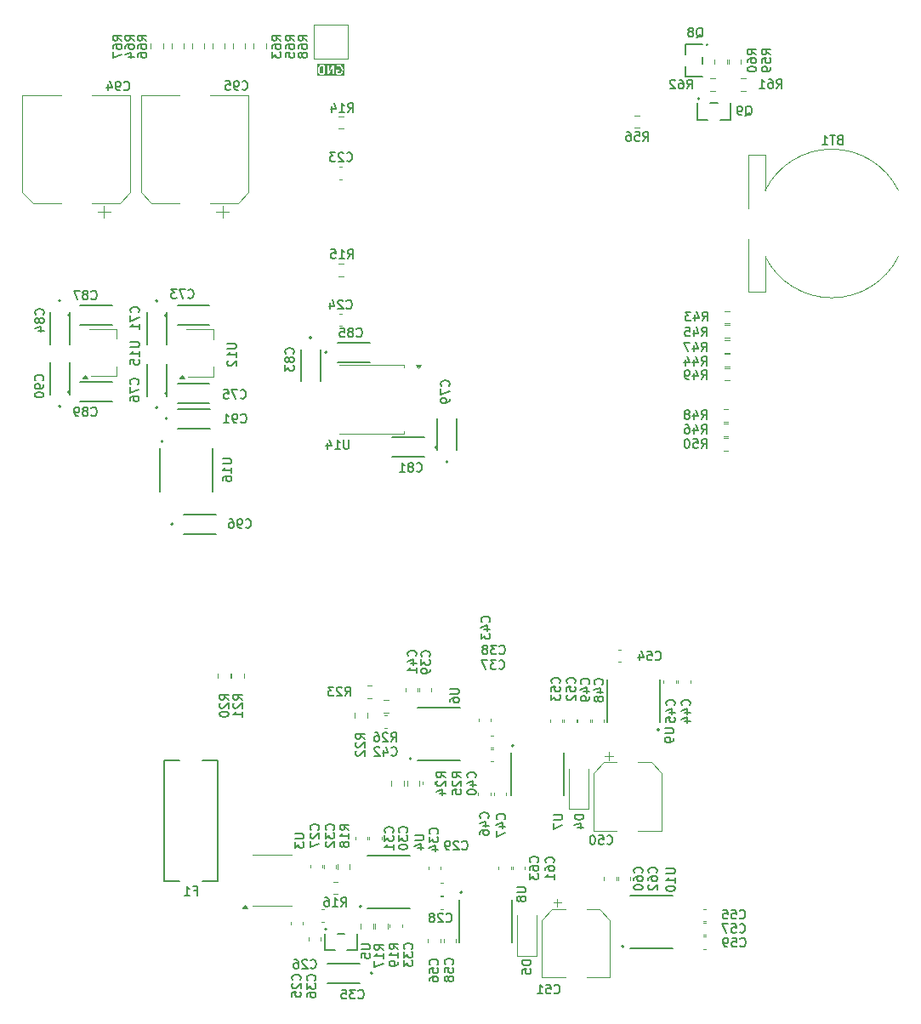
<source format=gbr>
%TF.GenerationSoftware,KiCad,Pcbnew,8.0.5*%
%TF.CreationDate,2024-11-25T17:26:56+07:00*%
%TF.ProjectId,MEASURE_POWER_AC,4d454153-5552-4455-9f50-4f5745525f41,rev?*%
%TF.SameCoordinates,Original*%
%TF.FileFunction,Legend,Bot*%
%TF.FilePolarity,Positive*%
%FSLAX46Y46*%
G04 Gerber Fmt 4.6, Leading zero omitted, Abs format (unit mm)*
G04 Created by KiCad (PCBNEW 8.0.5) date 2024-11-25 17:26:56*
%MOMM*%
%LPD*%
G01*
G04 APERTURE LIST*
%ADD10C,0.152400*%
%ADD11C,0.120000*%
%ADD12C,0.127000*%
%ADD13C,0.200000*%
%ADD14C,0.100000*%
G04 APERTURE END LIST*
D10*
G36*
X214232066Y-30883344D02*
G01*
X214108966Y-30883344D01*
X214010760Y-30850609D01*
X213947557Y-30787406D01*
X213914495Y-30721282D01*
X213876466Y-30569163D01*
X213876466Y-30460925D01*
X213914495Y-30308805D01*
X213947557Y-30242681D01*
X214010760Y-30179478D01*
X214108966Y-30146744D01*
X214232066Y-30146744D01*
X214232066Y-30883344D01*
G37*
G36*
X216345910Y-31134522D02*
G01*
X213625288Y-31134522D01*
X213625288Y-30451544D01*
X213724066Y-30451544D01*
X213724066Y-30578544D01*
X213724321Y-30581136D01*
X213724156Y-30582248D01*
X213724978Y-30587811D01*
X213725530Y-30593410D01*
X213725959Y-30594447D01*
X213726341Y-30597025D01*
X213768674Y-30766358D01*
X213769065Y-30767455D01*
X213769105Y-30768004D01*
X213771471Y-30774187D01*
X213773700Y-30780425D01*
X213774027Y-30780867D01*
X213774444Y-30781955D01*
X213816778Y-30866622D01*
X213820805Y-30873019D01*
X213821575Y-30874878D01*
X213823292Y-30876970D01*
X213824736Y-30879264D01*
X213826256Y-30880582D01*
X213831051Y-30886425D01*
X213915717Y-30971093D01*
X213927264Y-30980569D01*
X213929793Y-30981616D01*
X213931862Y-30983411D01*
X213945503Y-30989501D01*
X214072503Y-31031834D01*
X214079874Y-31033510D01*
X214081733Y-31034280D01*
X214084427Y-31034545D01*
X214087069Y-31035146D01*
X214089077Y-31035003D01*
X214096599Y-31035744D01*
X214308266Y-31035744D01*
X214323132Y-31034280D01*
X214350600Y-31022902D01*
X214371624Y-31001878D01*
X214383002Y-30974410D01*
X214384466Y-30959544D01*
X214384466Y-30070544D01*
X214655399Y-30070544D01*
X214655399Y-30959544D01*
X214655775Y-30963367D01*
X214655585Y-30964866D01*
X214656114Y-30966806D01*
X214656863Y-30974410D01*
X214660741Y-30983772D01*
X214663408Y-30993551D01*
X214666382Y-30997392D01*
X214668241Y-31001878D01*
X214675404Y-31009041D01*
X214681612Y-31017057D01*
X214685830Y-31019467D01*
X214689265Y-31022902D01*
X214698625Y-31026779D01*
X214707427Y-31031809D01*
X214712246Y-31032421D01*
X214716733Y-31034280D01*
X214726867Y-31034280D01*
X214736921Y-31035558D01*
X214741607Y-31034280D01*
X214746465Y-31034280D01*
X214755827Y-31030401D01*
X214765606Y-31027735D01*
X214769447Y-31024760D01*
X214773933Y-31022902D01*
X214781096Y-31015738D01*
X214789112Y-31009531D01*
X214793535Y-31003299D01*
X214794957Y-31001878D01*
X214795534Y-31000483D01*
X214797759Y-30997350D01*
X215163399Y-30357480D01*
X215163399Y-30959544D01*
X215164863Y-30974410D01*
X215176241Y-31001878D01*
X215197265Y-31022902D01*
X215224733Y-31034280D01*
X215254465Y-31034280D01*
X215281933Y-31022902D01*
X215302957Y-31001878D01*
X215314335Y-30974410D01*
X215315799Y-30959544D01*
X215315799Y-30578544D01*
X215544399Y-30578544D01*
X215544399Y-30874877D01*
X215545863Y-30889743D01*
X215547355Y-30893344D01*
X215557240Y-30917211D01*
X215566717Y-30928758D01*
X215609050Y-30971092D01*
X215620597Y-30980569D01*
X215623126Y-30981616D01*
X215625195Y-30983411D01*
X215638836Y-30989501D01*
X215765836Y-31031834D01*
X215773207Y-31033510D01*
X215775066Y-31034280D01*
X215777760Y-31034545D01*
X215780402Y-31035146D01*
X215782410Y-31035003D01*
X215789932Y-31035744D01*
X215874599Y-31035744D01*
X215882120Y-31035003D01*
X215884129Y-31035146D01*
X215886770Y-31034545D01*
X215889465Y-31034280D01*
X215891323Y-31033510D01*
X215898695Y-31031834D01*
X216025696Y-30989501D01*
X216039336Y-30983411D01*
X216041405Y-30981615D01*
X216043933Y-30980569D01*
X216055481Y-30971093D01*
X216140147Y-30886426D01*
X216144943Y-30880581D01*
X216146464Y-30879263D01*
X216147906Y-30876972D01*
X216149624Y-30874879D01*
X216150394Y-30873019D01*
X216154422Y-30866621D01*
X216196754Y-30781955D01*
X216197170Y-30780867D01*
X216197498Y-30780425D01*
X216199729Y-30774179D01*
X216202093Y-30768003D01*
X216202131Y-30767455D01*
X216202524Y-30766358D01*
X216244857Y-30597026D01*
X216245238Y-30594447D01*
X216245668Y-30593410D01*
X216246219Y-30587812D01*
X216247042Y-30582248D01*
X216246876Y-30581136D01*
X216247132Y-30578544D01*
X216247132Y-30451544D01*
X216246876Y-30448951D01*
X216247042Y-30447840D01*
X216246219Y-30442275D01*
X216245668Y-30436678D01*
X216245238Y-30435640D01*
X216244857Y-30433062D01*
X216202524Y-30263730D01*
X216202131Y-30262632D01*
X216202093Y-30262085D01*
X216199729Y-30255908D01*
X216197498Y-30249663D01*
X216197170Y-30249220D01*
X216196754Y-30248133D01*
X216154422Y-30163467D01*
X216150394Y-30157068D01*
X216149624Y-30155209D01*
X216147906Y-30153115D01*
X216146464Y-30150825D01*
X216144943Y-30149506D01*
X216140147Y-30143662D01*
X216055481Y-30058995D01*
X216043933Y-30049519D01*
X216041405Y-30048472D01*
X216039336Y-30046677D01*
X216025696Y-30040587D01*
X215898695Y-29998254D01*
X215891323Y-29996577D01*
X215889465Y-29995808D01*
X215886770Y-29995542D01*
X215884129Y-29994942D01*
X215882120Y-29995084D01*
X215874599Y-29994344D01*
X215747599Y-29994344D01*
X215732733Y-29995808D01*
X215730202Y-29996856D01*
X215727473Y-29997050D01*
X215713521Y-30002389D01*
X215628855Y-30044721D01*
X215616213Y-30052679D01*
X215596733Y-30075140D01*
X215587331Y-30103347D01*
X215589438Y-30133003D01*
X215602734Y-30159596D01*
X215625195Y-30179076D01*
X215653402Y-30188478D01*
X215683058Y-30186371D01*
X215697009Y-30181033D01*
X215765588Y-30146744D01*
X215862233Y-30146744D01*
X215960436Y-30179478D01*
X216023639Y-30242681D01*
X216056702Y-30308807D01*
X216094732Y-30460924D01*
X216094732Y-30569163D01*
X216056702Y-30721280D01*
X216023639Y-30787406D01*
X215960436Y-30850609D01*
X215862233Y-30883344D01*
X215802299Y-30883344D01*
X215704093Y-30850609D01*
X215696799Y-30843314D01*
X215696799Y-30654744D01*
X215789932Y-30654744D01*
X215804798Y-30653280D01*
X215832266Y-30641902D01*
X215853290Y-30620878D01*
X215864668Y-30593410D01*
X215864668Y-30563678D01*
X215853290Y-30536210D01*
X215832266Y-30515186D01*
X215804798Y-30503808D01*
X215789932Y-30502344D01*
X215620599Y-30502344D01*
X215605733Y-30503808D01*
X215578265Y-30515186D01*
X215557241Y-30536210D01*
X215545863Y-30563678D01*
X215544399Y-30578544D01*
X215315799Y-30578544D01*
X215315799Y-30070544D01*
X215315422Y-30066720D01*
X215315613Y-30065222D01*
X215315083Y-30063281D01*
X215314335Y-30055678D01*
X215310456Y-30046315D01*
X215307790Y-30036537D01*
X215304814Y-30032695D01*
X215302957Y-30028210D01*
X215295795Y-30021048D01*
X215289586Y-30013030D01*
X215285365Y-30010618D01*
X215281933Y-30007186D01*
X215272574Y-30003309D01*
X215263771Y-29998279D01*
X215258951Y-29997666D01*
X215254465Y-29995808D01*
X215244331Y-29995808D01*
X215234277Y-29994530D01*
X215229591Y-29995808D01*
X215224733Y-29995808D01*
X215215369Y-29999686D01*
X215205593Y-30002353D01*
X215201752Y-30005327D01*
X215197265Y-30007186D01*
X215190100Y-30014350D01*
X215182086Y-30020557D01*
X215177662Y-30026788D01*
X215176241Y-30028210D01*
X215175663Y-30029604D01*
X215173439Y-30032738D01*
X214807799Y-30672608D01*
X214807799Y-30070544D01*
X214806335Y-30055678D01*
X214794957Y-30028210D01*
X214773933Y-30007186D01*
X214746465Y-29995808D01*
X214716733Y-29995808D01*
X214689265Y-30007186D01*
X214668241Y-30028210D01*
X214656863Y-30055678D01*
X214655399Y-30070544D01*
X214384466Y-30070544D01*
X214383002Y-30055678D01*
X214371624Y-30028210D01*
X214350600Y-30007186D01*
X214323132Y-29995808D01*
X214308266Y-29994344D01*
X214096599Y-29994344D01*
X214089077Y-29995084D01*
X214087069Y-29994942D01*
X214084427Y-29995542D01*
X214081733Y-29995808D01*
X214079874Y-29996577D01*
X214072503Y-29998254D01*
X213945503Y-30040587D01*
X213931862Y-30046677D01*
X213929793Y-30048471D01*
X213927264Y-30049519D01*
X213915717Y-30058995D01*
X213831051Y-30143663D01*
X213826256Y-30149505D01*
X213824736Y-30150824D01*
X213823292Y-30153117D01*
X213821575Y-30155210D01*
X213820805Y-30157068D01*
X213816778Y-30163466D01*
X213774444Y-30248133D01*
X213774027Y-30249220D01*
X213773700Y-30249663D01*
X213771471Y-30255900D01*
X213769105Y-30262084D01*
X213769065Y-30262632D01*
X213768674Y-30263730D01*
X213726341Y-30433063D01*
X213725959Y-30435640D01*
X213725530Y-30436678D01*
X213724978Y-30442276D01*
X213724156Y-30447840D01*
X213724321Y-30448951D01*
X213724066Y-30451544D01*
X213625288Y-30451544D01*
X213625288Y-29895566D01*
X216345910Y-29895566D01*
X216345910Y-31134522D01*
G37*
X211951477Y-121145299D02*
X211993811Y-121102966D01*
X211993811Y-121102966D02*
X212036144Y-120975966D01*
X212036144Y-120975966D02*
X212036144Y-120891299D01*
X212036144Y-120891299D02*
X211993811Y-120764299D01*
X211993811Y-120764299D02*
X211909144Y-120679633D01*
X211909144Y-120679633D02*
X211824477Y-120637299D01*
X211824477Y-120637299D02*
X211655144Y-120594966D01*
X211655144Y-120594966D02*
X211528144Y-120594966D01*
X211528144Y-120594966D02*
X211358811Y-120637299D01*
X211358811Y-120637299D02*
X211274144Y-120679633D01*
X211274144Y-120679633D02*
X211189477Y-120764299D01*
X211189477Y-120764299D02*
X211147144Y-120891299D01*
X211147144Y-120891299D02*
X211147144Y-120975966D01*
X211147144Y-120975966D02*
X211189477Y-121102966D01*
X211189477Y-121102966D02*
X211231811Y-121145299D01*
X211231811Y-121483966D02*
X211189477Y-121526299D01*
X211189477Y-121526299D02*
X211147144Y-121610966D01*
X211147144Y-121610966D02*
X211147144Y-121822633D01*
X211147144Y-121822633D02*
X211189477Y-121907299D01*
X211189477Y-121907299D02*
X211231811Y-121949633D01*
X211231811Y-121949633D02*
X211316477Y-121991966D01*
X211316477Y-121991966D02*
X211401144Y-121991966D01*
X211401144Y-121991966D02*
X211528144Y-121949633D01*
X211528144Y-121949633D02*
X212036144Y-121441633D01*
X212036144Y-121441633D02*
X212036144Y-121991966D01*
X211147144Y-122796300D02*
X211147144Y-122372966D01*
X211147144Y-122372966D02*
X211570477Y-122330633D01*
X211570477Y-122330633D02*
X211528144Y-122372966D01*
X211528144Y-122372966D02*
X211485811Y-122457633D01*
X211485811Y-122457633D02*
X211485811Y-122669300D01*
X211485811Y-122669300D02*
X211528144Y-122753966D01*
X211528144Y-122753966D02*
X211570477Y-122796300D01*
X211570477Y-122796300D02*
X211655144Y-122838633D01*
X211655144Y-122838633D02*
X211866811Y-122838633D01*
X211866811Y-122838633D02*
X211951477Y-122796300D01*
X211951477Y-122796300D02*
X211993811Y-122753966D01*
X211993811Y-122753966D02*
X212036144Y-122669300D01*
X212036144Y-122669300D02*
X212036144Y-122457633D01*
X212036144Y-122457633D02*
X211993811Y-122372966D01*
X211993811Y-122372966D02*
X211951477Y-122330633D01*
X212671144Y-27622499D02*
X212247811Y-27326166D01*
X212671144Y-27114499D02*
X211782144Y-27114499D01*
X211782144Y-27114499D02*
X211782144Y-27453166D01*
X211782144Y-27453166D02*
X211824477Y-27537833D01*
X211824477Y-27537833D02*
X211866811Y-27580166D01*
X211866811Y-27580166D02*
X211951477Y-27622499D01*
X211951477Y-27622499D02*
X212078477Y-27622499D01*
X212078477Y-27622499D02*
X212163144Y-27580166D01*
X212163144Y-27580166D02*
X212205477Y-27537833D01*
X212205477Y-27537833D02*
X212247811Y-27453166D01*
X212247811Y-27453166D02*
X212247811Y-27114499D01*
X211782144Y-28384499D02*
X211782144Y-28215166D01*
X211782144Y-28215166D02*
X211824477Y-28130499D01*
X211824477Y-28130499D02*
X211866811Y-28088166D01*
X211866811Y-28088166D02*
X211993811Y-28003499D01*
X211993811Y-28003499D02*
X212163144Y-27961166D01*
X212163144Y-27961166D02*
X212501811Y-27961166D01*
X212501811Y-27961166D02*
X212586477Y-28003499D01*
X212586477Y-28003499D02*
X212628811Y-28045833D01*
X212628811Y-28045833D02*
X212671144Y-28130499D01*
X212671144Y-28130499D02*
X212671144Y-28299833D01*
X212671144Y-28299833D02*
X212628811Y-28384499D01*
X212628811Y-28384499D02*
X212586477Y-28426833D01*
X212586477Y-28426833D02*
X212501811Y-28469166D01*
X212501811Y-28469166D02*
X212290144Y-28469166D01*
X212290144Y-28469166D02*
X212205477Y-28426833D01*
X212205477Y-28426833D02*
X212163144Y-28384499D01*
X212163144Y-28384499D02*
X212120811Y-28299833D01*
X212120811Y-28299833D02*
X212120811Y-28130499D01*
X212120811Y-28130499D02*
X212163144Y-28045833D01*
X212163144Y-28045833D02*
X212205477Y-28003499D01*
X212205477Y-28003499D02*
X212290144Y-27961166D01*
X212163144Y-28977166D02*
X212120811Y-28892500D01*
X212120811Y-28892500D02*
X212078477Y-28850166D01*
X212078477Y-28850166D02*
X211993811Y-28807833D01*
X211993811Y-28807833D02*
X211951477Y-28807833D01*
X211951477Y-28807833D02*
X211866811Y-28850166D01*
X211866811Y-28850166D02*
X211824477Y-28892500D01*
X211824477Y-28892500D02*
X211782144Y-28977166D01*
X211782144Y-28977166D02*
X211782144Y-29146500D01*
X211782144Y-29146500D02*
X211824477Y-29231166D01*
X211824477Y-29231166D02*
X211866811Y-29273500D01*
X211866811Y-29273500D02*
X211951477Y-29315833D01*
X211951477Y-29315833D02*
X211993811Y-29315833D01*
X211993811Y-29315833D02*
X212078477Y-29273500D01*
X212078477Y-29273500D02*
X212120811Y-29231166D01*
X212120811Y-29231166D02*
X212163144Y-29146500D01*
X212163144Y-29146500D02*
X212163144Y-28977166D01*
X212163144Y-28977166D02*
X212205477Y-28892500D01*
X212205477Y-28892500D02*
X212247811Y-28850166D01*
X212247811Y-28850166D02*
X212332477Y-28807833D01*
X212332477Y-28807833D02*
X212501811Y-28807833D01*
X212501811Y-28807833D02*
X212586477Y-28850166D01*
X212586477Y-28850166D02*
X212628811Y-28892500D01*
X212628811Y-28892500D02*
X212671144Y-28977166D01*
X212671144Y-28977166D02*
X212671144Y-29146500D01*
X212671144Y-29146500D02*
X212628811Y-29231166D01*
X212628811Y-29231166D02*
X212586477Y-29273500D01*
X212586477Y-29273500D02*
X212501811Y-29315833D01*
X212501811Y-29315833D02*
X212332477Y-29315833D01*
X212332477Y-29315833D02*
X212247811Y-29273500D01*
X212247811Y-29273500D02*
X212205477Y-29231166D01*
X212205477Y-29231166D02*
X212163144Y-29146500D01*
X212991700Y-119901877D02*
X213034033Y-119944211D01*
X213034033Y-119944211D02*
X213161033Y-119986544D01*
X213161033Y-119986544D02*
X213245700Y-119986544D01*
X213245700Y-119986544D02*
X213372700Y-119944211D01*
X213372700Y-119944211D02*
X213457367Y-119859544D01*
X213457367Y-119859544D02*
X213499700Y-119774877D01*
X213499700Y-119774877D02*
X213542033Y-119605544D01*
X213542033Y-119605544D02*
X213542033Y-119478544D01*
X213542033Y-119478544D02*
X213499700Y-119309211D01*
X213499700Y-119309211D02*
X213457367Y-119224544D01*
X213457367Y-119224544D02*
X213372700Y-119139877D01*
X213372700Y-119139877D02*
X213245700Y-119097544D01*
X213245700Y-119097544D02*
X213161033Y-119097544D01*
X213161033Y-119097544D02*
X213034033Y-119139877D01*
X213034033Y-119139877D02*
X212991700Y-119182211D01*
X212653033Y-119182211D02*
X212610700Y-119139877D01*
X212610700Y-119139877D02*
X212526033Y-119097544D01*
X212526033Y-119097544D02*
X212314367Y-119097544D01*
X212314367Y-119097544D02*
X212229700Y-119139877D01*
X212229700Y-119139877D02*
X212187367Y-119182211D01*
X212187367Y-119182211D02*
X212145033Y-119266877D01*
X212145033Y-119266877D02*
X212145033Y-119351544D01*
X212145033Y-119351544D02*
X212187367Y-119478544D01*
X212187367Y-119478544D02*
X212695367Y-119986544D01*
X212695367Y-119986544D02*
X212145033Y-119986544D01*
X211383033Y-119097544D02*
X211552366Y-119097544D01*
X211552366Y-119097544D02*
X211637033Y-119139877D01*
X211637033Y-119139877D02*
X211679366Y-119182211D01*
X211679366Y-119182211D02*
X211764033Y-119309211D01*
X211764033Y-119309211D02*
X211806366Y-119478544D01*
X211806366Y-119478544D02*
X211806366Y-119817211D01*
X211806366Y-119817211D02*
X211764033Y-119901877D01*
X211764033Y-119901877D02*
X211721700Y-119944211D01*
X211721700Y-119944211D02*
X211637033Y-119986544D01*
X211637033Y-119986544D02*
X211467700Y-119986544D01*
X211467700Y-119986544D02*
X211383033Y-119944211D01*
X211383033Y-119944211D02*
X211340700Y-119901877D01*
X211340700Y-119901877D02*
X211298366Y-119817211D01*
X211298366Y-119817211D02*
X211298366Y-119605544D01*
X211298366Y-119605544D02*
X211340700Y-119520877D01*
X211340700Y-119520877D02*
X211383033Y-119478544D01*
X211383033Y-119478544D02*
X211467700Y-119436211D01*
X211467700Y-119436211D02*
X211637033Y-119436211D01*
X211637033Y-119436211D02*
X211721700Y-119478544D01*
X211721700Y-119478544D02*
X211764033Y-119520877D01*
X211764033Y-119520877D02*
X211806366Y-119605544D01*
X256281068Y-35108211D02*
X256365735Y-35065877D01*
X256365735Y-35065877D02*
X256450402Y-34981211D01*
X256450402Y-34981211D02*
X256577402Y-34854211D01*
X256577402Y-34854211D02*
X256662068Y-34811877D01*
X256662068Y-34811877D02*
X256746735Y-34811877D01*
X256704402Y-35023544D02*
X256789068Y-34981211D01*
X256789068Y-34981211D02*
X256873735Y-34896544D01*
X256873735Y-34896544D02*
X256916068Y-34727211D01*
X256916068Y-34727211D02*
X256916068Y-34430877D01*
X256916068Y-34430877D02*
X256873735Y-34261544D01*
X256873735Y-34261544D02*
X256789068Y-34176877D01*
X256789068Y-34176877D02*
X256704402Y-34134544D01*
X256704402Y-34134544D02*
X256535068Y-34134544D01*
X256535068Y-34134544D02*
X256450402Y-34176877D01*
X256450402Y-34176877D02*
X256365735Y-34261544D01*
X256365735Y-34261544D02*
X256323402Y-34430877D01*
X256323402Y-34430877D02*
X256323402Y-34727211D01*
X256323402Y-34727211D02*
X256365735Y-34896544D01*
X256365735Y-34896544D02*
X256450402Y-34981211D01*
X256450402Y-34981211D02*
X256535068Y-35023544D01*
X256535068Y-35023544D02*
X256704402Y-35023544D01*
X255900069Y-35023544D02*
X255730735Y-35023544D01*
X255730735Y-35023544D02*
X255646069Y-34981211D01*
X255646069Y-34981211D02*
X255603735Y-34938877D01*
X255603735Y-34938877D02*
X255519069Y-34811877D01*
X255519069Y-34811877D02*
X255476735Y-34642544D01*
X255476735Y-34642544D02*
X255476735Y-34303877D01*
X255476735Y-34303877D02*
X255519069Y-34219211D01*
X255519069Y-34219211D02*
X255561402Y-34176877D01*
X255561402Y-34176877D02*
X255646069Y-34134544D01*
X255646069Y-34134544D02*
X255815402Y-34134544D01*
X255815402Y-34134544D02*
X255900069Y-34176877D01*
X255900069Y-34176877D02*
X255942402Y-34219211D01*
X255942402Y-34219211D02*
X255984735Y-34303877D01*
X255984735Y-34303877D02*
X255984735Y-34515544D01*
X255984735Y-34515544D02*
X255942402Y-34600211D01*
X255942402Y-34600211D02*
X255900069Y-34642544D01*
X255900069Y-34642544D02*
X255815402Y-34684877D01*
X255815402Y-34684877D02*
X255646069Y-34684877D01*
X255646069Y-34684877D02*
X255561402Y-34642544D01*
X255561402Y-34642544D02*
X255519069Y-34600211D01*
X255519069Y-34600211D02*
X255476735Y-34515544D01*
X191147700Y-64910877D02*
X191190033Y-64953211D01*
X191190033Y-64953211D02*
X191317033Y-64995544D01*
X191317033Y-64995544D02*
X191401700Y-64995544D01*
X191401700Y-64995544D02*
X191528700Y-64953211D01*
X191528700Y-64953211D02*
X191613367Y-64868544D01*
X191613367Y-64868544D02*
X191655700Y-64783877D01*
X191655700Y-64783877D02*
X191698033Y-64614544D01*
X191698033Y-64614544D02*
X191698033Y-64487544D01*
X191698033Y-64487544D02*
X191655700Y-64318211D01*
X191655700Y-64318211D02*
X191613367Y-64233544D01*
X191613367Y-64233544D02*
X191528700Y-64148877D01*
X191528700Y-64148877D02*
X191401700Y-64106544D01*
X191401700Y-64106544D02*
X191317033Y-64106544D01*
X191317033Y-64106544D02*
X191190033Y-64148877D01*
X191190033Y-64148877D02*
X191147700Y-64191211D01*
X190639700Y-64487544D02*
X190724367Y-64445211D01*
X190724367Y-64445211D02*
X190766700Y-64402877D01*
X190766700Y-64402877D02*
X190809033Y-64318211D01*
X190809033Y-64318211D02*
X190809033Y-64275877D01*
X190809033Y-64275877D02*
X190766700Y-64191211D01*
X190766700Y-64191211D02*
X190724367Y-64148877D01*
X190724367Y-64148877D02*
X190639700Y-64106544D01*
X190639700Y-64106544D02*
X190470367Y-64106544D01*
X190470367Y-64106544D02*
X190385700Y-64148877D01*
X190385700Y-64148877D02*
X190343367Y-64191211D01*
X190343367Y-64191211D02*
X190301033Y-64275877D01*
X190301033Y-64275877D02*
X190301033Y-64318211D01*
X190301033Y-64318211D02*
X190343367Y-64402877D01*
X190343367Y-64402877D02*
X190385700Y-64445211D01*
X190385700Y-64445211D02*
X190470367Y-64487544D01*
X190470367Y-64487544D02*
X190639700Y-64487544D01*
X190639700Y-64487544D02*
X190724367Y-64529877D01*
X190724367Y-64529877D02*
X190766700Y-64572211D01*
X190766700Y-64572211D02*
X190809033Y-64656877D01*
X190809033Y-64656877D02*
X190809033Y-64826211D01*
X190809033Y-64826211D02*
X190766700Y-64910877D01*
X190766700Y-64910877D02*
X190724367Y-64953211D01*
X190724367Y-64953211D02*
X190639700Y-64995544D01*
X190639700Y-64995544D02*
X190470367Y-64995544D01*
X190470367Y-64995544D02*
X190385700Y-64953211D01*
X190385700Y-64953211D02*
X190343367Y-64910877D01*
X190343367Y-64910877D02*
X190301033Y-64826211D01*
X190301033Y-64826211D02*
X190301033Y-64656877D01*
X190301033Y-64656877D02*
X190343367Y-64572211D01*
X190343367Y-64572211D02*
X190385700Y-64529877D01*
X190385700Y-64529877D02*
X190470367Y-64487544D01*
X189877700Y-64995544D02*
X189708366Y-64995544D01*
X189708366Y-64995544D02*
X189623700Y-64953211D01*
X189623700Y-64953211D02*
X189581366Y-64910877D01*
X189581366Y-64910877D02*
X189496700Y-64783877D01*
X189496700Y-64783877D02*
X189454366Y-64614544D01*
X189454366Y-64614544D02*
X189454366Y-64275877D01*
X189454366Y-64275877D02*
X189496700Y-64191211D01*
X189496700Y-64191211D02*
X189539033Y-64148877D01*
X189539033Y-64148877D02*
X189623700Y-64106544D01*
X189623700Y-64106544D02*
X189793033Y-64106544D01*
X189793033Y-64106544D02*
X189877700Y-64148877D01*
X189877700Y-64148877D02*
X189920033Y-64191211D01*
X189920033Y-64191211D02*
X189962366Y-64275877D01*
X189962366Y-64275877D02*
X189962366Y-64487544D01*
X189962366Y-64487544D02*
X189920033Y-64572211D01*
X189920033Y-64572211D02*
X189877700Y-64614544D01*
X189877700Y-64614544D02*
X189793033Y-64656877D01*
X189793033Y-64656877D02*
X189623700Y-64656877D01*
X189623700Y-64656877D02*
X189539033Y-64614544D01*
X189539033Y-64614544D02*
X189496700Y-64572211D01*
X189496700Y-64572211D02*
X189454366Y-64487544D01*
X211291077Y-58762899D02*
X211333411Y-58720566D01*
X211333411Y-58720566D02*
X211375744Y-58593566D01*
X211375744Y-58593566D02*
X211375744Y-58508899D01*
X211375744Y-58508899D02*
X211333411Y-58381899D01*
X211333411Y-58381899D02*
X211248744Y-58297233D01*
X211248744Y-58297233D02*
X211164077Y-58254899D01*
X211164077Y-58254899D02*
X210994744Y-58212566D01*
X210994744Y-58212566D02*
X210867744Y-58212566D01*
X210867744Y-58212566D02*
X210698411Y-58254899D01*
X210698411Y-58254899D02*
X210613744Y-58297233D01*
X210613744Y-58297233D02*
X210529077Y-58381899D01*
X210529077Y-58381899D02*
X210486744Y-58508899D01*
X210486744Y-58508899D02*
X210486744Y-58593566D01*
X210486744Y-58593566D02*
X210529077Y-58720566D01*
X210529077Y-58720566D02*
X210571411Y-58762899D01*
X210867744Y-59270899D02*
X210825411Y-59186233D01*
X210825411Y-59186233D02*
X210783077Y-59143899D01*
X210783077Y-59143899D02*
X210698411Y-59101566D01*
X210698411Y-59101566D02*
X210656077Y-59101566D01*
X210656077Y-59101566D02*
X210571411Y-59143899D01*
X210571411Y-59143899D02*
X210529077Y-59186233D01*
X210529077Y-59186233D02*
X210486744Y-59270899D01*
X210486744Y-59270899D02*
X210486744Y-59440233D01*
X210486744Y-59440233D02*
X210529077Y-59524899D01*
X210529077Y-59524899D02*
X210571411Y-59567233D01*
X210571411Y-59567233D02*
X210656077Y-59609566D01*
X210656077Y-59609566D02*
X210698411Y-59609566D01*
X210698411Y-59609566D02*
X210783077Y-59567233D01*
X210783077Y-59567233D02*
X210825411Y-59524899D01*
X210825411Y-59524899D02*
X210867744Y-59440233D01*
X210867744Y-59440233D02*
X210867744Y-59270899D01*
X210867744Y-59270899D02*
X210910077Y-59186233D01*
X210910077Y-59186233D02*
X210952411Y-59143899D01*
X210952411Y-59143899D02*
X211037077Y-59101566D01*
X211037077Y-59101566D02*
X211206411Y-59101566D01*
X211206411Y-59101566D02*
X211291077Y-59143899D01*
X211291077Y-59143899D02*
X211333411Y-59186233D01*
X211333411Y-59186233D02*
X211375744Y-59270899D01*
X211375744Y-59270899D02*
X211375744Y-59440233D01*
X211375744Y-59440233D02*
X211333411Y-59524899D01*
X211333411Y-59524899D02*
X211291077Y-59567233D01*
X211291077Y-59567233D02*
X211206411Y-59609566D01*
X211206411Y-59609566D02*
X211037077Y-59609566D01*
X211037077Y-59609566D02*
X210952411Y-59567233D01*
X210952411Y-59567233D02*
X210910077Y-59524899D01*
X210910077Y-59524899D02*
X210867744Y-59440233D01*
X210486744Y-59905900D02*
X210486744Y-60456233D01*
X210486744Y-60456233D02*
X210825411Y-60159900D01*
X210825411Y-60159900D02*
X210825411Y-60286900D01*
X210825411Y-60286900D02*
X210867744Y-60371566D01*
X210867744Y-60371566D02*
X210910077Y-60413900D01*
X210910077Y-60413900D02*
X210994744Y-60456233D01*
X210994744Y-60456233D02*
X211206411Y-60456233D01*
X211206411Y-60456233D02*
X211291077Y-60413900D01*
X211291077Y-60413900D02*
X211333411Y-60371566D01*
X211333411Y-60371566D02*
X211375744Y-60286900D01*
X211375744Y-60286900D02*
X211375744Y-60032900D01*
X211375744Y-60032900D02*
X211333411Y-59948233D01*
X211333411Y-59948233D02*
X211291077Y-59905900D01*
X194424300Y-32475077D02*
X194466633Y-32517411D01*
X194466633Y-32517411D02*
X194593633Y-32559744D01*
X194593633Y-32559744D02*
X194678300Y-32559744D01*
X194678300Y-32559744D02*
X194805300Y-32517411D01*
X194805300Y-32517411D02*
X194889967Y-32432744D01*
X194889967Y-32432744D02*
X194932300Y-32348077D01*
X194932300Y-32348077D02*
X194974633Y-32178744D01*
X194974633Y-32178744D02*
X194974633Y-32051744D01*
X194974633Y-32051744D02*
X194932300Y-31882411D01*
X194932300Y-31882411D02*
X194889967Y-31797744D01*
X194889967Y-31797744D02*
X194805300Y-31713077D01*
X194805300Y-31713077D02*
X194678300Y-31670744D01*
X194678300Y-31670744D02*
X194593633Y-31670744D01*
X194593633Y-31670744D02*
X194466633Y-31713077D01*
X194466633Y-31713077D02*
X194424300Y-31755411D01*
X194000967Y-32559744D02*
X193831633Y-32559744D01*
X193831633Y-32559744D02*
X193746967Y-32517411D01*
X193746967Y-32517411D02*
X193704633Y-32475077D01*
X193704633Y-32475077D02*
X193619967Y-32348077D01*
X193619967Y-32348077D02*
X193577633Y-32178744D01*
X193577633Y-32178744D02*
X193577633Y-31840077D01*
X193577633Y-31840077D02*
X193619967Y-31755411D01*
X193619967Y-31755411D02*
X193662300Y-31713077D01*
X193662300Y-31713077D02*
X193746967Y-31670744D01*
X193746967Y-31670744D02*
X193916300Y-31670744D01*
X193916300Y-31670744D02*
X194000967Y-31713077D01*
X194000967Y-31713077D02*
X194043300Y-31755411D01*
X194043300Y-31755411D02*
X194085633Y-31840077D01*
X194085633Y-31840077D02*
X194085633Y-32051744D01*
X194085633Y-32051744D02*
X194043300Y-32136411D01*
X194043300Y-32136411D02*
X194000967Y-32178744D01*
X194000967Y-32178744D02*
X193916300Y-32221077D01*
X193916300Y-32221077D02*
X193746967Y-32221077D01*
X193746967Y-32221077D02*
X193662300Y-32178744D01*
X193662300Y-32178744D02*
X193619967Y-32136411D01*
X193619967Y-32136411D02*
X193577633Y-32051744D01*
X192815633Y-31967077D02*
X192815633Y-32559744D01*
X193027300Y-31628411D02*
X193238966Y-32263411D01*
X193238966Y-32263411D02*
X192688633Y-32263411D01*
X215304277Y-106210099D02*
X215346611Y-106167766D01*
X215346611Y-106167766D02*
X215388944Y-106040766D01*
X215388944Y-106040766D02*
X215388944Y-105956099D01*
X215388944Y-105956099D02*
X215346611Y-105829099D01*
X215346611Y-105829099D02*
X215261944Y-105744433D01*
X215261944Y-105744433D02*
X215177277Y-105702099D01*
X215177277Y-105702099D02*
X215007944Y-105659766D01*
X215007944Y-105659766D02*
X214880944Y-105659766D01*
X214880944Y-105659766D02*
X214711611Y-105702099D01*
X214711611Y-105702099D02*
X214626944Y-105744433D01*
X214626944Y-105744433D02*
X214542277Y-105829099D01*
X214542277Y-105829099D02*
X214499944Y-105956099D01*
X214499944Y-105956099D02*
X214499944Y-106040766D01*
X214499944Y-106040766D02*
X214542277Y-106167766D01*
X214542277Y-106167766D02*
X214584611Y-106210099D01*
X214499944Y-106506433D02*
X214499944Y-107056766D01*
X214499944Y-107056766D02*
X214838611Y-106760433D01*
X214838611Y-106760433D02*
X214838611Y-106887433D01*
X214838611Y-106887433D02*
X214880944Y-106972099D01*
X214880944Y-106972099D02*
X214923277Y-107014433D01*
X214923277Y-107014433D02*
X215007944Y-107056766D01*
X215007944Y-107056766D02*
X215219611Y-107056766D01*
X215219611Y-107056766D02*
X215304277Y-107014433D01*
X215304277Y-107014433D02*
X215346611Y-106972099D01*
X215346611Y-106972099D02*
X215388944Y-106887433D01*
X215388944Y-106887433D02*
X215388944Y-106633433D01*
X215388944Y-106633433D02*
X215346611Y-106548766D01*
X215346611Y-106548766D02*
X215304277Y-106506433D01*
X214584611Y-107395433D02*
X214542277Y-107437766D01*
X214542277Y-107437766D02*
X214499944Y-107522433D01*
X214499944Y-107522433D02*
X214499944Y-107734100D01*
X214499944Y-107734100D02*
X214542277Y-107818766D01*
X214542277Y-107818766D02*
X214584611Y-107861100D01*
X214584611Y-107861100D02*
X214669277Y-107903433D01*
X214669277Y-107903433D02*
X214753944Y-107903433D01*
X214753944Y-107903433D02*
X214880944Y-107861100D01*
X214880944Y-107861100D02*
X215388944Y-107353100D01*
X215388944Y-107353100D02*
X215388944Y-107903433D01*
X218030544Y-117585066D02*
X218750211Y-117585066D01*
X218750211Y-117585066D02*
X218834877Y-117627400D01*
X218834877Y-117627400D02*
X218877211Y-117669733D01*
X218877211Y-117669733D02*
X218919544Y-117754400D01*
X218919544Y-117754400D02*
X218919544Y-117923733D01*
X218919544Y-117923733D02*
X218877211Y-118008400D01*
X218877211Y-118008400D02*
X218834877Y-118050733D01*
X218834877Y-118050733D02*
X218750211Y-118093066D01*
X218750211Y-118093066D02*
X218030544Y-118093066D01*
X218030544Y-118939733D02*
X218030544Y-118516399D01*
X218030544Y-118516399D02*
X218453877Y-118474066D01*
X218453877Y-118474066D02*
X218411544Y-118516399D01*
X218411544Y-118516399D02*
X218369211Y-118601066D01*
X218369211Y-118601066D02*
X218369211Y-118812733D01*
X218369211Y-118812733D02*
X218411544Y-118897399D01*
X218411544Y-118897399D02*
X218453877Y-118939733D01*
X218453877Y-118939733D02*
X218538544Y-118982066D01*
X218538544Y-118982066D02*
X218750211Y-118982066D01*
X218750211Y-118982066D02*
X218834877Y-118939733D01*
X218834877Y-118939733D02*
X218877211Y-118897399D01*
X218877211Y-118897399D02*
X218919544Y-118812733D01*
X218919544Y-118812733D02*
X218919544Y-118601066D01*
X218919544Y-118601066D02*
X218877211Y-118516399D01*
X218877211Y-118516399D02*
X218834877Y-118474066D01*
X216420700Y-92859344D02*
X216717033Y-92436011D01*
X216928700Y-92859344D02*
X216928700Y-91970344D01*
X216928700Y-91970344D02*
X216590033Y-91970344D01*
X216590033Y-91970344D02*
X216505367Y-92012677D01*
X216505367Y-92012677D02*
X216463033Y-92055011D01*
X216463033Y-92055011D02*
X216420700Y-92139677D01*
X216420700Y-92139677D02*
X216420700Y-92266677D01*
X216420700Y-92266677D02*
X216463033Y-92351344D01*
X216463033Y-92351344D02*
X216505367Y-92393677D01*
X216505367Y-92393677D02*
X216590033Y-92436011D01*
X216590033Y-92436011D02*
X216928700Y-92436011D01*
X216082033Y-92055011D02*
X216039700Y-92012677D01*
X216039700Y-92012677D02*
X215955033Y-91970344D01*
X215955033Y-91970344D02*
X215743367Y-91970344D01*
X215743367Y-91970344D02*
X215658700Y-92012677D01*
X215658700Y-92012677D02*
X215616367Y-92055011D01*
X215616367Y-92055011D02*
X215574033Y-92139677D01*
X215574033Y-92139677D02*
X215574033Y-92224344D01*
X215574033Y-92224344D02*
X215616367Y-92351344D01*
X215616367Y-92351344D02*
X216124367Y-92859344D01*
X216124367Y-92859344D02*
X215574033Y-92859344D01*
X215277700Y-91970344D02*
X214727366Y-91970344D01*
X214727366Y-91970344D02*
X215023700Y-92309011D01*
X215023700Y-92309011D02*
X214896700Y-92309011D01*
X214896700Y-92309011D02*
X214812033Y-92351344D01*
X214812033Y-92351344D02*
X214769700Y-92393677D01*
X214769700Y-92393677D02*
X214727366Y-92478344D01*
X214727366Y-92478344D02*
X214727366Y-92690011D01*
X214727366Y-92690011D02*
X214769700Y-92774677D01*
X214769700Y-92774677D02*
X214812033Y-92817011D01*
X214812033Y-92817011D02*
X214896700Y-92859344D01*
X214896700Y-92859344D02*
X215150700Y-92859344D01*
X215150700Y-92859344D02*
X215235366Y-92817011D01*
X215235366Y-92817011D02*
X215277700Y-92774677D01*
X191147700Y-53328477D02*
X191190033Y-53370811D01*
X191190033Y-53370811D02*
X191317033Y-53413144D01*
X191317033Y-53413144D02*
X191401700Y-53413144D01*
X191401700Y-53413144D02*
X191528700Y-53370811D01*
X191528700Y-53370811D02*
X191613367Y-53286144D01*
X191613367Y-53286144D02*
X191655700Y-53201477D01*
X191655700Y-53201477D02*
X191698033Y-53032144D01*
X191698033Y-53032144D02*
X191698033Y-52905144D01*
X191698033Y-52905144D02*
X191655700Y-52735811D01*
X191655700Y-52735811D02*
X191613367Y-52651144D01*
X191613367Y-52651144D02*
X191528700Y-52566477D01*
X191528700Y-52566477D02*
X191401700Y-52524144D01*
X191401700Y-52524144D02*
X191317033Y-52524144D01*
X191317033Y-52524144D02*
X191190033Y-52566477D01*
X191190033Y-52566477D02*
X191147700Y-52608811D01*
X190639700Y-52905144D02*
X190724367Y-52862811D01*
X190724367Y-52862811D02*
X190766700Y-52820477D01*
X190766700Y-52820477D02*
X190809033Y-52735811D01*
X190809033Y-52735811D02*
X190809033Y-52693477D01*
X190809033Y-52693477D02*
X190766700Y-52608811D01*
X190766700Y-52608811D02*
X190724367Y-52566477D01*
X190724367Y-52566477D02*
X190639700Y-52524144D01*
X190639700Y-52524144D02*
X190470367Y-52524144D01*
X190470367Y-52524144D02*
X190385700Y-52566477D01*
X190385700Y-52566477D02*
X190343367Y-52608811D01*
X190343367Y-52608811D02*
X190301033Y-52693477D01*
X190301033Y-52693477D02*
X190301033Y-52735811D01*
X190301033Y-52735811D02*
X190343367Y-52820477D01*
X190343367Y-52820477D02*
X190385700Y-52862811D01*
X190385700Y-52862811D02*
X190470367Y-52905144D01*
X190470367Y-52905144D02*
X190639700Y-52905144D01*
X190639700Y-52905144D02*
X190724367Y-52947477D01*
X190724367Y-52947477D02*
X190766700Y-52989811D01*
X190766700Y-52989811D02*
X190809033Y-53074477D01*
X190809033Y-53074477D02*
X190809033Y-53243811D01*
X190809033Y-53243811D02*
X190766700Y-53328477D01*
X190766700Y-53328477D02*
X190724367Y-53370811D01*
X190724367Y-53370811D02*
X190639700Y-53413144D01*
X190639700Y-53413144D02*
X190470367Y-53413144D01*
X190470367Y-53413144D02*
X190385700Y-53370811D01*
X190385700Y-53370811D02*
X190343367Y-53328477D01*
X190343367Y-53328477D02*
X190301033Y-53243811D01*
X190301033Y-53243811D02*
X190301033Y-53074477D01*
X190301033Y-53074477D02*
X190343367Y-52989811D01*
X190343367Y-52989811D02*
X190385700Y-52947477D01*
X190385700Y-52947477D02*
X190470367Y-52905144D01*
X190004700Y-52524144D02*
X189412033Y-52524144D01*
X189412033Y-52524144D02*
X189793033Y-53413144D01*
X229401277Y-101003099D02*
X229443611Y-100960766D01*
X229443611Y-100960766D02*
X229485944Y-100833766D01*
X229485944Y-100833766D02*
X229485944Y-100749099D01*
X229485944Y-100749099D02*
X229443611Y-100622099D01*
X229443611Y-100622099D02*
X229358944Y-100537433D01*
X229358944Y-100537433D02*
X229274277Y-100495099D01*
X229274277Y-100495099D02*
X229104944Y-100452766D01*
X229104944Y-100452766D02*
X228977944Y-100452766D01*
X228977944Y-100452766D02*
X228808611Y-100495099D01*
X228808611Y-100495099D02*
X228723944Y-100537433D01*
X228723944Y-100537433D02*
X228639277Y-100622099D01*
X228639277Y-100622099D02*
X228596944Y-100749099D01*
X228596944Y-100749099D02*
X228596944Y-100833766D01*
X228596944Y-100833766D02*
X228639277Y-100960766D01*
X228639277Y-100960766D02*
X228681611Y-101003099D01*
X228893277Y-101765099D02*
X229485944Y-101765099D01*
X228554611Y-101553433D02*
X229189611Y-101341766D01*
X229189611Y-101341766D02*
X229189611Y-101892099D01*
X228596944Y-102400100D02*
X228596944Y-102484766D01*
X228596944Y-102484766D02*
X228639277Y-102569433D01*
X228639277Y-102569433D02*
X228681611Y-102611766D01*
X228681611Y-102611766D02*
X228766277Y-102654100D01*
X228766277Y-102654100D02*
X228935611Y-102696433D01*
X228935611Y-102696433D02*
X229147277Y-102696433D01*
X229147277Y-102696433D02*
X229316611Y-102654100D01*
X229316611Y-102654100D02*
X229401277Y-102611766D01*
X229401277Y-102611766D02*
X229443611Y-102569433D01*
X229443611Y-102569433D02*
X229485944Y-102484766D01*
X229485944Y-102484766D02*
X229485944Y-102400100D01*
X229485944Y-102400100D02*
X229443611Y-102315433D01*
X229443611Y-102315433D02*
X229401277Y-102273100D01*
X229401277Y-102273100D02*
X229316611Y-102230766D01*
X229316611Y-102230766D02*
X229147277Y-102188433D01*
X229147277Y-102188433D02*
X228935611Y-102188433D01*
X228935611Y-102188433D02*
X228766277Y-102230766D01*
X228766277Y-102230766D02*
X228681611Y-102273100D01*
X228681611Y-102273100D02*
X228639277Y-102315433D01*
X228639277Y-102315433D02*
X228596944Y-102400100D01*
X226895144Y-92134266D02*
X227614811Y-92134266D01*
X227614811Y-92134266D02*
X227699477Y-92176600D01*
X227699477Y-92176600D02*
X227741811Y-92218933D01*
X227741811Y-92218933D02*
X227784144Y-92303600D01*
X227784144Y-92303600D02*
X227784144Y-92472933D01*
X227784144Y-92472933D02*
X227741811Y-92557600D01*
X227741811Y-92557600D02*
X227699477Y-92599933D01*
X227699477Y-92599933D02*
X227614811Y-92642266D01*
X227614811Y-92642266D02*
X226895144Y-92642266D01*
X226895144Y-93446599D02*
X226895144Y-93277266D01*
X226895144Y-93277266D02*
X226937477Y-93192599D01*
X226937477Y-93192599D02*
X226979811Y-93150266D01*
X226979811Y-93150266D02*
X227106811Y-93065599D01*
X227106811Y-93065599D02*
X227276144Y-93023266D01*
X227276144Y-93023266D02*
X227614811Y-93023266D01*
X227614811Y-93023266D02*
X227699477Y-93065599D01*
X227699477Y-93065599D02*
X227741811Y-93107933D01*
X227741811Y-93107933D02*
X227784144Y-93192599D01*
X227784144Y-93192599D02*
X227784144Y-93361933D01*
X227784144Y-93361933D02*
X227741811Y-93446599D01*
X227741811Y-93446599D02*
X227699477Y-93488933D01*
X227699477Y-93488933D02*
X227614811Y-93531266D01*
X227614811Y-93531266D02*
X227403144Y-93531266D01*
X227403144Y-93531266D02*
X227318477Y-93488933D01*
X227318477Y-93488933D02*
X227276144Y-93446599D01*
X227276144Y-93446599D02*
X227233811Y-93361933D01*
X227233811Y-93361933D02*
X227233811Y-93192599D01*
X227233811Y-93192599D02*
X227276144Y-93107933D01*
X227276144Y-93107933D02*
X227318477Y-93065599D01*
X227318477Y-93065599D02*
X227403144Y-93023266D01*
X221068900Y-98718277D02*
X221111233Y-98760611D01*
X221111233Y-98760611D02*
X221238233Y-98802944D01*
X221238233Y-98802944D02*
X221322900Y-98802944D01*
X221322900Y-98802944D02*
X221449900Y-98760611D01*
X221449900Y-98760611D02*
X221534567Y-98675944D01*
X221534567Y-98675944D02*
X221576900Y-98591277D01*
X221576900Y-98591277D02*
X221619233Y-98421944D01*
X221619233Y-98421944D02*
X221619233Y-98294944D01*
X221619233Y-98294944D02*
X221576900Y-98125611D01*
X221576900Y-98125611D02*
X221534567Y-98040944D01*
X221534567Y-98040944D02*
X221449900Y-97956277D01*
X221449900Y-97956277D02*
X221322900Y-97913944D01*
X221322900Y-97913944D02*
X221238233Y-97913944D01*
X221238233Y-97913944D02*
X221111233Y-97956277D01*
X221111233Y-97956277D02*
X221068900Y-97998611D01*
X220306900Y-98210277D02*
X220306900Y-98802944D01*
X220518567Y-97871611D02*
X220730233Y-98506611D01*
X220730233Y-98506611D02*
X220179900Y-98506611D01*
X219883566Y-97998611D02*
X219841233Y-97956277D01*
X219841233Y-97956277D02*
X219756566Y-97913944D01*
X219756566Y-97913944D02*
X219544900Y-97913944D01*
X219544900Y-97913944D02*
X219460233Y-97956277D01*
X219460233Y-97956277D02*
X219417900Y-97998611D01*
X219417900Y-97998611D02*
X219375566Y-98083277D01*
X219375566Y-98083277D02*
X219375566Y-98167944D01*
X219375566Y-98167944D02*
X219417900Y-98294944D01*
X219417900Y-98294944D02*
X219925900Y-98802944D01*
X219925900Y-98802944D02*
X219375566Y-98802944D01*
X206006700Y-63183677D02*
X206049033Y-63226011D01*
X206049033Y-63226011D02*
X206176033Y-63268344D01*
X206176033Y-63268344D02*
X206260700Y-63268344D01*
X206260700Y-63268344D02*
X206387700Y-63226011D01*
X206387700Y-63226011D02*
X206472367Y-63141344D01*
X206472367Y-63141344D02*
X206514700Y-63056677D01*
X206514700Y-63056677D02*
X206557033Y-62887344D01*
X206557033Y-62887344D02*
X206557033Y-62760344D01*
X206557033Y-62760344D02*
X206514700Y-62591011D01*
X206514700Y-62591011D02*
X206472367Y-62506344D01*
X206472367Y-62506344D02*
X206387700Y-62421677D01*
X206387700Y-62421677D02*
X206260700Y-62379344D01*
X206260700Y-62379344D02*
X206176033Y-62379344D01*
X206176033Y-62379344D02*
X206049033Y-62421677D01*
X206049033Y-62421677D02*
X206006700Y-62464011D01*
X205710367Y-62379344D02*
X205117700Y-62379344D01*
X205117700Y-62379344D02*
X205498700Y-63268344D01*
X204355700Y-62379344D02*
X204779033Y-62379344D01*
X204779033Y-62379344D02*
X204821366Y-62802677D01*
X204821366Y-62802677D02*
X204779033Y-62760344D01*
X204779033Y-62760344D02*
X204694366Y-62718011D01*
X204694366Y-62718011D02*
X204482700Y-62718011D01*
X204482700Y-62718011D02*
X204398033Y-62760344D01*
X204398033Y-62760344D02*
X204355700Y-62802677D01*
X204355700Y-62802677D02*
X204313366Y-62887344D01*
X204313366Y-62887344D02*
X204313366Y-63099011D01*
X204313366Y-63099011D02*
X204355700Y-63183677D01*
X204355700Y-63183677D02*
X204398033Y-63226011D01*
X204398033Y-63226011D02*
X204482700Y-63268344D01*
X204482700Y-63268344D02*
X204694366Y-63268344D01*
X204694366Y-63268344D02*
X204779033Y-63226011D01*
X204779033Y-63226011D02*
X204821366Y-63183677D01*
X226412544Y-101003099D02*
X225989211Y-100706766D01*
X226412544Y-100495099D02*
X225523544Y-100495099D01*
X225523544Y-100495099D02*
X225523544Y-100833766D01*
X225523544Y-100833766D02*
X225565877Y-100918433D01*
X225565877Y-100918433D02*
X225608211Y-100960766D01*
X225608211Y-100960766D02*
X225692877Y-101003099D01*
X225692877Y-101003099D02*
X225819877Y-101003099D01*
X225819877Y-101003099D02*
X225904544Y-100960766D01*
X225904544Y-100960766D02*
X225946877Y-100918433D01*
X225946877Y-100918433D02*
X225989211Y-100833766D01*
X225989211Y-100833766D02*
X225989211Y-100495099D01*
X225608211Y-101341766D02*
X225565877Y-101384099D01*
X225565877Y-101384099D02*
X225523544Y-101468766D01*
X225523544Y-101468766D02*
X225523544Y-101680433D01*
X225523544Y-101680433D02*
X225565877Y-101765099D01*
X225565877Y-101765099D02*
X225608211Y-101807433D01*
X225608211Y-101807433D02*
X225692877Y-101849766D01*
X225692877Y-101849766D02*
X225777544Y-101849766D01*
X225777544Y-101849766D02*
X225904544Y-101807433D01*
X225904544Y-101807433D02*
X226412544Y-101299433D01*
X226412544Y-101299433D02*
X226412544Y-101849766D01*
X225819877Y-102611766D02*
X226412544Y-102611766D01*
X225481211Y-102400100D02*
X226116211Y-102188433D01*
X226116211Y-102188433D02*
X226116211Y-102738766D01*
X257353944Y-29001901D02*
X256930611Y-28705568D01*
X257353944Y-28493901D02*
X256464944Y-28493901D01*
X256464944Y-28493901D02*
X256464944Y-28832568D01*
X256464944Y-28832568D02*
X256507277Y-28917235D01*
X256507277Y-28917235D02*
X256549611Y-28959568D01*
X256549611Y-28959568D02*
X256634277Y-29001901D01*
X256634277Y-29001901D02*
X256761277Y-29001901D01*
X256761277Y-29001901D02*
X256845944Y-28959568D01*
X256845944Y-28959568D02*
X256888277Y-28917235D01*
X256888277Y-28917235D02*
X256930611Y-28832568D01*
X256930611Y-28832568D02*
X256930611Y-28493901D01*
X256464944Y-29763901D02*
X256464944Y-29594568D01*
X256464944Y-29594568D02*
X256507277Y-29509901D01*
X256507277Y-29509901D02*
X256549611Y-29467568D01*
X256549611Y-29467568D02*
X256676611Y-29382901D01*
X256676611Y-29382901D02*
X256845944Y-29340568D01*
X256845944Y-29340568D02*
X257184611Y-29340568D01*
X257184611Y-29340568D02*
X257269277Y-29382901D01*
X257269277Y-29382901D02*
X257311611Y-29425235D01*
X257311611Y-29425235D02*
X257353944Y-29509901D01*
X257353944Y-29509901D02*
X257353944Y-29679235D01*
X257353944Y-29679235D02*
X257311611Y-29763901D01*
X257311611Y-29763901D02*
X257269277Y-29806235D01*
X257269277Y-29806235D02*
X257184611Y-29848568D01*
X257184611Y-29848568D02*
X256972944Y-29848568D01*
X256972944Y-29848568D02*
X256888277Y-29806235D01*
X256888277Y-29806235D02*
X256845944Y-29763901D01*
X256845944Y-29763901D02*
X256803611Y-29679235D01*
X256803611Y-29679235D02*
X256803611Y-29509901D01*
X256803611Y-29509901D02*
X256845944Y-29425235D01*
X256845944Y-29425235D02*
X256888277Y-29382901D01*
X256888277Y-29382901D02*
X256972944Y-29340568D01*
X256464944Y-30398902D02*
X256464944Y-30483568D01*
X256464944Y-30483568D02*
X256507277Y-30568235D01*
X256507277Y-30568235D02*
X256549611Y-30610568D01*
X256549611Y-30610568D02*
X256634277Y-30652902D01*
X256634277Y-30652902D02*
X256803611Y-30695235D01*
X256803611Y-30695235D02*
X257015277Y-30695235D01*
X257015277Y-30695235D02*
X257184611Y-30652902D01*
X257184611Y-30652902D02*
X257269277Y-30610568D01*
X257269277Y-30610568D02*
X257311611Y-30568235D01*
X257311611Y-30568235D02*
X257353944Y-30483568D01*
X257353944Y-30483568D02*
X257353944Y-30398902D01*
X257353944Y-30398902D02*
X257311611Y-30314235D01*
X257311611Y-30314235D02*
X257269277Y-30271902D01*
X257269277Y-30271902D02*
X257184611Y-30229568D01*
X257184611Y-30229568D02*
X257015277Y-30187235D01*
X257015277Y-30187235D02*
X256803611Y-30187235D01*
X256803611Y-30187235D02*
X256634277Y-30229568D01*
X256634277Y-30229568D02*
X256549611Y-30271902D01*
X256549611Y-30271902D02*
X256507277Y-30314235D01*
X256507277Y-30314235D02*
X256464944Y-30398902D01*
X210044784Y-27622499D02*
X209621451Y-27326166D01*
X210044784Y-27114499D02*
X209155784Y-27114499D01*
X209155784Y-27114499D02*
X209155784Y-27453166D01*
X209155784Y-27453166D02*
X209198117Y-27537833D01*
X209198117Y-27537833D02*
X209240451Y-27580166D01*
X209240451Y-27580166D02*
X209325117Y-27622499D01*
X209325117Y-27622499D02*
X209452117Y-27622499D01*
X209452117Y-27622499D02*
X209536784Y-27580166D01*
X209536784Y-27580166D02*
X209579117Y-27537833D01*
X209579117Y-27537833D02*
X209621451Y-27453166D01*
X209621451Y-27453166D02*
X209621451Y-27114499D01*
X209155784Y-28384499D02*
X209155784Y-28215166D01*
X209155784Y-28215166D02*
X209198117Y-28130499D01*
X209198117Y-28130499D02*
X209240451Y-28088166D01*
X209240451Y-28088166D02*
X209367451Y-28003499D01*
X209367451Y-28003499D02*
X209536784Y-27961166D01*
X209536784Y-27961166D02*
X209875451Y-27961166D01*
X209875451Y-27961166D02*
X209960117Y-28003499D01*
X209960117Y-28003499D02*
X210002451Y-28045833D01*
X210002451Y-28045833D02*
X210044784Y-28130499D01*
X210044784Y-28130499D02*
X210044784Y-28299833D01*
X210044784Y-28299833D02*
X210002451Y-28384499D01*
X210002451Y-28384499D02*
X209960117Y-28426833D01*
X209960117Y-28426833D02*
X209875451Y-28469166D01*
X209875451Y-28469166D02*
X209663784Y-28469166D01*
X209663784Y-28469166D02*
X209579117Y-28426833D01*
X209579117Y-28426833D02*
X209536784Y-28384499D01*
X209536784Y-28384499D02*
X209494451Y-28299833D01*
X209494451Y-28299833D02*
X209494451Y-28130499D01*
X209494451Y-28130499D02*
X209536784Y-28045833D01*
X209536784Y-28045833D02*
X209579117Y-28003499D01*
X209579117Y-28003499D02*
X209663784Y-27961166D01*
X209155784Y-28765500D02*
X209155784Y-29315833D01*
X209155784Y-29315833D02*
X209494451Y-29019500D01*
X209494451Y-29019500D02*
X209494451Y-29146500D01*
X209494451Y-29146500D02*
X209536784Y-29231166D01*
X209536784Y-29231166D02*
X209579117Y-29273500D01*
X209579117Y-29273500D02*
X209663784Y-29315833D01*
X209663784Y-29315833D02*
X209875451Y-29315833D01*
X209875451Y-29315833D02*
X209960117Y-29273500D01*
X209960117Y-29273500D02*
X210002451Y-29231166D01*
X210002451Y-29231166D02*
X210044784Y-29146500D01*
X210044784Y-29146500D02*
X210044784Y-28892500D01*
X210044784Y-28892500D02*
X210002451Y-28807833D01*
X210002451Y-28807833D02*
X209960117Y-28765500D01*
X233549944Y-111920866D02*
X234269611Y-111920866D01*
X234269611Y-111920866D02*
X234354277Y-111963200D01*
X234354277Y-111963200D02*
X234396611Y-112005533D01*
X234396611Y-112005533D02*
X234438944Y-112090200D01*
X234438944Y-112090200D02*
X234438944Y-112259533D01*
X234438944Y-112259533D02*
X234396611Y-112344200D01*
X234396611Y-112344200D02*
X234354277Y-112386533D01*
X234354277Y-112386533D02*
X234269611Y-112428866D01*
X234269611Y-112428866D02*
X233549944Y-112428866D01*
X233930944Y-112979199D02*
X233888611Y-112894533D01*
X233888611Y-112894533D02*
X233846277Y-112852199D01*
X233846277Y-112852199D02*
X233761611Y-112809866D01*
X233761611Y-112809866D02*
X233719277Y-112809866D01*
X233719277Y-112809866D02*
X233634611Y-112852199D01*
X233634611Y-112852199D02*
X233592277Y-112894533D01*
X233592277Y-112894533D02*
X233549944Y-112979199D01*
X233549944Y-112979199D02*
X233549944Y-113148533D01*
X233549944Y-113148533D02*
X233592277Y-113233199D01*
X233592277Y-113233199D02*
X233634611Y-113275533D01*
X233634611Y-113275533D02*
X233719277Y-113317866D01*
X233719277Y-113317866D02*
X233761611Y-113317866D01*
X233761611Y-113317866D02*
X233846277Y-113275533D01*
X233846277Y-113275533D02*
X233888611Y-113233199D01*
X233888611Y-113233199D02*
X233930944Y-113148533D01*
X233930944Y-113148533D02*
X233930944Y-112979199D01*
X233930944Y-112979199D02*
X233973277Y-112894533D01*
X233973277Y-112894533D02*
X234015611Y-112852199D01*
X234015611Y-112852199D02*
X234100277Y-112809866D01*
X234100277Y-112809866D02*
X234269611Y-112809866D01*
X234269611Y-112809866D02*
X234354277Y-112852199D01*
X234354277Y-112852199D02*
X234396611Y-112894533D01*
X234396611Y-112894533D02*
X234438944Y-112979199D01*
X234438944Y-112979199D02*
X234438944Y-113148533D01*
X234438944Y-113148533D02*
X234396611Y-113233199D01*
X234396611Y-113233199D02*
X234354277Y-113275533D01*
X234354277Y-113275533D02*
X234269611Y-113317866D01*
X234269611Y-113317866D02*
X234100277Y-113317866D01*
X234100277Y-113317866D02*
X234015611Y-113275533D01*
X234015611Y-113275533D02*
X233973277Y-113233199D01*
X233973277Y-113233199D02*
X233930944Y-113148533D01*
X195424544Y-27622499D02*
X195001211Y-27326166D01*
X195424544Y-27114499D02*
X194535544Y-27114499D01*
X194535544Y-27114499D02*
X194535544Y-27453166D01*
X194535544Y-27453166D02*
X194577877Y-27537833D01*
X194577877Y-27537833D02*
X194620211Y-27580166D01*
X194620211Y-27580166D02*
X194704877Y-27622499D01*
X194704877Y-27622499D02*
X194831877Y-27622499D01*
X194831877Y-27622499D02*
X194916544Y-27580166D01*
X194916544Y-27580166D02*
X194958877Y-27537833D01*
X194958877Y-27537833D02*
X195001211Y-27453166D01*
X195001211Y-27453166D02*
X195001211Y-27114499D01*
X194535544Y-28384499D02*
X194535544Y-28215166D01*
X194535544Y-28215166D02*
X194577877Y-28130499D01*
X194577877Y-28130499D02*
X194620211Y-28088166D01*
X194620211Y-28088166D02*
X194747211Y-28003499D01*
X194747211Y-28003499D02*
X194916544Y-27961166D01*
X194916544Y-27961166D02*
X195255211Y-27961166D01*
X195255211Y-27961166D02*
X195339877Y-28003499D01*
X195339877Y-28003499D02*
X195382211Y-28045833D01*
X195382211Y-28045833D02*
X195424544Y-28130499D01*
X195424544Y-28130499D02*
X195424544Y-28299833D01*
X195424544Y-28299833D02*
X195382211Y-28384499D01*
X195382211Y-28384499D02*
X195339877Y-28426833D01*
X195339877Y-28426833D02*
X195255211Y-28469166D01*
X195255211Y-28469166D02*
X195043544Y-28469166D01*
X195043544Y-28469166D02*
X194958877Y-28426833D01*
X194958877Y-28426833D02*
X194916544Y-28384499D01*
X194916544Y-28384499D02*
X194874211Y-28299833D01*
X194874211Y-28299833D02*
X194874211Y-28130499D01*
X194874211Y-28130499D02*
X194916544Y-28045833D01*
X194916544Y-28045833D02*
X194958877Y-28003499D01*
X194958877Y-28003499D02*
X195043544Y-27961166D01*
X194831877Y-29231166D02*
X195424544Y-29231166D01*
X194493211Y-29019500D02*
X195128211Y-28807833D01*
X195128211Y-28807833D02*
X195128211Y-29358166D01*
X225642077Y-106565699D02*
X225684411Y-106523366D01*
X225684411Y-106523366D02*
X225726744Y-106396366D01*
X225726744Y-106396366D02*
X225726744Y-106311699D01*
X225726744Y-106311699D02*
X225684411Y-106184699D01*
X225684411Y-106184699D02*
X225599744Y-106100033D01*
X225599744Y-106100033D02*
X225515077Y-106057699D01*
X225515077Y-106057699D02*
X225345744Y-106015366D01*
X225345744Y-106015366D02*
X225218744Y-106015366D01*
X225218744Y-106015366D02*
X225049411Y-106057699D01*
X225049411Y-106057699D02*
X224964744Y-106100033D01*
X224964744Y-106100033D02*
X224880077Y-106184699D01*
X224880077Y-106184699D02*
X224837744Y-106311699D01*
X224837744Y-106311699D02*
X224837744Y-106396366D01*
X224837744Y-106396366D02*
X224880077Y-106523366D01*
X224880077Y-106523366D02*
X224922411Y-106565699D01*
X224837744Y-106862033D02*
X224837744Y-107412366D01*
X224837744Y-107412366D02*
X225176411Y-107116033D01*
X225176411Y-107116033D02*
X225176411Y-107243033D01*
X225176411Y-107243033D02*
X225218744Y-107327699D01*
X225218744Y-107327699D02*
X225261077Y-107370033D01*
X225261077Y-107370033D02*
X225345744Y-107412366D01*
X225345744Y-107412366D02*
X225557411Y-107412366D01*
X225557411Y-107412366D02*
X225642077Y-107370033D01*
X225642077Y-107370033D02*
X225684411Y-107327699D01*
X225684411Y-107327699D02*
X225726744Y-107243033D01*
X225726744Y-107243033D02*
X225726744Y-106989033D01*
X225726744Y-106989033D02*
X225684411Y-106904366D01*
X225684411Y-106904366D02*
X225642077Y-106862033D01*
X225134077Y-108174366D02*
X225726744Y-108174366D01*
X224795411Y-107962700D02*
X225430411Y-107751033D01*
X225430411Y-107751033D02*
X225430411Y-108301366D01*
X221018100Y-97380544D02*
X221314433Y-96957211D01*
X221526100Y-97380544D02*
X221526100Y-96491544D01*
X221526100Y-96491544D02*
X221187433Y-96491544D01*
X221187433Y-96491544D02*
X221102767Y-96533877D01*
X221102767Y-96533877D02*
X221060433Y-96576211D01*
X221060433Y-96576211D02*
X221018100Y-96660877D01*
X221018100Y-96660877D02*
X221018100Y-96787877D01*
X221018100Y-96787877D02*
X221060433Y-96872544D01*
X221060433Y-96872544D02*
X221102767Y-96914877D01*
X221102767Y-96914877D02*
X221187433Y-96957211D01*
X221187433Y-96957211D02*
X221526100Y-96957211D01*
X220679433Y-96576211D02*
X220637100Y-96533877D01*
X220637100Y-96533877D02*
X220552433Y-96491544D01*
X220552433Y-96491544D02*
X220340767Y-96491544D01*
X220340767Y-96491544D02*
X220256100Y-96533877D01*
X220256100Y-96533877D02*
X220213767Y-96576211D01*
X220213767Y-96576211D02*
X220171433Y-96660877D01*
X220171433Y-96660877D02*
X220171433Y-96745544D01*
X220171433Y-96745544D02*
X220213767Y-96872544D01*
X220213767Y-96872544D02*
X220721767Y-97380544D01*
X220721767Y-97380544D02*
X220171433Y-97380544D01*
X219409433Y-96491544D02*
X219578766Y-96491544D01*
X219578766Y-96491544D02*
X219663433Y-96533877D01*
X219663433Y-96533877D02*
X219705766Y-96576211D01*
X219705766Y-96576211D02*
X219790433Y-96703211D01*
X219790433Y-96703211D02*
X219832766Y-96872544D01*
X219832766Y-96872544D02*
X219832766Y-97211211D01*
X219832766Y-97211211D02*
X219790433Y-97295877D01*
X219790433Y-97295877D02*
X219748100Y-97338211D01*
X219748100Y-97338211D02*
X219663433Y-97380544D01*
X219663433Y-97380544D02*
X219494100Y-97380544D01*
X219494100Y-97380544D02*
X219409433Y-97338211D01*
X219409433Y-97338211D02*
X219367100Y-97295877D01*
X219367100Y-97295877D02*
X219324766Y-97211211D01*
X219324766Y-97211211D02*
X219324766Y-96999544D01*
X219324766Y-96999544D02*
X219367100Y-96914877D01*
X219367100Y-96914877D02*
X219409433Y-96872544D01*
X219409433Y-96872544D02*
X219494100Y-96830211D01*
X219494100Y-96830211D02*
X219663433Y-96830211D01*
X219663433Y-96830211D02*
X219748100Y-96872544D01*
X219748100Y-96872544D02*
X219790433Y-96914877D01*
X219790433Y-96914877D02*
X219832766Y-96999544D01*
X246113300Y-37614344D02*
X246409633Y-37191011D01*
X246621300Y-37614344D02*
X246621300Y-36725344D01*
X246621300Y-36725344D02*
X246282633Y-36725344D01*
X246282633Y-36725344D02*
X246197967Y-36767677D01*
X246197967Y-36767677D02*
X246155633Y-36810011D01*
X246155633Y-36810011D02*
X246113300Y-36894677D01*
X246113300Y-36894677D02*
X246113300Y-37021677D01*
X246113300Y-37021677D02*
X246155633Y-37106344D01*
X246155633Y-37106344D02*
X246197967Y-37148677D01*
X246197967Y-37148677D02*
X246282633Y-37191011D01*
X246282633Y-37191011D02*
X246621300Y-37191011D01*
X245308967Y-36725344D02*
X245732300Y-36725344D01*
X245732300Y-36725344D02*
X245774633Y-37148677D01*
X245774633Y-37148677D02*
X245732300Y-37106344D01*
X245732300Y-37106344D02*
X245647633Y-37064011D01*
X245647633Y-37064011D02*
X245435967Y-37064011D01*
X245435967Y-37064011D02*
X245351300Y-37106344D01*
X245351300Y-37106344D02*
X245308967Y-37148677D01*
X245308967Y-37148677D02*
X245266633Y-37233344D01*
X245266633Y-37233344D02*
X245266633Y-37445011D01*
X245266633Y-37445011D02*
X245308967Y-37529677D01*
X245308967Y-37529677D02*
X245351300Y-37572011D01*
X245351300Y-37572011D02*
X245435967Y-37614344D01*
X245435967Y-37614344D02*
X245647633Y-37614344D01*
X245647633Y-37614344D02*
X245732300Y-37572011D01*
X245732300Y-37572011D02*
X245774633Y-37529677D01*
X244504633Y-36725344D02*
X244673966Y-36725344D01*
X244673966Y-36725344D02*
X244758633Y-36767677D01*
X244758633Y-36767677D02*
X244800966Y-36810011D01*
X244800966Y-36810011D02*
X244885633Y-36937011D01*
X244885633Y-36937011D02*
X244927966Y-37106344D01*
X244927966Y-37106344D02*
X244927966Y-37445011D01*
X244927966Y-37445011D02*
X244885633Y-37529677D01*
X244885633Y-37529677D02*
X244843300Y-37572011D01*
X244843300Y-37572011D02*
X244758633Y-37614344D01*
X244758633Y-37614344D02*
X244589300Y-37614344D01*
X244589300Y-37614344D02*
X244504633Y-37572011D01*
X244504633Y-37572011D02*
X244462300Y-37529677D01*
X244462300Y-37529677D02*
X244419966Y-37445011D01*
X244419966Y-37445011D02*
X244419966Y-37233344D01*
X244419966Y-37233344D02*
X244462300Y-37148677D01*
X244462300Y-37148677D02*
X244504633Y-37106344D01*
X244504633Y-37106344D02*
X244589300Y-37064011D01*
X244589300Y-37064011D02*
X244758633Y-37064011D01*
X244758633Y-37064011D02*
X244843300Y-37106344D01*
X244843300Y-37106344D02*
X244885633Y-37148677D01*
X244885633Y-37148677D02*
X244927966Y-37233344D01*
X206209900Y-32449677D02*
X206252233Y-32492011D01*
X206252233Y-32492011D02*
X206379233Y-32534344D01*
X206379233Y-32534344D02*
X206463900Y-32534344D01*
X206463900Y-32534344D02*
X206590900Y-32492011D01*
X206590900Y-32492011D02*
X206675567Y-32407344D01*
X206675567Y-32407344D02*
X206717900Y-32322677D01*
X206717900Y-32322677D02*
X206760233Y-32153344D01*
X206760233Y-32153344D02*
X206760233Y-32026344D01*
X206760233Y-32026344D02*
X206717900Y-31857011D01*
X206717900Y-31857011D02*
X206675567Y-31772344D01*
X206675567Y-31772344D02*
X206590900Y-31687677D01*
X206590900Y-31687677D02*
X206463900Y-31645344D01*
X206463900Y-31645344D02*
X206379233Y-31645344D01*
X206379233Y-31645344D02*
X206252233Y-31687677D01*
X206252233Y-31687677D02*
X206209900Y-31730011D01*
X205786567Y-32534344D02*
X205617233Y-32534344D01*
X205617233Y-32534344D02*
X205532567Y-32492011D01*
X205532567Y-32492011D02*
X205490233Y-32449677D01*
X205490233Y-32449677D02*
X205405567Y-32322677D01*
X205405567Y-32322677D02*
X205363233Y-32153344D01*
X205363233Y-32153344D02*
X205363233Y-31814677D01*
X205363233Y-31814677D02*
X205405567Y-31730011D01*
X205405567Y-31730011D02*
X205447900Y-31687677D01*
X205447900Y-31687677D02*
X205532567Y-31645344D01*
X205532567Y-31645344D02*
X205701900Y-31645344D01*
X205701900Y-31645344D02*
X205786567Y-31687677D01*
X205786567Y-31687677D02*
X205828900Y-31730011D01*
X205828900Y-31730011D02*
X205871233Y-31814677D01*
X205871233Y-31814677D02*
X205871233Y-32026344D01*
X205871233Y-32026344D02*
X205828900Y-32111011D01*
X205828900Y-32111011D02*
X205786567Y-32153344D01*
X205786567Y-32153344D02*
X205701900Y-32195677D01*
X205701900Y-32195677D02*
X205532567Y-32195677D01*
X205532567Y-32195677D02*
X205447900Y-32153344D01*
X205447900Y-32153344D02*
X205405567Y-32111011D01*
X205405567Y-32111011D02*
X205363233Y-32026344D01*
X204558900Y-31645344D02*
X204982233Y-31645344D01*
X204982233Y-31645344D02*
X205024566Y-32068677D01*
X205024566Y-32068677D02*
X204982233Y-32026344D01*
X204982233Y-32026344D02*
X204897566Y-31984011D01*
X204897566Y-31984011D02*
X204685900Y-31984011D01*
X204685900Y-31984011D02*
X204601233Y-32026344D01*
X204601233Y-32026344D02*
X204558900Y-32068677D01*
X204558900Y-32068677D02*
X204516566Y-32153344D01*
X204516566Y-32153344D02*
X204516566Y-32365011D01*
X204516566Y-32365011D02*
X204558900Y-32449677D01*
X204558900Y-32449677D02*
X204601233Y-32492011D01*
X204601233Y-32492011D02*
X204685900Y-32534344D01*
X204685900Y-32534344D02*
X204897566Y-32534344D01*
X204897566Y-32534344D02*
X204982233Y-32492011D01*
X204982233Y-32492011D02*
X205024566Y-32449677D01*
X237783277Y-91605099D02*
X237825611Y-91562766D01*
X237825611Y-91562766D02*
X237867944Y-91435766D01*
X237867944Y-91435766D02*
X237867944Y-91351099D01*
X237867944Y-91351099D02*
X237825611Y-91224099D01*
X237825611Y-91224099D02*
X237740944Y-91139433D01*
X237740944Y-91139433D02*
X237656277Y-91097099D01*
X237656277Y-91097099D02*
X237486944Y-91054766D01*
X237486944Y-91054766D02*
X237359944Y-91054766D01*
X237359944Y-91054766D02*
X237190611Y-91097099D01*
X237190611Y-91097099D02*
X237105944Y-91139433D01*
X237105944Y-91139433D02*
X237021277Y-91224099D01*
X237021277Y-91224099D02*
X236978944Y-91351099D01*
X236978944Y-91351099D02*
X236978944Y-91435766D01*
X236978944Y-91435766D02*
X237021277Y-91562766D01*
X237021277Y-91562766D02*
X237063611Y-91605099D01*
X236978944Y-92409433D02*
X236978944Y-91986099D01*
X236978944Y-91986099D02*
X237402277Y-91943766D01*
X237402277Y-91943766D02*
X237359944Y-91986099D01*
X237359944Y-91986099D02*
X237317611Y-92070766D01*
X237317611Y-92070766D02*
X237317611Y-92282433D01*
X237317611Y-92282433D02*
X237359944Y-92367099D01*
X237359944Y-92367099D02*
X237402277Y-92409433D01*
X237402277Y-92409433D02*
X237486944Y-92451766D01*
X237486944Y-92451766D02*
X237698611Y-92451766D01*
X237698611Y-92451766D02*
X237783277Y-92409433D01*
X237783277Y-92409433D02*
X237825611Y-92367099D01*
X237825611Y-92367099D02*
X237867944Y-92282433D01*
X237867944Y-92282433D02*
X237867944Y-92070766D01*
X237867944Y-92070766D02*
X237825611Y-91986099D01*
X237825611Y-91986099D02*
X237783277Y-91943766D01*
X236978944Y-92748100D02*
X236978944Y-93298433D01*
X236978944Y-93298433D02*
X237317611Y-93002100D01*
X237317611Y-93002100D02*
X237317611Y-93129100D01*
X237317611Y-93129100D02*
X237359944Y-93213766D01*
X237359944Y-93213766D02*
X237402277Y-93256100D01*
X237402277Y-93256100D02*
X237486944Y-93298433D01*
X237486944Y-93298433D02*
X237698611Y-93298433D01*
X237698611Y-93298433D02*
X237783277Y-93256100D01*
X237783277Y-93256100D02*
X237825611Y-93213766D01*
X237825611Y-93213766D02*
X237867944Y-93129100D01*
X237867944Y-93129100D02*
X237867944Y-92875100D01*
X237867944Y-92875100D02*
X237825611Y-92790433D01*
X237825611Y-92790433D02*
X237783277Y-92748100D01*
X217563700Y-57036877D02*
X217606033Y-57079211D01*
X217606033Y-57079211D02*
X217733033Y-57121544D01*
X217733033Y-57121544D02*
X217817700Y-57121544D01*
X217817700Y-57121544D02*
X217944700Y-57079211D01*
X217944700Y-57079211D02*
X218029367Y-56994544D01*
X218029367Y-56994544D02*
X218071700Y-56909877D01*
X218071700Y-56909877D02*
X218114033Y-56740544D01*
X218114033Y-56740544D02*
X218114033Y-56613544D01*
X218114033Y-56613544D02*
X218071700Y-56444211D01*
X218071700Y-56444211D02*
X218029367Y-56359544D01*
X218029367Y-56359544D02*
X217944700Y-56274877D01*
X217944700Y-56274877D02*
X217817700Y-56232544D01*
X217817700Y-56232544D02*
X217733033Y-56232544D01*
X217733033Y-56232544D02*
X217606033Y-56274877D01*
X217606033Y-56274877D02*
X217563700Y-56317211D01*
X217055700Y-56613544D02*
X217140367Y-56571211D01*
X217140367Y-56571211D02*
X217182700Y-56528877D01*
X217182700Y-56528877D02*
X217225033Y-56444211D01*
X217225033Y-56444211D02*
X217225033Y-56401877D01*
X217225033Y-56401877D02*
X217182700Y-56317211D01*
X217182700Y-56317211D02*
X217140367Y-56274877D01*
X217140367Y-56274877D02*
X217055700Y-56232544D01*
X217055700Y-56232544D02*
X216886367Y-56232544D01*
X216886367Y-56232544D02*
X216801700Y-56274877D01*
X216801700Y-56274877D02*
X216759367Y-56317211D01*
X216759367Y-56317211D02*
X216717033Y-56401877D01*
X216717033Y-56401877D02*
X216717033Y-56444211D01*
X216717033Y-56444211D02*
X216759367Y-56528877D01*
X216759367Y-56528877D02*
X216801700Y-56571211D01*
X216801700Y-56571211D02*
X216886367Y-56613544D01*
X216886367Y-56613544D02*
X217055700Y-56613544D01*
X217055700Y-56613544D02*
X217140367Y-56655877D01*
X217140367Y-56655877D02*
X217182700Y-56698211D01*
X217182700Y-56698211D02*
X217225033Y-56782877D01*
X217225033Y-56782877D02*
X217225033Y-56952211D01*
X217225033Y-56952211D02*
X217182700Y-57036877D01*
X217182700Y-57036877D02*
X217140367Y-57079211D01*
X217140367Y-57079211D02*
X217055700Y-57121544D01*
X217055700Y-57121544D02*
X216886367Y-57121544D01*
X216886367Y-57121544D02*
X216801700Y-57079211D01*
X216801700Y-57079211D02*
X216759367Y-57036877D01*
X216759367Y-57036877D02*
X216717033Y-56952211D01*
X216717033Y-56952211D02*
X216717033Y-56782877D01*
X216717033Y-56782877D02*
X216759367Y-56698211D01*
X216759367Y-56698211D02*
X216801700Y-56655877D01*
X216801700Y-56655877D02*
X216886367Y-56613544D01*
X215912700Y-56232544D02*
X216336033Y-56232544D01*
X216336033Y-56232544D02*
X216378366Y-56655877D01*
X216378366Y-56655877D02*
X216336033Y-56613544D01*
X216336033Y-56613544D02*
X216251366Y-56571211D01*
X216251366Y-56571211D02*
X216039700Y-56571211D01*
X216039700Y-56571211D02*
X215955033Y-56613544D01*
X215955033Y-56613544D02*
X215912700Y-56655877D01*
X215912700Y-56655877D02*
X215870366Y-56740544D01*
X215870366Y-56740544D02*
X215870366Y-56952211D01*
X215870366Y-56952211D02*
X215912700Y-57036877D01*
X215912700Y-57036877D02*
X215955033Y-57079211D01*
X215955033Y-57079211D02*
X216039700Y-57121544D01*
X216039700Y-57121544D02*
X216251366Y-57121544D01*
X216251366Y-57121544D02*
X216336033Y-57079211D01*
X216336033Y-57079211D02*
X216378366Y-57036877D01*
X218386144Y-97142299D02*
X217962811Y-96845966D01*
X218386144Y-96634299D02*
X217497144Y-96634299D01*
X217497144Y-96634299D02*
X217497144Y-96972966D01*
X217497144Y-96972966D02*
X217539477Y-97057633D01*
X217539477Y-97057633D02*
X217581811Y-97099966D01*
X217581811Y-97099966D02*
X217666477Y-97142299D01*
X217666477Y-97142299D02*
X217793477Y-97142299D01*
X217793477Y-97142299D02*
X217878144Y-97099966D01*
X217878144Y-97099966D02*
X217920477Y-97057633D01*
X217920477Y-97057633D02*
X217962811Y-96972966D01*
X217962811Y-96972966D02*
X217962811Y-96634299D01*
X217581811Y-97480966D02*
X217539477Y-97523299D01*
X217539477Y-97523299D02*
X217497144Y-97607966D01*
X217497144Y-97607966D02*
X217497144Y-97819633D01*
X217497144Y-97819633D02*
X217539477Y-97904299D01*
X217539477Y-97904299D02*
X217581811Y-97946633D01*
X217581811Y-97946633D02*
X217666477Y-97988966D01*
X217666477Y-97988966D02*
X217751144Y-97988966D01*
X217751144Y-97988966D02*
X217878144Y-97946633D01*
X217878144Y-97946633D02*
X218386144Y-97438633D01*
X218386144Y-97438633D02*
X218386144Y-97988966D01*
X217581811Y-98327633D02*
X217539477Y-98369966D01*
X217539477Y-98369966D02*
X217497144Y-98454633D01*
X217497144Y-98454633D02*
X217497144Y-98666300D01*
X217497144Y-98666300D02*
X217539477Y-98750966D01*
X217539477Y-98750966D02*
X217581811Y-98793300D01*
X217581811Y-98793300D02*
X217666477Y-98835633D01*
X217666477Y-98835633D02*
X217751144Y-98835633D01*
X217751144Y-98835633D02*
X217878144Y-98793300D01*
X217878144Y-98793300D02*
X218386144Y-98285300D01*
X218386144Y-98285300D02*
X218386144Y-98835633D01*
X223076677Y-118046499D02*
X223119011Y-118004166D01*
X223119011Y-118004166D02*
X223161344Y-117877166D01*
X223161344Y-117877166D02*
X223161344Y-117792499D01*
X223161344Y-117792499D02*
X223119011Y-117665499D01*
X223119011Y-117665499D02*
X223034344Y-117580833D01*
X223034344Y-117580833D02*
X222949677Y-117538499D01*
X222949677Y-117538499D02*
X222780344Y-117496166D01*
X222780344Y-117496166D02*
X222653344Y-117496166D01*
X222653344Y-117496166D02*
X222484011Y-117538499D01*
X222484011Y-117538499D02*
X222399344Y-117580833D01*
X222399344Y-117580833D02*
X222314677Y-117665499D01*
X222314677Y-117665499D02*
X222272344Y-117792499D01*
X222272344Y-117792499D02*
X222272344Y-117877166D01*
X222272344Y-117877166D02*
X222314677Y-118004166D01*
X222314677Y-118004166D02*
X222357011Y-118046499D01*
X222272344Y-118342833D02*
X222272344Y-118893166D01*
X222272344Y-118893166D02*
X222611011Y-118596833D01*
X222611011Y-118596833D02*
X222611011Y-118723833D01*
X222611011Y-118723833D02*
X222653344Y-118808499D01*
X222653344Y-118808499D02*
X222695677Y-118850833D01*
X222695677Y-118850833D02*
X222780344Y-118893166D01*
X222780344Y-118893166D02*
X222992011Y-118893166D01*
X222992011Y-118893166D02*
X223076677Y-118850833D01*
X223076677Y-118850833D02*
X223119011Y-118808499D01*
X223119011Y-118808499D02*
X223161344Y-118723833D01*
X223161344Y-118723833D02*
X223161344Y-118469833D01*
X223161344Y-118469833D02*
X223119011Y-118385166D01*
X223119011Y-118385166D02*
X223076677Y-118342833D01*
X222272344Y-119189500D02*
X222272344Y-119739833D01*
X222272344Y-119739833D02*
X222611011Y-119443500D01*
X222611011Y-119443500D02*
X222611011Y-119570500D01*
X222611011Y-119570500D02*
X222653344Y-119655166D01*
X222653344Y-119655166D02*
X222695677Y-119697500D01*
X222695677Y-119697500D02*
X222780344Y-119739833D01*
X222780344Y-119739833D02*
X222992011Y-119739833D01*
X222992011Y-119739833D02*
X223076677Y-119697500D01*
X223076677Y-119697500D02*
X223119011Y-119655166D01*
X223119011Y-119655166D02*
X223161344Y-119570500D01*
X223161344Y-119570500D02*
X223161344Y-119316500D01*
X223161344Y-119316500D02*
X223119011Y-119231833D01*
X223119011Y-119231833D02*
X223076677Y-119189500D01*
X204720944Y-57776533D02*
X205440611Y-57776533D01*
X205440611Y-57776533D02*
X205525277Y-57818867D01*
X205525277Y-57818867D02*
X205567611Y-57861200D01*
X205567611Y-57861200D02*
X205609944Y-57945867D01*
X205609944Y-57945867D02*
X205609944Y-58115200D01*
X205609944Y-58115200D02*
X205567611Y-58199867D01*
X205567611Y-58199867D02*
X205525277Y-58242200D01*
X205525277Y-58242200D02*
X205440611Y-58284533D01*
X205440611Y-58284533D02*
X204720944Y-58284533D01*
X205609944Y-59173533D02*
X205609944Y-58665533D01*
X205609944Y-58919533D02*
X204720944Y-58919533D01*
X204720944Y-58919533D02*
X204847944Y-58834866D01*
X204847944Y-58834866D02*
X204932611Y-58750200D01*
X204932611Y-58750200D02*
X204974944Y-58665533D01*
X204805611Y-59512200D02*
X204763277Y-59554533D01*
X204763277Y-59554533D02*
X204720944Y-59639200D01*
X204720944Y-59639200D02*
X204720944Y-59850867D01*
X204720944Y-59850867D02*
X204763277Y-59935533D01*
X204763277Y-59935533D02*
X204805611Y-59977867D01*
X204805611Y-59977867D02*
X204890277Y-60020200D01*
X204890277Y-60020200D02*
X204974944Y-60020200D01*
X204974944Y-60020200D02*
X205101944Y-59977867D01*
X205101944Y-59977867D02*
X205609944Y-59469867D01*
X205609944Y-59469867D02*
X205609944Y-60020200D01*
X217766900Y-122924477D02*
X217809233Y-122966811D01*
X217809233Y-122966811D02*
X217936233Y-123009144D01*
X217936233Y-123009144D02*
X218020900Y-123009144D01*
X218020900Y-123009144D02*
X218147900Y-122966811D01*
X218147900Y-122966811D02*
X218232567Y-122882144D01*
X218232567Y-122882144D02*
X218274900Y-122797477D01*
X218274900Y-122797477D02*
X218317233Y-122628144D01*
X218317233Y-122628144D02*
X218317233Y-122501144D01*
X218317233Y-122501144D02*
X218274900Y-122331811D01*
X218274900Y-122331811D02*
X218232567Y-122247144D01*
X218232567Y-122247144D02*
X218147900Y-122162477D01*
X218147900Y-122162477D02*
X218020900Y-122120144D01*
X218020900Y-122120144D02*
X217936233Y-122120144D01*
X217936233Y-122120144D02*
X217809233Y-122162477D01*
X217809233Y-122162477D02*
X217766900Y-122204811D01*
X217470567Y-122120144D02*
X216920233Y-122120144D01*
X216920233Y-122120144D02*
X217216567Y-122458811D01*
X217216567Y-122458811D02*
X217089567Y-122458811D01*
X217089567Y-122458811D02*
X217004900Y-122501144D01*
X217004900Y-122501144D02*
X216962567Y-122543477D01*
X216962567Y-122543477D02*
X216920233Y-122628144D01*
X216920233Y-122628144D02*
X216920233Y-122839811D01*
X216920233Y-122839811D02*
X216962567Y-122924477D01*
X216962567Y-122924477D02*
X217004900Y-122966811D01*
X217004900Y-122966811D02*
X217089567Y-123009144D01*
X217089567Y-123009144D02*
X217343567Y-123009144D01*
X217343567Y-123009144D02*
X217428233Y-122966811D01*
X217428233Y-122966811D02*
X217470567Y-122924477D01*
X216115900Y-122120144D02*
X216539233Y-122120144D01*
X216539233Y-122120144D02*
X216581566Y-122543477D01*
X216581566Y-122543477D02*
X216539233Y-122501144D01*
X216539233Y-122501144D02*
X216454566Y-122458811D01*
X216454566Y-122458811D02*
X216242900Y-122458811D01*
X216242900Y-122458811D02*
X216158233Y-122501144D01*
X216158233Y-122501144D02*
X216115900Y-122543477D01*
X216115900Y-122543477D02*
X216073566Y-122628144D01*
X216073566Y-122628144D02*
X216073566Y-122839811D01*
X216073566Y-122839811D02*
X216115900Y-122924477D01*
X216115900Y-122924477D02*
X216158233Y-122966811D01*
X216158233Y-122966811D02*
X216242900Y-123009144D01*
X216242900Y-123009144D02*
X216454566Y-123009144D01*
X216454566Y-123009144D02*
X216539233Y-122966811D01*
X216539233Y-122966811D02*
X216581566Y-122924477D01*
X221738944Y-118046499D02*
X221315611Y-117750166D01*
X221738944Y-117538499D02*
X220849944Y-117538499D01*
X220849944Y-117538499D02*
X220849944Y-117877166D01*
X220849944Y-117877166D02*
X220892277Y-117961833D01*
X220892277Y-117961833D02*
X220934611Y-118004166D01*
X220934611Y-118004166D02*
X221019277Y-118046499D01*
X221019277Y-118046499D02*
X221146277Y-118046499D01*
X221146277Y-118046499D02*
X221230944Y-118004166D01*
X221230944Y-118004166D02*
X221273277Y-117961833D01*
X221273277Y-117961833D02*
X221315611Y-117877166D01*
X221315611Y-117877166D02*
X221315611Y-117538499D01*
X221738944Y-118893166D02*
X221738944Y-118385166D01*
X221738944Y-118639166D02*
X220849944Y-118639166D01*
X220849944Y-118639166D02*
X220976944Y-118554499D01*
X220976944Y-118554499D02*
X221061611Y-118469833D01*
X221061611Y-118469833D02*
X221103944Y-118385166D01*
X221738944Y-119316500D02*
X221738944Y-119485833D01*
X221738944Y-119485833D02*
X221696611Y-119570500D01*
X221696611Y-119570500D02*
X221654277Y-119612833D01*
X221654277Y-119612833D02*
X221527277Y-119697500D01*
X221527277Y-119697500D02*
X221357944Y-119739833D01*
X221357944Y-119739833D02*
X221019277Y-119739833D01*
X221019277Y-119739833D02*
X220934611Y-119697500D01*
X220934611Y-119697500D02*
X220892277Y-119655166D01*
X220892277Y-119655166D02*
X220849944Y-119570500D01*
X220849944Y-119570500D02*
X220849944Y-119401166D01*
X220849944Y-119401166D02*
X220892277Y-119316500D01*
X220892277Y-119316500D02*
X220934611Y-119274166D01*
X220934611Y-119274166D02*
X221019277Y-119231833D01*
X221019277Y-119231833D02*
X221230944Y-119231833D01*
X221230944Y-119231833D02*
X221315611Y-119274166D01*
X221315611Y-119274166D02*
X221357944Y-119316500D01*
X221357944Y-119316500D02*
X221400277Y-119401166D01*
X221400277Y-119401166D02*
X221400277Y-119570500D01*
X221400277Y-119570500D02*
X221357944Y-119655166D01*
X221357944Y-119655166D02*
X221315611Y-119697500D01*
X221315611Y-119697500D02*
X221230944Y-119739833D01*
X226785077Y-61988699D02*
X226827411Y-61946366D01*
X226827411Y-61946366D02*
X226869744Y-61819366D01*
X226869744Y-61819366D02*
X226869744Y-61734699D01*
X226869744Y-61734699D02*
X226827411Y-61607699D01*
X226827411Y-61607699D02*
X226742744Y-61523033D01*
X226742744Y-61523033D02*
X226658077Y-61480699D01*
X226658077Y-61480699D02*
X226488744Y-61438366D01*
X226488744Y-61438366D02*
X226361744Y-61438366D01*
X226361744Y-61438366D02*
X226192411Y-61480699D01*
X226192411Y-61480699D02*
X226107744Y-61523033D01*
X226107744Y-61523033D02*
X226023077Y-61607699D01*
X226023077Y-61607699D02*
X225980744Y-61734699D01*
X225980744Y-61734699D02*
X225980744Y-61819366D01*
X225980744Y-61819366D02*
X226023077Y-61946366D01*
X226023077Y-61946366D02*
X226065411Y-61988699D01*
X225980744Y-62285033D02*
X225980744Y-62877699D01*
X225980744Y-62877699D02*
X226869744Y-62496699D01*
X226869744Y-63258700D02*
X226869744Y-63428033D01*
X226869744Y-63428033D02*
X226827411Y-63512700D01*
X226827411Y-63512700D02*
X226785077Y-63555033D01*
X226785077Y-63555033D02*
X226658077Y-63639700D01*
X226658077Y-63639700D02*
X226488744Y-63682033D01*
X226488744Y-63682033D02*
X226150077Y-63682033D01*
X226150077Y-63682033D02*
X226065411Y-63639700D01*
X226065411Y-63639700D02*
X226023077Y-63597366D01*
X226023077Y-63597366D02*
X225980744Y-63512700D01*
X225980744Y-63512700D02*
X225980744Y-63343366D01*
X225980744Y-63343366D02*
X226023077Y-63258700D01*
X226023077Y-63258700D02*
X226065411Y-63216366D01*
X226065411Y-63216366D02*
X226150077Y-63174033D01*
X226150077Y-63174033D02*
X226361744Y-63174033D01*
X226361744Y-63174033D02*
X226446411Y-63216366D01*
X226446411Y-63216366D02*
X226488744Y-63258700D01*
X226488744Y-63258700D02*
X226531077Y-63343366D01*
X226531077Y-63343366D02*
X226531077Y-63512700D01*
X226531077Y-63512700D02*
X226488744Y-63597366D01*
X226488744Y-63597366D02*
X226446411Y-63639700D01*
X226446411Y-63639700D02*
X226361744Y-63682033D01*
X216574100Y-54232077D02*
X216616433Y-54274411D01*
X216616433Y-54274411D02*
X216743433Y-54316744D01*
X216743433Y-54316744D02*
X216828100Y-54316744D01*
X216828100Y-54316744D02*
X216955100Y-54274411D01*
X216955100Y-54274411D02*
X217039767Y-54189744D01*
X217039767Y-54189744D02*
X217082100Y-54105077D01*
X217082100Y-54105077D02*
X217124433Y-53935744D01*
X217124433Y-53935744D02*
X217124433Y-53808744D01*
X217124433Y-53808744D02*
X217082100Y-53639411D01*
X217082100Y-53639411D02*
X217039767Y-53554744D01*
X217039767Y-53554744D02*
X216955100Y-53470077D01*
X216955100Y-53470077D02*
X216828100Y-53427744D01*
X216828100Y-53427744D02*
X216743433Y-53427744D01*
X216743433Y-53427744D02*
X216616433Y-53470077D01*
X216616433Y-53470077D02*
X216574100Y-53512411D01*
X216235433Y-53512411D02*
X216193100Y-53470077D01*
X216193100Y-53470077D02*
X216108433Y-53427744D01*
X216108433Y-53427744D02*
X215896767Y-53427744D01*
X215896767Y-53427744D02*
X215812100Y-53470077D01*
X215812100Y-53470077D02*
X215769767Y-53512411D01*
X215769767Y-53512411D02*
X215727433Y-53597077D01*
X215727433Y-53597077D02*
X215727433Y-53681744D01*
X215727433Y-53681744D02*
X215769767Y-53808744D01*
X215769767Y-53808744D02*
X216277767Y-54316744D01*
X216277767Y-54316744D02*
X215727433Y-54316744D01*
X214965433Y-53724077D02*
X214965433Y-54316744D01*
X215177100Y-53385411D02*
X215388766Y-54020411D01*
X215388766Y-54020411D02*
X214838433Y-54020411D01*
X221197077Y-106438699D02*
X221239411Y-106396366D01*
X221239411Y-106396366D02*
X221281744Y-106269366D01*
X221281744Y-106269366D02*
X221281744Y-106184699D01*
X221281744Y-106184699D02*
X221239411Y-106057699D01*
X221239411Y-106057699D02*
X221154744Y-105973033D01*
X221154744Y-105973033D02*
X221070077Y-105930699D01*
X221070077Y-105930699D02*
X220900744Y-105888366D01*
X220900744Y-105888366D02*
X220773744Y-105888366D01*
X220773744Y-105888366D02*
X220604411Y-105930699D01*
X220604411Y-105930699D02*
X220519744Y-105973033D01*
X220519744Y-105973033D02*
X220435077Y-106057699D01*
X220435077Y-106057699D02*
X220392744Y-106184699D01*
X220392744Y-106184699D02*
X220392744Y-106269366D01*
X220392744Y-106269366D02*
X220435077Y-106396366D01*
X220435077Y-106396366D02*
X220477411Y-106438699D01*
X220392744Y-106735033D02*
X220392744Y-107285366D01*
X220392744Y-107285366D02*
X220731411Y-106989033D01*
X220731411Y-106989033D02*
X220731411Y-107116033D01*
X220731411Y-107116033D02*
X220773744Y-107200699D01*
X220773744Y-107200699D02*
X220816077Y-107243033D01*
X220816077Y-107243033D02*
X220900744Y-107285366D01*
X220900744Y-107285366D02*
X221112411Y-107285366D01*
X221112411Y-107285366D02*
X221197077Y-107243033D01*
X221197077Y-107243033D02*
X221239411Y-107200699D01*
X221239411Y-107200699D02*
X221281744Y-107116033D01*
X221281744Y-107116033D02*
X221281744Y-106862033D01*
X221281744Y-106862033D02*
X221239411Y-106777366D01*
X221239411Y-106777366D02*
X221197077Y-106735033D01*
X221281744Y-108132033D02*
X221281744Y-107624033D01*
X221281744Y-107878033D02*
X220392744Y-107878033D01*
X220392744Y-107878033D02*
X220519744Y-107793366D01*
X220519744Y-107793366D02*
X220604411Y-107708700D01*
X220604411Y-107708700D02*
X220646744Y-107624033D01*
X251929900Y-58543944D02*
X252226233Y-58120611D01*
X252437900Y-58543944D02*
X252437900Y-57654944D01*
X252437900Y-57654944D02*
X252099233Y-57654944D01*
X252099233Y-57654944D02*
X252014567Y-57697277D01*
X252014567Y-57697277D02*
X251972233Y-57739611D01*
X251972233Y-57739611D02*
X251929900Y-57824277D01*
X251929900Y-57824277D02*
X251929900Y-57951277D01*
X251929900Y-57951277D02*
X251972233Y-58035944D01*
X251972233Y-58035944D02*
X252014567Y-58078277D01*
X252014567Y-58078277D02*
X252099233Y-58120611D01*
X252099233Y-58120611D02*
X252437900Y-58120611D01*
X251167900Y-57951277D02*
X251167900Y-58543944D01*
X251379567Y-57612611D02*
X251591233Y-58247611D01*
X251591233Y-58247611D02*
X251040900Y-58247611D01*
X250786900Y-57654944D02*
X250194233Y-57654944D01*
X250194233Y-57654944D02*
X250575233Y-58543944D01*
X258801744Y-29027301D02*
X258378411Y-28730968D01*
X258801744Y-28519301D02*
X257912744Y-28519301D01*
X257912744Y-28519301D02*
X257912744Y-28857968D01*
X257912744Y-28857968D02*
X257955077Y-28942635D01*
X257955077Y-28942635D02*
X257997411Y-28984968D01*
X257997411Y-28984968D02*
X258082077Y-29027301D01*
X258082077Y-29027301D02*
X258209077Y-29027301D01*
X258209077Y-29027301D02*
X258293744Y-28984968D01*
X258293744Y-28984968D02*
X258336077Y-28942635D01*
X258336077Y-28942635D02*
X258378411Y-28857968D01*
X258378411Y-28857968D02*
X258378411Y-28519301D01*
X257912744Y-29831635D02*
X257912744Y-29408301D01*
X257912744Y-29408301D02*
X258336077Y-29365968D01*
X258336077Y-29365968D02*
X258293744Y-29408301D01*
X258293744Y-29408301D02*
X258251411Y-29492968D01*
X258251411Y-29492968D02*
X258251411Y-29704635D01*
X258251411Y-29704635D02*
X258293744Y-29789301D01*
X258293744Y-29789301D02*
X258336077Y-29831635D01*
X258336077Y-29831635D02*
X258420744Y-29873968D01*
X258420744Y-29873968D02*
X258632411Y-29873968D01*
X258632411Y-29873968D02*
X258717077Y-29831635D01*
X258717077Y-29831635D02*
X258759411Y-29789301D01*
X258759411Y-29789301D02*
X258801744Y-29704635D01*
X258801744Y-29704635D02*
X258801744Y-29492968D01*
X258801744Y-29492968D02*
X258759411Y-29408301D01*
X258759411Y-29408301D02*
X258717077Y-29365968D01*
X258801744Y-30297302D02*
X258801744Y-30466635D01*
X258801744Y-30466635D02*
X258759411Y-30551302D01*
X258759411Y-30551302D02*
X258717077Y-30593635D01*
X258717077Y-30593635D02*
X258590077Y-30678302D01*
X258590077Y-30678302D02*
X258420744Y-30720635D01*
X258420744Y-30720635D02*
X258082077Y-30720635D01*
X258082077Y-30720635D02*
X257997411Y-30678302D01*
X257997411Y-30678302D02*
X257955077Y-30635968D01*
X257955077Y-30635968D02*
X257912744Y-30551302D01*
X257912744Y-30551302D02*
X257912744Y-30381968D01*
X257912744Y-30381968D02*
X257955077Y-30297302D01*
X257955077Y-30297302D02*
X257997411Y-30254968D01*
X257997411Y-30254968D02*
X258082077Y-30212635D01*
X258082077Y-30212635D02*
X258293744Y-30212635D01*
X258293744Y-30212635D02*
X258378411Y-30254968D01*
X258378411Y-30254968D02*
X258420744Y-30297302D01*
X258420744Y-30297302D02*
X258463077Y-30381968D01*
X258463077Y-30381968D02*
X258463077Y-30551302D01*
X258463077Y-30551302D02*
X258420744Y-30635968D01*
X258420744Y-30635968D02*
X258378411Y-30678302D01*
X258378411Y-30678302D02*
X258293744Y-30720635D01*
X240179344Y-104677633D02*
X239290344Y-104677633D01*
X239290344Y-104677633D02*
X239290344Y-104889300D01*
X239290344Y-104889300D02*
X239332677Y-105016300D01*
X239332677Y-105016300D02*
X239417344Y-105100967D01*
X239417344Y-105100967D02*
X239502011Y-105143300D01*
X239502011Y-105143300D02*
X239671344Y-105185633D01*
X239671344Y-105185633D02*
X239798344Y-105185633D01*
X239798344Y-105185633D02*
X239967677Y-105143300D01*
X239967677Y-105143300D02*
X240052344Y-105100967D01*
X240052344Y-105100967D02*
X240137011Y-105016300D01*
X240137011Y-105016300D02*
X240179344Y-104889300D01*
X240179344Y-104889300D02*
X240179344Y-104677633D01*
X239586677Y-105947633D02*
X240179344Y-105947633D01*
X239248011Y-105735967D02*
X239883011Y-105524300D01*
X239883011Y-105524300D02*
X239883011Y-106074633D01*
X222568677Y-106438699D02*
X222611011Y-106396366D01*
X222611011Y-106396366D02*
X222653344Y-106269366D01*
X222653344Y-106269366D02*
X222653344Y-106184699D01*
X222653344Y-106184699D02*
X222611011Y-106057699D01*
X222611011Y-106057699D02*
X222526344Y-105973033D01*
X222526344Y-105973033D02*
X222441677Y-105930699D01*
X222441677Y-105930699D02*
X222272344Y-105888366D01*
X222272344Y-105888366D02*
X222145344Y-105888366D01*
X222145344Y-105888366D02*
X221976011Y-105930699D01*
X221976011Y-105930699D02*
X221891344Y-105973033D01*
X221891344Y-105973033D02*
X221806677Y-106057699D01*
X221806677Y-106057699D02*
X221764344Y-106184699D01*
X221764344Y-106184699D02*
X221764344Y-106269366D01*
X221764344Y-106269366D02*
X221806677Y-106396366D01*
X221806677Y-106396366D02*
X221849011Y-106438699D01*
X221764344Y-106735033D02*
X221764344Y-107285366D01*
X221764344Y-107285366D02*
X222103011Y-106989033D01*
X222103011Y-106989033D02*
X222103011Y-107116033D01*
X222103011Y-107116033D02*
X222145344Y-107200699D01*
X222145344Y-107200699D02*
X222187677Y-107243033D01*
X222187677Y-107243033D02*
X222272344Y-107285366D01*
X222272344Y-107285366D02*
X222484011Y-107285366D01*
X222484011Y-107285366D02*
X222568677Y-107243033D01*
X222568677Y-107243033D02*
X222611011Y-107200699D01*
X222611011Y-107200699D02*
X222653344Y-107116033D01*
X222653344Y-107116033D02*
X222653344Y-106862033D01*
X222653344Y-106862033D02*
X222611011Y-106777366D01*
X222611011Y-106777366D02*
X222568677Y-106735033D01*
X221764344Y-107835700D02*
X221764344Y-107920366D01*
X221764344Y-107920366D02*
X221806677Y-108005033D01*
X221806677Y-108005033D02*
X221849011Y-108047366D01*
X221849011Y-108047366D02*
X221933677Y-108089700D01*
X221933677Y-108089700D02*
X222103011Y-108132033D01*
X222103011Y-108132033D02*
X222314677Y-108132033D01*
X222314677Y-108132033D02*
X222484011Y-108089700D01*
X222484011Y-108089700D02*
X222568677Y-108047366D01*
X222568677Y-108047366D02*
X222611011Y-108005033D01*
X222611011Y-108005033D02*
X222653344Y-107920366D01*
X222653344Y-107920366D02*
X222653344Y-107835700D01*
X222653344Y-107835700D02*
X222611011Y-107751033D01*
X222611011Y-107751033D02*
X222568677Y-107708700D01*
X222568677Y-107708700D02*
X222484011Y-107666366D01*
X222484011Y-107666366D02*
X222314677Y-107624033D01*
X222314677Y-107624033D02*
X222103011Y-107624033D01*
X222103011Y-107624033D02*
X221933677Y-107666366D01*
X221933677Y-107666366D02*
X221849011Y-107708700D01*
X221849011Y-107708700D02*
X221806677Y-107751033D01*
X221806677Y-107751033D02*
X221764344Y-107835700D01*
X248281944Y-96071266D02*
X249001611Y-96071266D01*
X249001611Y-96071266D02*
X249086277Y-96113600D01*
X249086277Y-96113600D02*
X249128611Y-96155933D01*
X249128611Y-96155933D02*
X249170944Y-96240600D01*
X249170944Y-96240600D02*
X249170944Y-96409933D01*
X249170944Y-96409933D02*
X249128611Y-96494600D01*
X249128611Y-96494600D02*
X249086277Y-96536933D01*
X249086277Y-96536933D02*
X249001611Y-96579266D01*
X249001611Y-96579266D02*
X248281944Y-96579266D01*
X249170944Y-97044933D02*
X249170944Y-97214266D01*
X249170944Y-97214266D02*
X249128611Y-97298933D01*
X249128611Y-97298933D02*
X249086277Y-97341266D01*
X249086277Y-97341266D02*
X248959277Y-97425933D01*
X248959277Y-97425933D02*
X248789944Y-97468266D01*
X248789944Y-97468266D02*
X248451277Y-97468266D01*
X248451277Y-97468266D02*
X248366611Y-97425933D01*
X248366611Y-97425933D02*
X248324277Y-97383599D01*
X248324277Y-97383599D02*
X248281944Y-97298933D01*
X248281944Y-97298933D02*
X248281944Y-97129599D01*
X248281944Y-97129599D02*
X248324277Y-97044933D01*
X248324277Y-97044933D02*
X248366611Y-97002599D01*
X248366611Y-97002599D02*
X248451277Y-96960266D01*
X248451277Y-96960266D02*
X248662944Y-96960266D01*
X248662944Y-96960266D02*
X248747611Y-97002599D01*
X248747611Y-97002599D02*
X248789944Y-97044933D01*
X248789944Y-97044933D02*
X248832277Y-97129599D01*
X248832277Y-97129599D02*
X248832277Y-97298933D01*
X248832277Y-97298933D02*
X248789944Y-97383599D01*
X248789944Y-97383599D02*
X248747611Y-97425933D01*
X248747611Y-97425933D02*
X248662944Y-97468266D01*
X220240344Y-118148099D02*
X219817011Y-117851766D01*
X220240344Y-117640099D02*
X219351344Y-117640099D01*
X219351344Y-117640099D02*
X219351344Y-117978766D01*
X219351344Y-117978766D02*
X219393677Y-118063433D01*
X219393677Y-118063433D02*
X219436011Y-118105766D01*
X219436011Y-118105766D02*
X219520677Y-118148099D01*
X219520677Y-118148099D02*
X219647677Y-118148099D01*
X219647677Y-118148099D02*
X219732344Y-118105766D01*
X219732344Y-118105766D02*
X219774677Y-118063433D01*
X219774677Y-118063433D02*
X219817011Y-117978766D01*
X219817011Y-117978766D02*
X219817011Y-117640099D01*
X220240344Y-118994766D02*
X220240344Y-118486766D01*
X220240344Y-118740766D02*
X219351344Y-118740766D01*
X219351344Y-118740766D02*
X219478344Y-118656099D01*
X219478344Y-118656099D02*
X219563011Y-118571433D01*
X219563011Y-118571433D02*
X219605344Y-118486766D01*
X219351344Y-119291100D02*
X219351344Y-119883766D01*
X219351344Y-119883766D02*
X220240344Y-119502766D01*
X225616677Y-119595899D02*
X225659011Y-119553566D01*
X225659011Y-119553566D02*
X225701344Y-119426566D01*
X225701344Y-119426566D02*
X225701344Y-119341899D01*
X225701344Y-119341899D02*
X225659011Y-119214899D01*
X225659011Y-119214899D02*
X225574344Y-119130233D01*
X225574344Y-119130233D02*
X225489677Y-119087899D01*
X225489677Y-119087899D02*
X225320344Y-119045566D01*
X225320344Y-119045566D02*
X225193344Y-119045566D01*
X225193344Y-119045566D02*
X225024011Y-119087899D01*
X225024011Y-119087899D02*
X224939344Y-119130233D01*
X224939344Y-119130233D02*
X224854677Y-119214899D01*
X224854677Y-119214899D02*
X224812344Y-119341899D01*
X224812344Y-119341899D02*
X224812344Y-119426566D01*
X224812344Y-119426566D02*
X224854677Y-119553566D01*
X224854677Y-119553566D02*
X224897011Y-119595899D01*
X224812344Y-120400233D02*
X224812344Y-119976899D01*
X224812344Y-119976899D02*
X225235677Y-119934566D01*
X225235677Y-119934566D02*
X225193344Y-119976899D01*
X225193344Y-119976899D02*
X225151011Y-120061566D01*
X225151011Y-120061566D02*
X225151011Y-120273233D01*
X225151011Y-120273233D02*
X225193344Y-120357899D01*
X225193344Y-120357899D02*
X225235677Y-120400233D01*
X225235677Y-120400233D02*
X225320344Y-120442566D01*
X225320344Y-120442566D02*
X225532011Y-120442566D01*
X225532011Y-120442566D02*
X225616677Y-120400233D01*
X225616677Y-120400233D02*
X225659011Y-120357899D01*
X225659011Y-120357899D02*
X225701344Y-120273233D01*
X225701344Y-120273233D02*
X225701344Y-120061566D01*
X225701344Y-120061566D02*
X225659011Y-119976899D01*
X225659011Y-119976899D02*
X225616677Y-119934566D01*
X224812344Y-121204566D02*
X224812344Y-121035233D01*
X224812344Y-121035233D02*
X224854677Y-120950566D01*
X224854677Y-120950566D02*
X224897011Y-120908233D01*
X224897011Y-120908233D02*
X225024011Y-120823566D01*
X225024011Y-120823566D02*
X225193344Y-120781233D01*
X225193344Y-120781233D02*
X225532011Y-120781233D01*
X225532011Y-120781233D02*
X225616677Y-120823566D01*
X225616677Y-120823566D02*
X225659011Y-120865900D01*
X225659011Y-120865900D02*
X225701344Y-120950566D01*
X225701344Y-120950566D02*
X225701344Y-121119900D01*
X225701344Y-121119900D02*
X225659011Y-121204566D01*
X225659011Y-121204566D02*
X225616677Y-121246900D01*
X225616677Y-121246900D02*
X225532011Y-121289233D01*
X225532011Y-121289233D02*
X225320344Y-121289233D01*
X225320344Y-121289233D02*
X225235677Y-121246900D01*
X225235677Y-121246900D02*
X225193344Y-121204566D01*
X225193344Y-121204566D02*
X225151011Y-121119900D01*
X225151011Y-121119900D02*
X225151011Y-120950566D01*
X225151011Y-120950566D02*
X225193344Y-120865900D01*
X225193344Y-120865900D02*
X225235677Y-120823566D01*
X225235677Y-120823566D02*
X225320344Y-120781233D01*
X251904500Y-68170544D02*
X252200833Y-67747211D01*
X252412500Y-68170544D02*
X252412500Y-67281544D01*
X252412500Y-67281544D02*
X252073833Y-67281544D01*
X252073833Y-67281544D02*
X251989167Y-67323877D01*
X251989167Y-67323877D02*
X251946833Y-67366211D01*
X251946833Y-67366211D02*
X251904500Y-67450877D01*
X251904500Y-67450877D02*
X251904500Y-67577877D01*
X251904500Y-67577877D02*
X251946833Y-67662544D01*
X251946833Y-67662544D02*
X251989167Y-67704877D01*
X251989167Y-67704877D02*
X252073833Y-67747211D01*
X252073833Y-67747211D02*
X252412500Y-67747211D01*
X251100167Y-67281544D02*
X251523500Y-67281544D01*
X251523500Y-67281544D02*
X251565833Y-67704877D01*
X251565833Y-67704877D02*
X251523500Y-67662544D01*
X251523500Y-67662544D02*
X251438833Y-67620211D01*
X251438833Y-67620211D02*
X251227167Y-67620211D01*
X251227167Y-67620211D02*
X251142500Y-67662544D01*
X251142500Y-67662544D02*
X251100167Y-67704877D01*
X251100167Y-67704877D02*
X251057833Y-67789544D01*
X251057833Y-67789544D02*
X251057833Y-68001211D01*
X251057833Y-68001211D02*
X251100167Y-68085877D01*
X251100167Y-68085877D02*
X251142500Y-68128211D01*
X251142500Y-68128211D02*
X251227167Y-68170544D01*
X251227167Y-68170544D02*
X251438833Y-68170544D01*
X251438833Y-68170544D02*
X251523500Y-68128211D01*
X251523500Y-68128211D02*
X251565833Y-68085877D01*
X250507500Y-67281544D02*
X250422833Y-67281544D01*
X250422833Y-67281544D02*
X250338166Y-67323877D01*
X250338166Y-67323877D02*
X250295833Y-67366211D01*
X250295833Y-67366211D02*
X250253500Y-67450877D01*
X250253500Y-67450877D02*
X250211166Y-67620211D01*
X250211166Y-67620211D02*
X250211166Y-67831877D01*
X250211166Y-67831877D02*
X250253500Y-68001211D01*
X250253500Y-68001211D02*
X250295833Y-68085877D01*
X250295833Y-68085877D02*
X250338166Y-68128211D01*
X250338166Y-68128211D02*
X250422833Y-68170544D01*
X250422833Y-68170544D02*
X250507500Y-68170544D01*
X250507500Y-68170544D02*
X250592166Y-68128211D01*
X250592166Y-68128211D02*
X250634500Y-68085877D01*
X250634500Y-68085877D02*
X250676833Y-68001211D01*
X250676833Y-68001211D02*
X250719166Y-67831877D01*
X250719166Y-67831877D02*
X250719166Y-67620211D01*
X250719166Y-67620211D02*
X250676833Y-67450877D01*
X250676833Y-67450877D02*
X250634500Y-67366211D01*
X250634500Y-67366211D02*
X250592166Y-67323877D01*
X250592166Y-67323877D02*
X250507500Y-67281544D01*
X216797466Y-67383144D02*
X216797466Y-68102811D01*
X216797466Y-68102811D02*
X216755133Y-68187477D01*
X216755133Y-68187477D02*
X216712799Y-68229811D01*
X216712799Y-68229811D02*
X216628133Y-68272144D01*
X216628133Y-68272144D02*
X216458799Y-68272144D01*
X216458799Y-68272144D02*
X216374133Y-68229811D01*
X216374133Y-68229811D02*
X216331799Y-68187477D01*
X216331799Y-68187477D02*
X216289466Y-68102811D01*
X216289466Y-68102811D02*
X216289466Y-67383144D01*
X215400466Y-68272144D02*
X215908466Y-68272144D01*
X215654466Y-68272144D02*
X215654466Y-67383144D01*
X215654466Y-67383144D02*
X215739133Y-67510144D01*
X215739133Y-67510144D02*
X215823800Y-67594811D01*
X215823800Y-67594811D02*
X215908466Y-67637144D01*
X214638466Y-67679477D02*
X214638466Y-68272144D01*
X214850133Y-67340811D02*
X215061799Y-67975811D01*
X215061799Y-67975811D02*
X214511466Y-67975811D01*
X216065100Y-113814344D02*
X216361433Y-113391011D01*
X216573100Y-113814344D02*
X216573100Y-112925344D01*
X216573100Y-112925344D02*
X216234433Y-112925344D01*
X216234433Y-112925344D02*
X216149767Y-112967677D01*
X216149767Y-112967677D02*
X216107433Y-113010011D01*
X216107433Y-113010011D02*
X216065100Y-113094677D01*
X216065100Y-113094677D02*
X216065100Y-113221677D01*
X216065100Y-113221677D02*
X216107433Y-113306344D01*
X216107433Y-113306344D02*
X216149767Y-113348677D01*
X216149767Y-113348677D02*
X216234433Y-113391011D01*
X216234433Y-113391011D02*
X216573100Y-113391011D01*
X215218433Y-113814344D02*
X215726433Y-113814344D01*
X215472433Y-113814344D02*
X215472433Y-112925344D01*
X215472433Y-112925344D02*
X215557100Y-113052344D01*
X215557100Y-113052344D02*
X215641767Y-113137011D01*
X215641767Y-113137011D02*
X215726433Y-113179344D01*
X214456433Y-112925344D02*
X214625766Y-112925344D01*
X214625766Y-112925344D02*
X214710433Y-112967677D01*
X214710433Y-112967677D02*
X214752766Y-113010011D01*
X214752766Y-113010011D02*
X214837433Y-113137011D01*
X214837433Y-113137011D02*
X214879766Y-113306344D01*
X214879766Y-113306344D02*
X214879766Y-113645011D01*
X214879766Y-113645011D02*
X214837433Y-113729677D01*
X214837433Y-113729677D02*
X214795100Y-113772011D01*
X214795100Y-113772011D02*
X214710433Y-113814344D01*
X214710433Y-113814344D02*
X214541100Y-113814344D01*
X214541100Y-113814344D02*
X214456433Y-113772011D01*
X214456433Y-113772011D02*
X214414100Y-113729677D01*
X214414100Y-113729677D02*
X214371766Y-113645011D01*
X214371766Y-113645011D02*
X214371766Y-113433344D01*
X214371766Y-113433344D02*
X214414100Y-113348677D01*
X214414100Y-113348677D02*
X214456433Y-113306344D01*
X214456433Y-113306344D02*
X214541100Y-113264011D01*
X214541100Y-113264011D02*
X214710433Y-113264011D01*
X214710433Y-113264011D02*
X214795100Y-113306344D01*
X214795100Y-113306344D02*
X214837433Y-113348677D01*
X214837433Y-113348677D02*
X214879766Y-113433344D01*
X235624277Y-109410499D02*
X235666611Y-109368166D01*
X235666611Y-109368166D02*
X235708944Y-109241166D01*
X235708944Y-109241166D02*
X235708944Y-109156499D01*
X235708944Y-109156499D02*
X235666611Y-109029499D01*
X235666611Y-109029499D02*
X235581944Y-108944833D01*
X235581944Y-108944833D02*
X235497277Y-108902499D01*
X235497277Y-108902499D02*
X235327944Y-108860166D01*
X235327944Y-108860166D02*
X235200944Y-108860166D01*
X235200944Y-108860166D02*
X235031611Y-108902499D01*
X235031611Y-108902499D02*
X234946944Y-108944833D01*
X234946944Y-108944833D02*
X234862277Y-109029499D01*
X234862277Y-109029499D02*
X234819944Y-109156499D01*
X234819944Y-109156499D02*
X234819944Y-109241166D01*
X234819944Y-109241166D02*
X234862277Y-109368166D01*
X234862277Y-109368166D02*
X234904611Y-109410499D01*
X234819944Y-110172499D02*
X234819944Y-110003166D01*
X234819944Y-110003166D02*
X234862277Y-109918499D01*
X234862277Y-109918499D02*
X234904611Y-109876166D01*
X234904611Y-109876166D02*
X235031611Y-109791499D01*
X235031611Y-109791499D02*
X235200944Y-109749166D01*
X235200944Y-109749166D02*
X235539611Y-109749166D01*
X235539611Y-109749166D02*
X235624277Y-109791499D01*
X235624277Y-109791499D02*
X235666611Y-109833833D01*
X235666611Y-109833833D02*
X235708944Y-109918499D01*
X235708944Y-109918499D02*
X235708944Y-110087833D01*
X235708944Y-110087833D02*
X235666611Y-110172499D01*
X235666611Y-110172499D02*
X235624277Y-110214833D01*
X235624277Y-110214833D02*
X235539611Y-110257166D01*
X235539611Y-110257166D02*
X235327944Y-110257166D01*
X235327944Y-110257166D02*
X235243277Y-110214833D01*
X235243277Y-110214833D02*
X235200944Y-110172499D01*
X235200944Y-110172499D02*
X235158611Y-110087833D01*
X235158611Y-110087833D02*
X235158611Y-109918499D01*
X235158611Y-109918499D02*
X235200944Y-109833833D01*
X235200944Y-109833833D02*
X235243277Y-109791499D01*
X235243277Y-109791499D02*
X235327944Y-109749166D01*
X234819944Y-110553500D02*
X234819944Y-111103833D01*
X234819944Y-111103833D02*
X235158611Y-110807500D01*
X235158611Y-110807500D02*
X235158611Y-110934500D01*
X235158611Y-110934500D02*
X235200944Y-111019166D01*
X235200944Y-111019166D02*
X235243277Y-111061500D01*
X235243277Y-111061500D02*
X235327944Y-111103833D01*
X235327944Y-111103833D02*
X235539611Y-111103833D01*
X235539611Y-111103833D02*
X235624277Y-111061500D01*
X235624277Y-111061500D02*
X235666611Y-111019166D01*
X235666611Y-111019166D02*
X235708944Y-110934500D01*
X235708944Y-110934500D02*
X235708944Y-110680500D01*
X235708944Y-110680500D02*
X235666611Y-110595833D01*
X235666611Y-110595833D02*
X235624277Y-110553500D01*
X265691100Y-37478877D02*
X265564100Y-37521211D01*
X265564100Y-37521211D02*
X265521766Y-37563544D01*
X265521766Y-37563544D02*
X265479433Y-37648211D01*
X265479433Y-37648211D02*
X265479433Y-37775211D01*
X265479433Y-37775211D02*
X265521766Y-37859877D01*
X265521766Y-37859877D02*
X265564100Y-37902211D01*
X265564100Y-37902211D02*
X265648766Y-37944544D01*
X265648766Y-37944544D02*
X265987433Y-37944544D01*
X265987433Y-37944544D02*
X265987433Y-37055544D01*
X265987433Y-37055544D02*
X265691100Y-37055544D01*
X265691100Y-37055544D02*
X265606433Y-37097877D01*
X265606433Y-37097877D02*
X265564100Y-37140211D01*
X265564100Y-37140211D02*
X265521766Y-37224877D01*
X265521766Y-37224877D02*
X265521766Y-37309544D01*
X265521766Y-37309544D02*
X265564100Y-37394211D01*
X265564100Y-37394211D02*
X265606433Y-37436544D01*
X265606433Y-37436544D02*
X265691100Y-37478877D01*
X265691100Y-37478877D02*
X265987433Y-37478877D01*
X265225433Y-37055544D02*
X264717433Y-37055544D01*
X264971433Y-37944544D02*
X264971433Y-37055544D01*
X263955433Y-37944544D02*
X264463433Y-37944544D01*
X264209433Y-37944544D02*
X264209433Y-37055544D01*
X264209433Y-37055544D02*
X264294100Y-37182544D01*
X264294100Y-37182544D02*
X264378767Y-37267211D01*
X264378767Y-37267211D02*
X264463433Y-37309544D01*
X237173677Y-109461299D02*
X237216011Y-109418966D01*
X237216011Y-109418966D02*
X237258344Y-109291966D01*
X237258344Y-109291966D02*
X237258344Y-109207299D01*
X237258344Y-109207299D02*
X237216011Y-109080299D01*
X237216011Y-109080299D02*
X237131344Y-108995633D01*
X237131344Y-108995633D02*
X237046677Y-108953299D01*
X237046677Y-108953299D02*
X236877344Y-108910966D01*
X236877344Y-108910966D02*
X236750344Y-108910966D01*
X236750344Y-108910966D02*
X236581011Y-108953299D01*
X236581011Y-108953299D02*
X236496344Y-108995633D01*
X236496344Y-108995633D02*
X236411677Y-109080299D01*
X236411677Y-109080299D02*
X236369344Y-109207299D01*
X236369344Y-109207299D02*
X236369344Y-109291966D01*
X236369344Y-109291966D02*
X236411677Y-109418966D01*
X236411677Y-109418966D02*
X236454011Y-109461299D01*
X236369344Y-110223299D02*
X236369344Y-110053966D01*
X236369344Y-110053966D02*
X236411677Y-109969299D01*
X236411677Y-109969299D02*
X236454011Y-109926966D01*
X236454011Y-109926966D02*
X236581011Y-109842299D01*
X236581011Y-109842299D02*
X236750344Y-109799966D01*
X236750344Y-109799966D02*
X237089011Y-109799966D01*
X237089011Y-109799966D02*
X237173677Y-109842299D01*
X237173677Y-109842299D02*
X237216011Y-109884633D01*
X237216011Y-109884633D02*
X237258344Y-109969299D01*
X237258344Y-109969299D02*
X237258344Y-110138633D01*
X237258344Y-110138633D02*
X237216011Y-110223299D01*
X237216011Y-110223299D02*
X237173677Y-110265633D01*
X237173677Y-110265633D02*
X237089011Y-110307966D01*
X237089011Y-110307966D02*
X236877344Y-110307966D01*
X236877344Y-110307966D02*
X236792677Y-110265633D01*
X236792677Y-110265633D02*
X236750344Y-110223299D01*
X236750344Y-110223299D02*
X236708011Y-110138633D01*
X236708011Y-110138633D02*
X236708011Y-109969299D01*
X236708011Y-109969299D02*
X236750344Y-109884633D01*
X236750344Y-109884633D02*
X236792677Y-109842299D01*
X236792677Y-109842299D02*
X236877344Y-109799966D01*
X237258344Y-111154633D02*
X237258344Y-110646633D01*
X237258344Y-110900633D02*
X236369344Y-110900633D01*
X236369344Y-110900633D02*
X236496344Y-110815966D01*
X236496344Y-110815966D02*
X236581011Y-110731300D01*
X236581011Y-110731300D02*
X236623344Y-110646633D01*
X213424677Y-121196099D02*
X213467011Y-121153766D01*
X213467011Y-121153766D02*
X213509344Y-121026766D01*
X213509344Y-121026766D02*
X213509344Y-120942099D01*
X213509344Y-120942099D02*
X213467011Y-120815099D01*
X213467011Y-120815099D02*
X213382344Y-120730433D01*
X213382344Y-120730433D02*
X213297677Y-120688099D01*
X213297677Y-120688099D02*
X213128344Y-120645766D01*
X213128344Y-120645766D02*
X213001344Y-120645766D01*
X213001344Y-120645766D02*
X212832011Y-120688099D01*
X212832011Y-120688099D02*
X212747344Y-120730433D01*
X212747344Y-120730433D02*
X212662677Y-120815099D01*
X212662677Y-120815099D02*
X212620344Y-120942099D01*
X212620344Y-120942099D02*
X212620344Y-121026766D01*
X212620344Y-121026766D02*
X212662677Y-121153766D01*
X212662677Y-121153766D02*
X212705011Y-121196099D01*
X212620344Y-121492433D02*
X212620344Y-122042766D01*
X212620344Y-122042766D02*
X212959011Y-121746433D01*
X212959011Y-121746433D02*
X212959011Y-121873433D01*
X212959011Y-121873433D02*
X213001344Y-121958099D01*
X213001344Y-121958099D02*
X213043677Y-122000433D01*
X213043677Y-122000433D02*
X213128344Y-122042766D01*
X213128344Y-122042766D02*
X213340011Y-122042766D01*
X213340011Y-122042766D02*
X213424677Y-122000433D01*
X213424677Y-122000433D02*
X213467011Y-121958099D01*
X213467011Y-121958099D02*
X213509344Y-121873433D01*
X213509344Y-121873433D02*
X213509344Y-121619433D01*
X213509344Y-121619433D02*
X213467011Y-121534766D01*
X213467011Y-121534766D02*
X213424677Y-121492433D01*
X212620344Y-122804766D02*
X212620344Y-122635433D01*
X212620344Y-122635433D02*
X212662677Y-122550766D01*
X212662677Y-122550766D02*
X212705011Y-122508433D01*
X212705011Y-122508433D02*
X212832011Y-122423766D01*
X212832011Y-122423766D02*
X213001344Y-122381433D01*
X213001344Y-122381433D02*
X213340011Y-122381433D01*
X213340011Y-122381433D02*
X213424677Y-122423766D01*
X213424677Y-122423766D02*
X213467011Y-122466100D01*
X213467011Y-122466100D02*
X213509344Y-122550766D01*
X213509344Y-122550766D02*
X213509344Y-122720100D01*
X213509344Y-122720100D02*
X213467011Y-122804766D01*
X213467011Y-122804766D02*
X213424677Y-122847100D01*
X213424677Y-122847100D02*
X213340011Y-122889433D01*
X213340011Y-122889433D02*
X213128344Y-122889433D01*
X213128344Y-122889433D02*
X213043677Y-122847100D01*
X213043677Y-122847100D02*
X213001344Y-122804766D01*
X213001344Y-122804766D02*
X212959011Y-122720100D01*
X212959011Y-122720100D02*
X212959011Y-122550766D01*
X212959011Y-122550766D02*
X213001344Y-122466100D01*
X213001344Y-122466100D02*
X213043677Y-122423766D01*
X213043677Y-122423766D02*
X213128344Y-122381433D01*
X206057500Y-65571277D02*
X206099833Y-65613611D01*
X206099833Y-65613611D02*
X206226833Y-65655944D01*
X206226833Y-65655944D02*
X206311500Y-65655944D01*
X206311500Y-65655944D02*
X206438500Y-65613611D01*
X206438500Y-65613611D02*
X206523167Y-65528944D01*
X206523167Y-65528944D02*
X206565500Y-65444277D01*
X206565500Y-65444277D02*
X206607833Y-65274944D01*
X206607833Y-65274944D02*
X206607833Y-65147944D01*
X206607833Y-65147944D02*
X206565500Y-64978611D01*
X206565500Y-64978611D02*
X206523167Y-64893944D01*
X206523167Y-64893944D02*
X206438500Y-64809277D01*
X206438500Y-64809277D02*
X206311500Y-64766944D01*
X206311500Y-64766944D02*
X206226833Y-64766944D01*
X206226833Y-64766944D02*
X206099833Y-64809277D01*
X206099833Y-64809277D02*
X206057500Y-64851611D01*
X205634167Y-65655944D02*
X205464833Y-65655944D01*
X205464833Y-65655944D02*
X205380167Y-65613611D01*
X205380167Y-65613611D02*
X205337833Y-65571277D01*
X205337833Y-65571277D02*
X205253167Y-65444277D01*
X205253167Y-65444277D02*
X205210833Y-65274944D01*
X205210833Y-65274944D02*
X205210833Y-64936277D01*
X205210833Y-64936277D02*
X205253167Y-64851611D01*
X205253167Y-64851611D02*
X205295500Y-64809277D01*
X205295500Y-64809277D02*
X205380167Y-64766944D01*
X205380167Y-64766944D02*
X205549500Y-64766944D01*
X205549500Y-64766944D02*
X205634167Y-64809277D01*
X205634167Y-64809277D02*
X205676500Y-64851611D01*
X205676500Y-64851611D02*
X205718833Y-64936277D01*
X205718833Y-64936277D02*
X205718833Y-65147944D01*
X205718833Y-65147944D02*
X205676500Y-65232611D01*
X205676500Y-65232611D02*
X205634167Y-65274944D01*
X205634167Y-65274944D02*
X205549500Y-65317277D01*
X205549500Y-65317277D02*
X205380167Y-65317277D01*
X205380167Y-65317277D02*
X205295500Y-65274944D01*
X205295500Y-65274944D02*
X205253167Y-65232611D01*
X205253167Y-65232611D02*
X205210833Y-65147944D01*
X204364166Y-65655944D02*
X204872166Y-65655944D01*
X204618166Y-65655944D02*
X204618166Y-64766944D01*
X204618166Y-64766944D02*
X204702833Y-64893944D01*
X204702833Y-64893944D02*
X204787500Y-64978611D01*
X204787500Y-64978611D02*
X204872166Y-65020944D01*
X223389944Y-106688466D02*
X224109611Y-106688466D01*
X224109611Y-106688466D02*
X224194277Y-106730800D01*
X224194277Y-106730800D02*
X224236611Y-106773133D01*
X224236611Y-106773133D02*
X224278944Y-106857800D01*
X224278944Y-106857800D02*
X224278944Y-107027133D01*
X224278944Y-107027133D02*
X224236611Y-107111800D01*
X224236611Y-107111800D02*
X224194277Y-107154133D01*
X224194277Y-107154133D02*
X224109611Y-107196466D01*
X224109611Y-107196466D02*
X223389944Y-107196466D01*
X223686277Y-108000799D02*
X224278944Y-108000799D01*
X223347611Y-107789133D02*
X223982611Y-107577466D01*
X223982611Y-107577466D02*
X223982611Y-108127799D01*
X194205344Y-27622499D02*
X193782011Y-27326166D01*
X194205344Y-27114499D02*
X193316344Y-27114499D01*
X193316344Y-27114499D02*
X193316344Y-27453166D01*
X193316344Y-27453166D02*
X193358677Y-27537833D01*
X193358677Y-27537833D02*
X193401011Y-27580166D01*
X193401011Y-27580166D02*
X193485677Y-27622499D01*
X193485677Y-27622499D02*
X193612677Y-27622499D01*
X193612677Y-27622499D02*
X193697344Y-27580166D01*
X193697344Y-27580166D02*
X193739677Y-27537833D01*
X193739677Y-27537833D02*
X193782011Y-27453166D01*
X193782011Y-27453166D02*
X193782011Y-27114499D01*
X193316344Y-28384499D02*
X193316344Y-28215166D01*
X193316344Y-28215166D02*
X193358677Y-28130499D01*
X193358677Y-28130499D02*
X193401011Y-28088166D01*
X193401011Y-28088166D02*
X193528011Y-28003499D01*
X193528011Y-28003499D02*
X193697344Y-27961166D01*
X193697344Y-27961166D02*
X194036011Y-27961166D01*
X194036011Y-27961166D02*
X194120677Y-28003499D01*
X194120677Y-28003499D02*
X194163011Y-28045833D01*
X194163011Y-28045833D02*
X194205344Y-28130499D01*
X194205344Y-28130499D02*
X194205344Y-28299833D01*
X194205344Y-28299833D02*
X194163011Y-28384499D01*
X194163011Y-28384499D02*
X194120677Y-28426833D01*
X194120677Y-28426833D02*
X194036011Y-28469166D01*
X194036011Y-28469166D02*
X193824344Y-28469166D01*
X193824344Y-28469166D02*
X193739677Y-28426833D01*
X193739677Y-28426833D02*
X193697344Y-28384499D01*
X193697344Y-28384499D02*
X193655011Y-28299833D01*
X193655011Y-28299833D02*
X193655011Y-28130499D01*
X193655011Y-28130499D02*
X193697344Y-28045833D01*
X193697344Y-28045833D02*
X193739677Y-28003499D01*
X193739677Y-28003499D02*
X193824344Y-27961166D01*
X193316344Y-28765500D02*
X193316344Y-29358166D01*
X193316344Y-29358166D02*
X194205344Y-28977166D01*
X251929900Y-59940944D02*
X252226233Y-59517611D01*
X252437900Y-59940944D02*
X252437900Y-59051944D01*
X252437900Y-59051944D02*
X252099233Y-59051944D01*
X252099233Y-59051944D02*
X252014567Y-59094277D01*
X252014567Y-59094277D02*
X251972233Y-59136611D01*
X251972233Y-59136611D02*
X251929900Y-59221277D01*
X251929900Y-59221277D02*
X251929900Y-59348277D01*
X251929900Y-59348277D02*
X251972233Y-59432944D01*
X251972233Y-59432944D02*
X252014567Y-59475277D01*
X252014567Y-59475277D02*
X252099233Y-59517611D01*
X252099233Y-59517611D02*
X252437900Y-59517611D01*
X251167900Y-59348277D02*
X251167900Y-59940944D01*
X251379567Y-59009611D02*
X251591233Y-59644611D01*
X251591233Y-59644611D02*
X251040900Y-59644611D01*
X250321233Y-59348277D02*
X250321233Y-59940944D01*
X250532900Y-59009611D02*
X250744566Y-59644611D01*
X250744566Y-59644611D02*
X250194233Y-59644611D01*
X186322877Y-61429899D02*
X186365211Y-61387566D01*
X186365211Y-61387566D02*
X186407544Y-61260566D01*
X186407544Y-61260566D02*
X186407544Y-61175899D01*
X186407544Y-61175899D02*
X186365211Y-61048899D01*
X186365211Y-61048899D02*
X186280544Y-60964233D01*
X186280544Y-60964233D02*
X186195877Y-60921899D01*
X186195877Y-60921899D02*
X186026544Y-60879566D01*
X186026544Y-60879566D02*
X185899544Y-60879566D01*
X185899544Y-60879566D02*
X185730211Y-60921899D01*
X185730211Y-60921899D02*
X185645544Y-60964233D01*
X185645544Y-60964233D02*
X185560877Y-61048899D01*
X185560877Y-61048899D02*
X185518544Y-61175899D01*
X185518544Y-61175899D02*
X185518544Y-61260566D01*
X185518544Y-61260566D02*
X185560877Y-61387566D01*
X185560877Y-61387566D02*
X185603211Y-61429899D01*
X186407544Y-61853233D02*
X186407544Y-62022566D01*
X186407544Y-62022566D02*
X186365211Y-62107233D01*
X186365211Y-62107233D02*
X186322877Y-62149566D01*
X186322877Y-62149566D02*
X186195877Y-62234233D01*
X186195877Y-62234233D02*
X186026544Y-62276566D01*
X186026544Y-62276566D02*
X185687877Y-62276566D01*
X185687877Y-62276566D02*
X185603211Y-62234233D01*
X185603211Y-62234233D02*
X185560877Y-62191899D01*
X185560877Y-62191899D02*
X185518544Y-62107233D01*
X185518544Y-62107233D02*
X185518544Y-61937899D01*
X185518544Y-61937899D02*
X185560877Y-61853233D01*
X185560877Y-61853233D02*
X185603211Y-61810899D01*
X185603211Y-61810899D02*
X185687877Y-61768566D01*
X185687877Y-61768566D02*
X185899544Y-61768566D01*
X185899544Y-61768566D02*
X185984211Y-61810899D01*
X185984211Y-61810899D02*
X186026544Y-61853233D01*
X186026544Y-61853233D02*
X186068877Y-61937899D01*
X186068877Y-61937899D02*
X186068877Y-62107233D01*
X186068877Y-62107233D02*
X186026544Y-62191899D01*
X186026544Y-62191899D02*
X185984211Y-62234233D01*
X185984211Y-62234233D02*
X185899544Y-62276566D01*
X185518544Y-62826900D02*
X185518544Y-62911566D01*
X185518544Y-62911566D02*
X185560877Y-62996233D01*
X185560877Y-62996233D02*
X185603211Y-63038566D01*
X185603211Y-63038566D02*
X185687877Y-63080900D01*
X185687877Y-63080900D02*
X185857211Y-63123233D01*
X185857211Y-63123233D02*
X186068877Y-63123233D01*
X186068877Y-63123233D02*
X186238211Y-63080900D01*
X186238211Y-63080900D02*
X186322877Y-63038566D01*
X186322877Y-63038566D02*
X186365211Y-62996233D01*
X186365211Y-62996233D02*
X186407544Y-62911566D01*
X186407544Y-62911566D02*
X186407544Y-62826900D01*
X186407544Y-62826900D02*
X186365211Y-62742233D01*
X186365211Y-62742233D02*
X186322877Y-62699900D01*
X186322877Y-62699900D02*
X186238211Y-62657566D01*
X186238211Y-62657566D02*
X186068877Y-62615233D01*
X186068877Y-62615233D02*
X185857211Y-62615233D01*
X185857211Y-62615233D02*
X185687877Y-62657566D01*
X185687877Y-62657566D02*
X185603211Y-62699900D01*
X185603211Y-62699900D02*
X185560877Y-62742233D01*
X185560877Y-62742233D02*
X185518544Y-62826900D01*
X206540100Y-76036077D02*
X206582433Y-76078411D01*
X206582433Y-76078411D02*
X206709433Y-76120744D01*
X206709433Y-76120744D02*
X206794100Y-76120744D01*
X206794100Y-76120744D02*
X206921100Y-76078411D01*
X206921100Y-76078411D02*
X207005767Y-75993744D01*
X207005767Y-75993744D02*
X207048100Y-75909077D01*
X207048100Y-75909077D02*
X207090433Y-75739744D01*
X207090433Y-75739744D02*
X207090433Y-75612744D01*
X207090433Y-75612744D02*
X207048100Y-75443411D01*
X207048100Y-75443411D02*
X207005767Y-75358744D01*
X207005767Y-75358744D02*
X206921100Y-75274077D01*
X206921100Y-75274077D02*
X206794100Y-75231744D01*
X206794100Y-75231744D02*
X206709433Y-75231744D01*
X206709433Y-75231744D02*
X206582433Y-75274077D01*
X206582433Y-75274077D02*
X206540100Y-75316411D01*
X206116767Y-76120744D02*
X205947433Y-76120744D01*
X205947433Y-76120744D02*
X205862767Y-76078411D01*
X205862767Y-76078411D02*
X205820433Y-76036077D01*
X205820433Y-76036077D02*
X205735767Y-75909077D01*
X205735767Y-75909077D02*
X205693433Y-75739744D01*
X205693433Y-75739744D02*
X205693433Y-75401077D01*
X205693433Y-75401077D02*
X205735767Y-75316411D01*
X205735767Y-75316411D02*
X205778100Y-75274077D01*
X205778100Y-75274077D02*
X205862767Y-75231744D01*
X205862767Y-75231744D02*
X206032100Y-75231744D01*
X206032100Y-75231744D02*
X206116767Y-75274077D01*
X206116767Y-75274077D02*
X206159100Y-75316411D01*
X206159100Y-75316411D02*
X206201433Y-75401077D01*
X206201433Y-75401077D02*
X206201433Y-75612744D01*
X206201433Y-75612744D02*
X206159100Y-75697411D01*
X206159100Y-75697411D02*
X206116767Y-75739744D01*
X206116767Y-75739744D02*
X206032100Y-75782077D01*
X206032100Y-75782077D02*
X205862767Y-75782077D01*
X205862767Y-75782077D02*
X205778100Y-75739744D01*
X205778100Y-75739744D02*
X205735767Y-75697411D01*
X205735767Y-75697411D02*
X205693433Y-75612744D01*
X204931433Y-75231744D02*
X205100766Y-75231744D01*
X205100766Y-75231744D02*
X205185433Y-75274077D01*
X205185433Y-75274077D02*
X205227766Y-75316411D01*
X205227766Y-75316411D02*
X205312433Y-75443411D01*
X205312433Y-75443411D02*
X205354766Y-75612744D01*
X205354766Y-75612744D02*
X205354766Y-75951411D01*
X205354766Y-75951411D02*
X205312433Y-76036077D01*
X205312433Y-76036077D02*
X205270100Y-76078411D01*
X205270100Y-76078411D02*
X205185433Y-76120744D01*
X205185433Y-76120744D02*
X205016100Y-76120744D01*
X205016100Y-76120744D02*
X204931433Y-76078411D01*
X204931433Y-76078411D02*
X204889100Y-76036077D01*
X204889100Y-76036077D02*
X204846766Y-75951411D01*
X204846766Y-75951411D02*
X204846766Y-75739744D01*
X204846766Y-75739744D02*
X204889100Y-75655077D01*
X204889100Y-75655077D02*
X204931433Y-75612744D01*
X204931433Y-75612744D02*
X205016100Y-75570411D01*
X205016100Y-75570411D02*
X205185433Y-75570411D01*
X205185433Y-75570411D02*
X205270100Y-75612744D01*
X205270100Y-75612744D02*
X205312433Y-75655077D01*
X205312433Y-75655077D02*
X205354766Y-75739744D01*
X223483077Y-88887299D02*
X223525411Y-88844966D01*
X223525411Y-88844966D02*
X223567744Y-88717966D01*
X223567744Y-88717966D02*
X223567744Y-88633299D01*
X223567744Y-88633299D02*
X223525411Y-88506299D01*
X223525411Y-88506299D02*
X223440744Y-88421633D01*
X223440744Y-88421633D02*
X223356077Y-88379299D01*
X223356077Y-88379299D02*
X223186744Y-88336966D01*
X223186744Y-88336966D02*
X223059744Y-88336966D01*
X223059744Y-88336966D02*
X222890411Y-88379299D01*
X222890411Y-88379299D02*
X222805744Y-88421633D01*
X222805744Y-88421633D02*
X222721077Y-88506299D01*
X222721077Y-88506299D02*
X222678744Y-88633299D01*
X222678744Y-88633299D02*
X222678744Y-88717966D01*
X222678744Y-88717966D02*
X222721077Y-88844966D01*
X222721077Y-88844966D02*
X222763411Y-88887299D01*
X222975077Y-89649299D02*
X223567744Y-89649299D01*
X222636411Y-89437633D02*
X223271411Y-89225966D01*
X223271411Y-89225966D02*
X223271411Y-89776299D01*
X223567744Y-90580633D02*
X223567744Y-90072633D01*
X223567744Y-90326633D02*
X222678744Y-90326633D01*
X222678744Y-90326633D02*
X222805744Y-90241966D01*
X222805744Y-90241966D02*
X222890411Y-90157300D01*
X222890411Y-90157300D02*
X222932744Y-90072633D01*
X216741700Y-34733344D02*
X217038033Y-34310011D01*
X217249700Y-34733344D02*
X217249700Y-33844344D01*
X217249700Y-33844344D02*
X216911033Y-33844344D01*
X216911033Y-33844344D02*
X216826367Y-33886677D01*
X216826367Y-33886677D02*
X216784033Y-33929011D01*
X216784033Y-33929011D02*
X216741700Y-34013677D01*
X216741700Y-34013677D02*
X216741700Y-34140677D01*
X216741700Y-34140677D02*
X216784033Y-34225344D01*
X216784033Y-34225344D02*
X216826367Y-34267677D01*
X216826367Y-34267677D02*
X216911033Y-34310011D01*
X216911033Y-34310011D02*
X217249700Y-34310011D01*
X215895033Y-34733344D02*
X216403033Y-34733344D01*
X216149033Y-34733344D02*
X216149033Y-33844344D01*
X216149033Y-33844344D02*
X216233700Y-33971344D01*
X216233700Y-33971344D02*
X216318367Y-34056011D01*
X216318367Y-34056011D02*
X216403033Y-34098344D01*
X215133033Y-34140677D02*
X215133033Y-34733344D01*
X215344700Y-33802011D02*
X215556366Y-34437011D01*
X215556366Y-34437011D02*
X215006033Y-34437011D01*
X204238344Y-69231933D02*
X204958011Y-69231933D01*
X204958011Y-69231933D02*
X205042677Y-69274267D01*
X205042677Y-69274267D02*
X205085011Y-69316600D01*
X205085011Y-69316600D02*
X205127344Y-69401267D01*
X205127344Y-69401267D02*
X205127344Y-69570600D01*
X205127344Y-69570600D02*
X205085011Y-69655267D01*
X205085011Y-69655267D02*
X205042677Y-69697600D01*
X205042677Y-69697600D02*
X204958011Y-69739933D01*
X204958011Y-69739933D02*
X204238344Y-69739933D01*
X205127344Y-70628933D02*
X205127344Y-70120933D01*
X205127344Y-70374933D02*
X204238344Y-70374933D01*
X204238344Y-70374933D02*
X204365344Y-70290266D01*
X204365344Y-70290266D02*
X204450011Y-70205600D01*
X204450011Y-70205600D02*
X204492344Y-70120933D01*
X204238344Y-71390933D02*
X204238344Y-71221600D01*
X204238344Y-71221600D02*
X204280677Y-71136933D01*
X204280677Y-71136933D02*
X204323011Y-71094600D01*
X204323011Y-71094600D02*
X204450011Y-71009933D01*
X204450011Y-71009933D02*
X204619344Y-70967600D01*
X204619344Y-70967600D02*
X204958011Y-70967600D01*
X204958011Y-70967600D02*
X205042677Y-71009933D01*
X205042677Y-71009933D02*
X205085011Y-71052267D01*
X205085011Y-71052267D02*
X205127344Y-71136933D01*
X205127344Y-71136933D02*
X205127344Y-71306267D01*
X205127344Y-71306267D02*
X205085011Y-71390933D01*
X205085011Y-71390933D02*
X205042677Y-71433267D01*
X205042677Y-71433267D02*
X204958011Y-71475600D01*
X204958011Y-71475600D02*
X204746344Y-71475600D01*
X204746344Y-71475600D02*
X204661677Y-71433267D01*
X204661677Y-71433267D02*
X204619344Y-71390933D01*
X204619344Y-71390933D02*
X204577011Y-71306267D01*
X204577011Y-71306267D02*
X204577011Y-71136933D01*
X204577011Y-71136933D02*
X204619344Y-71052267D01*
X204619344Y-71052267D02*
X204661677Y-71009933D01*
X204661677Y-71009933D02*
X204746344Y-70967600D01*
X231762300Y-90107677D02*
X231804633Y-90150011D01*
X231804633Y-90150011D02*
X231931633Y-90192344D01*
X231931633Y-90192344D02*
X232016300Y-90192344D01*
X232016300Y-90192344D02*
X232143300Y-90150011D01*
X232143300Y-90150011D02*
X232227967Y-90065344D01*
X232227967Y-90065344D02*
X232270300Y-89980677D01*
X232270300Y-89980677D02*
X232312633Y-89811344D01*
X232312633Y-89811344D02*
X232312633Y-89684344D01*
X232312633Y-89684344D02*
X232270300Y-89515011D01*
X232270300Y-89515011D02*
X232227967Y-89430344D01*
X232227967Y-89430344D02*
X232143300Y-89345677D01*
X232143300Y-89345677D02*
X232016300Y-89303344D01*
X232016300Y-89303344D02*
X231931633Y-89303344D01*
X231931633Y-89303344D02*
X231804633Y-89345677D01*
X231804633Y-89345677D02*
X231762300Y-89388011D01*
X231465967Y-89303344D02*
X230915633Y-89303344D01*
X230915633Y-89303344D02*
X231211967Y-89642011D01*
X231211967Y-89642011D02*
X231084967Y-89642011D01*
X231084967Y-89642011D02*
X231000300Y-89684344D01*
X231000300Y-89684344D02*
X230957967Y-89726677D01*
X230957967Y-89726677D02*
X230915633Y-89811344D01*
X230915633Y-89811344D02*
X230915633Y-90023011D01*
X230915633Y-90023011D02*
X230957967Y-90107677D01*
X230957967Y-90107677D02*
X231000300Y-90150011D01*
X231000300Y-90150011D02*
X231084967Y-90192344D01*
X231084967Y-90192344D02*
X231338967Y-90192344D01*
X231338967Y-90192344D02*
X231423633Y-90150011D01*
X231423633Y-90150011D02*
X231465967Y-90107677D01*
X230619300Y-89303344D02*
X230026633Y-89303344D01*
X230026633Y-89303344D02*
X230407633Y-90192344D01*
X226529900Y-115304477D02*
X226572233Y-115346811D01*
X226572233Y-115346811D02*
X226699233Y-115389144D01*
X226699233Y-115389144D02*
X226783900Y-115389144D01*
X226783900Y-115389144D02*
X226910900Y-115346811D01*
X226910900Y-115346811D02*
X226995567Y-115262144D01*
X226995567Y-115262144D02*
X227037900Y-115177477D01*
X227037900Y-115177477D02*
X227080233Y-115008144D01*
X227080233Y-115008144D02*
X227080233Y-114881144D01*
X227080233Y-114881144D02*
X227037900Y-114711811D01*
X227037900Y-114711811D02*
X226995567Y-114627144D01*
X226995567Y-114627144D02*
X226910900Y-114542477D01*
X226910900Y-114542477D02*
X226783900Y-114500144D01*
X226783900Y-114500144D02*
X226699233Y-114500144D01*
X226699233Y-114500144D02*
X226572233Y-114542477D01*
X226572233Y-114542477D02*
X226529900Y-114584811D01*
X226191233Y-114584811D02*
X226148900Y-114542477D01*
X226148900Y-114542477D02*
X226064233Y-114500144D01*
X226064233Y-114500144D02*
X225852567Y-114500144D01*
X225852567Y-114500144D02*
X225767900Y-114542477D01*
X225767900Y-114542477D02*
X225725567Y-114584811D01*
X225725567Y-114584811D02*
X225683233Y-114669477D01*
X225683233Y-114669477D02*
X225683233Y-114754144D01*
X225683233Y-114754144D02*
X225725567Y-114881144D01*
X225725567Y-114881144D02*
X226233567Y-115389144D01*
X226233567Y-115389144D02*
X225683233Y-115389144D01*
X225175233Y-114881144D02*
X225259900Y-114838811D01*
X225259900Y-114838811D02*
X225302233Y-114796477D01*
X225302233Y-114796477D02*
X225344566Y-114711811D01*
X225344566Y-114711811D02*
X225344566Y-114669477D01*
X225344566Y-114669477D02*
X225302233Y-114584811D01*
X225302233Y-114584811D02*
X225259900Y-114542477D01*
X225259900Y-114542477D02*
X225175233Y-114500144D01*
X225175233Y-114500144D02*
X225005900Y-114500144D01*
X225005900Y-114500144D02*
X224921233Y-114542477D01*
X224921233Y-114542477D02*
X224878900Y-114584811D01*
X224878900Y-114584811D02*
X224836566Y-114669477D01*
X224836566Y-114669477D02*
X224836566Y-114711811D01*
X224836566Y-114711811D02*
X224878900Y-114796477D01*
X224878900Y-114796477D02*
X224921233Y-114838811D01*
X224921233Y-114838811D02*
X225005900Y-114881144D01*
X225005900Y-114881144D02*
X225175233Y-114881144D01*
X225175233Y-114881144D02*
X225259900Y-114923477D01*
X225259900Y-114923477D02*
X225302233Y-114965811D01*
X225302233Y-114965811D02*
X225344566Y-115050477D01*
X225344566Y-115050477D02*
X225344566Y-115219811D01*
X225344566Y-115219811D02*
X225302233Y-115304477D01*
X225302233Y-115304477D02*
X225259900Y-115346811D01*
X225259900Y-115346811D02*
X225175233Y-115389144D01*
X225175233Y-115389144D02*
X225005900Y-115389144D01*
X225005900Y-115389144D02*
X224921233Y-115346811D01*
X224921233Y-115346811D02*
X224878900Y-115304477D01*
X224878900Y-115304477D02*
X224836566Y-115219811D01*
X224836566Y-115219811D02*
X224836566Y-115050477D01*
X224836566Y-115050477D02*
X224878900Y-114965811D01*
X224878900Y-114965811D02*
X224921233Y-114923477D01*
X224921233Y-114923477D02*
X225005900Y-114881144D01*
X247435277Y-110477299D02*
X247477611Y-110434966D01*
X247477611Y-110434966D02*
X247519944Y-110307966D01*
X247519944Y-110307966D02*
X247519944Y-110223299D01*
X247519944Y-110223299D02*
X247477611Y-110096299D01*
X247477611Y-110096299D02*
X247392944Y-110011633D01*
X247392944Y-110011633D02*
X247308277Y-109969299D01*
X247308277Y-109969299D02*
X247138944Y-109926966D01*
X247138944Y-109926966D02*
X247011944Y-109926966D01*
X247011944Y-109926966D02*
X246842611Y-109969299D01*
X246842611Y-109969299D02*
X246757944Y-110011633D01*
X246757944Y-110011633D02*
X246673277Y-110096299D01*
X246673277Y-110096299D02*
X246630944Y-110223299D01*
X246630944Y-110223299D02*
X246630944Y-110307966D01*
X246630944Y-110307966D02*
X246673277Y-110434966D01*
X246673277Y-110434966D02*
X246715611Y-110477299D01*
X246630944Y-111239299D02*
X246630944Y-111069966D01*
X246630944Y-111069966D02*
X246673277Y-110985299D01*
X246673277Y-110985299D02*
X246715611Y-110942966D01*
X246715611Y-110942966D02*
X246842611Y-110858299D01*
X246842611Y-110858299D02*
X247011944Y-110815966D01*
X247011944Y-110815966D02*
X247350611Y-110815966D01*
X247350611Y-110815966D02*
X247435277Y-110858299D01*
X247435277Y-110858299D02*
X247477611Y-110900633D01*
X247477611Y-110900633D02*
X247519944Y-110985299D01*
X247519944Y-110985299D02*
X247519944Y-111154633D01*
X247519944Y-111154633D02*
X247477611Y-111239299D01*
X247477611Y-111239299D02*
X247435277Y-111281633D01*
X247435277Y-111281633D02*
X247350611Y-111323966D01*
X247350611Y-111323966D02*
X247138944Y-111323966D01*
X247138944Y-111323966D02*
X247054277Y-111281633D01*
X247054277Y-111281633D02*
X247011944Y-111239299D01*
X247011944Y-111239299D02*
X246969611Y-111154633D01*
X246969611Y-111154633D02*
X246969611Y-110985299D01*
X246969611Y-110985299D02*
X247011944Y-110900633D01*
X247011944Y-110900633D02*
X247054277Y-110858299D01*
X247054277Y-110858299D02*
X247138944Y-110815966D01*
X246715611Y-111662633D02*
X246673277Y-111704966D01*
X246673277Y-111704966D02*
X246630944Y-111789633D01*
X246630944Y-111789633D02*
X246630944Y-112001300D01*
X246630944Y-112001300D02*
X246673277Y-112085966D01*
X246673277Y-112085966D02*
X246715611Y-112128300D01*
X246715611Y-112128300D02*
X246800277Y-112170633D01*
X246800277Y-112170633D02*
X246884944Y-112170633D01*
X246884944Y-112170633D02*
X247011944Y-112128300D01*
X247011944Y-112128300D02*
X247519944Y-111620300D01*
X247519944Y-111620300D02*
X247519944Y-112170633D01*
X240704277Y-91655899D02*
X240746611Y-91613566D01*
X240746611Y-91613566D02*
X240788944Y-91486566D01*
X240788944Y-91486566D02*
X240788944Y-91401899D01*
X240788944Y-91401899D02*
X240746611Y-91274899D01*
X240746611Y-91274899D02*
X240661944Y-91190233D01*
X240661944Y-91190233D02*
X240577277Y-91147899D01*
X240577277Y-91147899D02*
X240407944Y-91105566D01*
X240407944Y-91105566D02*
X240280944Y-91105566D01*
X240280944Y-91105566D02*
X240111611Y-91147899D01*
X240111611Y-91147899D02*
X240026944Y-91190233D01*
X240026944Y-91190233D02*
X239942277Y-91274899D01*
X239942277Y-91274899D02*
X239899944Y-91401899D01*
X239899944Y-91401899D02*
X239899944Y-91486566D01*
X239899944Y-91486566D02*
X239942277Y-91613566D01*
X239942277Y-91613566D02*
X239984611Y-91655899D01*
X240196277Y-92417899D02*
X240788944Y-92417899D01*
X239857611Y-92206233D02*
X240492611Y-91994566D01*
X240492611Y-91994566D02*
X240492611Y-92544899D01*
X240788944Y-92925900D02*
X240788944Y-93095233D01*
X240788944Y-93095233D02*
X240746611Y-93179900D01*
X240746611Y-93179900D02*
X240704277Y-93222233D01*
X240704277Y-93222233D02*
X240577277Y-93306900D01*
X240577277Y-93306900D02*
X240407944Y-93349233D01*
X240407944Y-93349233D02*
X240069277Y-93349233D01*
X240069277Y-93349233D02*
X239984611Y-93306900D01*
X239984611Y-93306900D02*
X239942277Y-93264566D01*
X239942277Y-93264566D02*
X239899944Y-93179900D01*
X239899944Y-93179900D02*
X239899944Y-93010566D01*
X239899944Y-93010566D02*
X239942277Y-92925900D01*
X239942277Y-92925900D02*
X239984611Y-92883566D01*
X239984611Y-92883566D02*
X240069277Y-92841233D01*
X240069277Y-92841233D02*
X240280944Y-92841233D01*
X240280944Y-92841233D02*
X240365611Y-92883566D01*
X240365611Y-92883566D02*
X240407944Y-92925900D01*
X240407944Y-92925900D02*
X240450277Y-93010566D01*
X240450277Y-93010566D02*
X240450277Y-93179900D01*
X240450277Y-93179900D02*
X240407944Y-93264566D01*
X240407944Y-93264566D02*
X240365611Y-93306900D01*
X240365611Y-93306900D02*
X240280944Y-93349233D01*
X201388133Y-112256477D02*
X201684466Y-112256477D01*
X201684466Y-112722144D02*
X201684466Y-111833144D01*
X201684466Y-111833144D02*
X201261133Y-111833144D01*
X200456799Y-112722144D02*
X200964799Y-112722144D01*
X200710799Y-112722144D02*
X200710799Y-111833144D01*
X200710799Y-111833144D02*
X200795466Y-111960144D01*
X200795466Y-111960144D02*
X200880133Y-112044811D01*
X200880133Y-112044811D02*
X200964799Y-112087144D01*
X228079300Y-108090877D02*
X228121633Y-108133211D01*
X228121633Y-108133211D02*
X228248633Y-108175544D01*
X228248633Y-108175544D02*
X228333300Y-108175544D01*
X228333300Y-108175544D02*
X228460300Y-108133211D01*
X228460300Y-108133211D02*
X228544967Y-108048544D01*
X228544967Y-108048544D02*
X228587300Y-107963877D01*
X228587300Y-107963877D02*
X228629633Y-107794544D01*
X228629633Y-107794544D02*
X228629633Y-107667544D01*
X228629633Y-107667544D02*
X228587300Y-107498211D01*
X228587300Y-107498211D02*
X228544967Y-107413544D01*
X228544967Y-107413544D02*
X228460300Y-107328877D01*
X228460300Y-107328877D02*
X228333300Y-107286544D01*
X228333300Y-107286544D02*
X228248633Y-107286544D01*
X228248633Y-107286544D02*
X228121633Y-107328877D01*
X228121633Y-107328877D02*
X228079300Y-107371211D01*
X227740633Y-107371211D02*
X227698300Y-107328877D01*
X227698300Y-107328877D02*
X227613633Y-107286544D01*
X227613633Y-107286544D02*
X227401967Y-107286544D01*
X227401967Y-107286544D02*
X227317300Y-107328877D01*
X227317300Y-107328877D02*
X227274967Y-107371211D01*
X227274967Y-107371211D02*
X227232633Y-107455877D01*
X227232633Y-107455877D02*
X227232633Y-107540544D01*
X227232633Y-107540544D02*
X227274967Y-107667544D01*
X227274967Y-107667544D02*
X227782967Y-108175544D01*
X227782967Y-108175544D02*
X227232633Y-108175544D01*
X226809300Y-108175544D02*
X226639966Y-108175544D01*
X226639966Y-108175544D02*
X226555300Y-108133211D01*
X226555300Y-108133211D02*
X226512966Y-108090877D01*
X226512966Y-108090877D02*
X226428300Y-107963877D01*
X226428300Y-107963877D02*
X226385966Y-107794544D01*
X226385966Y-107794544D02*
X226385966Y-107455877D01*
X226385966Y-107455877D02*
X226428300Y-107371211D01*
X226428300Y-107371211D02*
X226470633Y-107328877D01*
X226470633Y-107328877D02*
X226555300Y-107286544D01*
X226555300Y-107286544D02*
X226724633Y-107286544D01*
X226724633Y-107286544D02*
X226809300Y-107328877D01*
X226809300Y-107328877D02*
X226851633Y-107371211D01*
X226851633Y-107371211D02*
X226893966Y-107455877D01*
X226893966Y-107455877D02*
X226893966Y-107667544D01*
X226893966Y-107667544D02*
X226851633Y-107752211D01*
X226851633Y-107752211D02*
X226809300Y-107794544D01*
X226809300Y-107794544D02*
X226724633Y-107836877D01*
X226724633Y-107836877D02*
X226555300Y-107836877D01*
X226555300Y-107836877D02*
X226470633Y-107794544D01*
X226470633Y-107794544D02*
X226428300Y-107752211D01*
X226428300Y-107752211D02*
X226385966Y-107667544D01*
X255739900Y-116345877D02*
X255782233Y-116388211D01*
X255782233Y-116388211D02*
X255909233Y-116430544D01*
X255909233Y-116430544D02*
X255993900Y-116430544D01*
X255993900Y-116430544D02*
X256120900Y-116388211D01*
X256120900Y-116388211D02*
X256205567Y-116303544D01*
X256205567Y-116303544D02*
X256247900Y-116218877D01*
X256247900Y-116218877D02*
X256290233Y-116049544D01*
X256290233Y-116049544D02*
X256290233Y-115922544D01*
X256290233Y-115922544D02*
X256247900Y-115753211D01*
X256247900Y-115753211D02*
X256205567Y-115668544D01*
X256205567Y-115668544D02*
X256120900Y-115583877D01*
X256120900Y-115583877D02*
X255993900Y-115541544D01*
X255993900Y-115541544D02*
X255909233Y-115541544D01*
X255909233Y-115541544D02*
X255782233Y-115583877D01*
X255782233Y-115583877D02*
X255739900Y-115626211D01*
X254935567Y-115541544D02*
X255358900Y-115541544D01*
X255358900Y-115541544D02*
X255401233Y-115964877D01*
X255401233Y-115964877D02*
X255358900Y-115922544D01*
X255358900Y-115922544D02*
X255274233Y-115880211D01*
X255274233Y-115880211D02*
X255062567Y-115880211D01*
X255062567Y-115880211D02*
X254977900Y-115922544D01*
X254977900Y-115922544D02*
X254935567Y-115964877D01*
X254935567Y-115964877D02*
X254893233Y-116049544D01*
X254893233Y-116049544D02*
X254893233Y-116261211D01*
X254893233Y-116261211D02*
X254935567Y-116345877D01*
X254935567Y-116345877D02*
X254977900Y-116388211D01*
X254977900Y-116388211D02*
X255062567Y-116430544D01*
X255062567Y-116430544D02*
X255274233Y-116430544D01*
X255274233Y-116430544D02*
X255358900Y-116388211D01*
X255358900Y-116388211D02*
X255401233Y-116345877D01*
X254596900Y-115541544D02*
X254004233Y-115541544D01*
X254004233Y-115541544D02*
X254385233Y-116430544D01*
X250460900Y-32407344D02*
X250757233Y-31984011D01*
X250968900Y-32407344D02*
X250968900Y-31518344D01*
X250968900Y-31518344D02*
X250630233Y-31518344D01*
X250630233Y-31518344D02*
X250545567Y-31560677D01*
X250545567Y-31560677D02*
X250503233Y-31603011D01*
X250503233Y-31603011D02*
X250460900Y-31687677D01*
X250460900Y-31687677D02*
X250460900Y-31814677D01*
X250460900Y-31814677D02*
X250503233Y-31899344D01*
X250503233Y-31899344D02*
X250545567Y-31941677D01*
X250545567Y-31941677D02*
X250630233Y-31984011D01*
X250630233Y-31984011D02*
X250968900Y-31984011D01*
X249698900Y-31518344D02*
X249868233Y-31518344D01*
X249868233Y-31518344D02*
X249952900Y-31560677D01*
X249952900Y-31560677D02*
X249995233Y-31603011D01*
X249995233Y-31603011D02*
X250079900Y-31730011D01*
X250079900Y-31730011D02*
X250122233Y-31899344D01*
X250122233Y-31899344D02*
X250122233Y-32238011D01*
X250122233Y-32238011D02*
X250079900Y-32322677D01*
X250079900Y-32322677D02*
X250037567Y-32365011D01*
X250037567Y-32365011D02*
X249952900Y-32407344D01*
X249952900Y-32407344D02*
X249783567Y-32407344D01*
X249783567Y-32407344D02*
X249698900Y-32365011D01*
X249698900Y-32365011D02*
X249656567Y-32322677D01*
X249656567Y-32322677D02*
X249614233Y-32238011D01*
X249614233Y-32238011D02*
X249614233Y-32026344D01*
X249614233Y-32026344D02*
X249656567Y-31941677D01*
X249656567Y-31941677D02*
X249698900Y-31899344D01*
X249698900Y-31899344D02*
X249783567Y-31857011D01*
X249783567Y-31857011D02*
X249952900Y-31857011D01*
X249952900Y-31857011D02*
X250037567Y-31899344D01*
X250037567Y-31899344D02*
X250079900Y-31941677D01*
X250079900Y-31941677D02*
X250122233Y-32026344D01*
X249275566Y-31603011D02*
X249233233Y-31560677D01*
X249233233Y-31560677D02*
X249148566Y-31518344D01*
X249148566Y-31518344D02*
X248936900Y-31518344D01*
X248936900Y-31518344D02*
X248852233Y-31560677D01*
X248852233Y-31560677D02*
X248809900Y-31603011D01*
X248809900Y-31603011D02*
X248767566Y-31687677D01*
X248767566Y-31687677D02*
X248767566Y-31772344D01*
X248767566Y-31772344D02*
X248809900Y-31899344D01*
X248809900Y-31899344D02*
X249317900Y-32407344D01*
X249317900Y-32407344D02*
X248767566Y-32407344D01*
X237182144Y-104681866D02*
X237901811Y-104681866D01*
X237901811Y-104681866D02*
X237986477Y-104724200D01*
X237986477Y-104724200D02*
X238028811Y-104766533D01*
X238028811Y-104766533D02*
X238071144Y-104851200D01*
X238071144Y-104851200D02*
X238071144Y-105020533D01*
X238071144Y-105020533D02*
X238028811Y-105105200D01*
X238028811Y-105105200D02*
X237986477Y-105147533D01*
X237986477Y-105147533D02*
X237901811Y-105189866D01*
X237901811Y-105189866D02*
X237182144Y-105189866D01*
X237182144Y-105528533D02*
X237182144Y-106121199D01*
X237182144Y-106121199D02*
X238071144Y-105740199D01*
X206194144Y-93256099D02*
X205770811Y-92959766D01*
X206194144Y-92748099D02*
X205305144Y-92748099D01*
X205305144Y-92748099D02*
X205305144Y-93086766D01*
X205305144Y-93086766D02*
X205347477Y-93171433D01*
X205347477Y-93171433D02*
X205389811Y-93213766D01*
X205389811Y-93213766D02*
X205474477Y-93256099D01*
X205474477Y-93256099D02*
X205601477Y-93256099D01*
X205601477Y-93256099D02*
X205686144Y-93213766D01*
X205686144Y-93213766D02*
X205728477Y-93171433D01*
X205728477Y-93171433D02*
X205770811Y-93086766D01*
X205770811Y-93086766D02*
X205770811Y-92748099D01*
X205389811Y-93594766D02*
X205347477Y-93637099D01*
X205347477Y-93637099D02*
X205305144Y-93721766D01*
X205305144Y-93721766D02*
X205305144Y-93933433D01*
X205305144Y-93933433D02*
X205347477Y-94018099D01*
X205347477Y-94018099D02*
X205389811Y-94060433D01*
X205389811Y-94060433D02*
X205474477Y-94102766D01*
X205474477Y-94102766D02*
X205559144Y-94102766D01*
X205559144Y-94102766D02*
X205686144Y-94060433D01*
X205686144Y-94060433D02*
X206194144Y-93552433D01*
X206194144Y-93552433D02*
X206194144Y-94102766D01*
X206194144Y-94949433D02*
X206194144Y-94441433D01*
X206194144Y-94695433D02*
X205305144Y-94695433D01*
X205305144Y-94695433D02*
X205432144Y-94610766D01*
X205432144Y-94610766D02*
X205516811Y-94526100D01*
X205516811Y-94526100D02*
X205559144Y-94441433D01*
X242531900Y-107532077D02*
X242574233Y-107574411D01*
X242574233Y-107574411D02*
X242701233Y-107616744D01*
X242701233Y-107616744D02*
X242785900Y-107616744D01*
X242785900Y-107616744D02*
X242912900Y-107574411D01*
X242912900Y-107574411D02*
X242997567Y-107489744D01*
X242997567Y-107489744D02*
X243039900Y-107405077D01*
X243039900Y-107405077D02*
X243082233Y-107235744D01*
X243082233Y-107235744D02*
X243082233Y-107108744D01*
X243082233Y-107108744D02*
X243039900Y-106939411D01*
X243039900Y-106939411D02*
X242997567Y-106854744D01*
X242997567Y-106854744D02*
X242912900Y-106770077D01*
X242912900Y-106770077D02*
X242785900Y-106727744D01*
X242785900Y-106727744D02*
X242701233Y-106727744D01*
X242701233Y-106727744D02*
X242574233Y-106770077D01*
X242574233Y-106770077D02*
X242531900Y-106812411D01*
X241727567Y-106727744D02*
X242150900Y-106727744D01*
X242150900Y-106727744D02*
X242193233Y-107151077D01*
X242193233Y-107151077D02*
X242150900Y-107108744D01*
X242150900Y-107108744D02*
X242066233Y-107066411D01*
X242066233Y-107066411D02*
X241854567Y-107066411D01*
X241854567Y-107066411D02*
X241769900Y-107108744D01*
X241769900Y-107108744D02*
X241727567Y-107151077D01*
X241727567Y-107151077D02*
X241685233Y-107235744D01*
X241685233Y-107235744D02*
X241685233Y-107447411D01*
X241685233Y-107447411D02*
X241727567Y-107532077D01*
X241727567Y-107532077D02*
X241769900Y-107574411D01*
X241769900Y-107574411D02*
X241854567Y-107616744D01*
X241854567Y-107616744D02*
X242066233Y-107616744D01*
X242066233Y-107616744D02*
X242150900Y-107574411D01*
X242150900Y-107574411D02*
X242193233Y-107532077D01*
X241134900Y-106727744D02*
X241050233Y-106727744D01*
X241050233Y-106727744D02*
X240965566Y-106770077D01*
X240965566Y-106770077D02*
X240923233Y-106812411D01*
X240923233Y-106812411D02*
X240880900Y-106897077D01*
X240880900Y-106897077D02*
X240838566Y-107066411D01*
X240838566Y-107066411D02*
X240838566Y-107278077D01*
X240838566Y-107278077D02*
X240880900Y-107447411D01*
X240880900Y-107447411D02*
X240923233Y-107532077D01*
X240923233Y-107532077D02*
X240965566Y-107574411D01*
X240965566Y-107574411D02*
X241050233Y-107616744D01*
X241050233Y-107616744D02*
X241134900Y-107616744D01*
X241134900Y-107616744D02*
X241219566Y-107574411D01*
X241219566Y-107574411D02*
X241261900Y-107532077D01*
X241261900Y-107532077D02*
X241304233Y-107447411D01*
X241304233Y-107447411D02*
X241346566Y-107278077D01*
X241346566Y-107278077D02*
X241346566Y-107066411D01*
X241346566Y-107066411D02*
X241304233Y-106897077D01*
X241304233Y-106897077D02*
X241261900Y-106812411D01*
X241261900Y-106812411D02*
X241219566Y-106770077D01*
X241219566Y-106770077D02*
X241134900Y-106727744D01*
X251904500Y-66722744D02*
X252200833Y-66299411D01*
X252412500Y-66722744D02*
X252412500Y-65833744D01*
X252412500Y-65833744D02*
X252073833Y-65833744D01*
X252073833Y-65833744D02*
X251989167Y-65876077D01*
X251989167Y-65876077D02*
X251946833Y-65918411D01*
X251946833Y-65918411D02*
X251904500Y-66003077D01*
X251904500Y-66003077D02*
X251904500Y-66130077D01*
X251904500Y-66130077D02*
X251946833Y-66214744D01*
X251946833Y-66214744D02*
X251989167Y-66257077D01*
X251989167Y-66257077D02*
X252073833Y-66299411D01*
X252073833Y-66299411D02*
X252412500Y-66299411D01*
X251142500Y-66130077D02*
X251142500Y-66722744D01*
X251354167Y-65791411D02*
X251565833Y-66426411D01*
X251565833Y-66426411D02*
X251015500Y-66426411D01*
X250295833Y-65833744D02*
X250465166Y-65833744D01*
X250465166Y-65833744D02*
X250549833Y-65876077D01*
X250549833Y-65876077D02*
X250592166Y-65918411D01*
X250592166Y-65918411D02*
X250676833Y-66045411D01*
X250676833Y-66045411D02*
X250719166Y-66214744D01*
X250719166Y-66214744D02*
X250719166Y-66553411D01*
X250719166Y-66553411D02*
X250676833Y-66638077D01*
X250676833Y-66638077D02*
X250634500Y-66680411D01*
X250634500Y-66680411D02*
X250549833Y-66722744D01*
X250549833Y-66722744D02*
X250380500Y-66722744D01*
X250380500Y-66722744D02*
X250295833Y-66680411D01*
X250295833Y-66680411D02*
X250253500Y-66638077D01*
X250253500Y-66638077D02*
X250211166Y-66553411D01*
X250211166Y-66553411D02*
X250211166Y-66341744D01*
X250211166Y-66341744D02*
X250253500Y-66257077D01*
X250253500Y-66257077D02*
X250295833Y-66214744D01*
X250295833Y-66214744D02*
X250380500Y-66172411D01*
X250380500Y-66172411D02*
X250549833Y-66172411D01*
X250549833Y-66172411D02*
X250634500Y-66214744D01*
X250634500Y-66214744D02*
X250676833Y-66257077D01*
X250676833Y-66257077D02*
X250719166Y-66341744D01*
X245987477Y-110477299D02*
X246029811Y-110434966D01*
X246029811Y-110434966D02*
X246072144Y-110307966D01*
X246072144Y-110307966D02*
X246072144Y-110223299D01*
X246072144Y-110223299D02*
X246029811Y-110096299D01*
X246029811Y-110096299D02*
X245945144Y-110011633D01*
X245945144Y-110011633D02*
X245860477Y-109969299D01*
X245860477Y-109969299D02*
X245691144Y-109926966D01*
X245691144Y-109926966D02*
X245564144Y-109926966D01*
X245564144Y-109926966D02*
X245394811Y-109969299D01*
X245394811Y-109969299D02*
X245310144Y-110011633D01*
X245310144Y-110011633D02*
X245225477Y-110096299D01*
X245225477Y-110096299D02*
X245183144Y-110223299D01*
X245183144Y-110223299D02*
X245183144Y-110307966D01*
X245183144Y-110307966D02*
X245225477Y-110434966D01*
X245225477Y-110434966D02*
X245267811Y-110477299D01*
X245183144Y-111239299D02*
X245183144Y-111069966D01*
X245183144Y-111069966D02*
X245225477Y-110985299D01*
X245225477Y-110985299D02*
X245267811Y-110942966D01*
X245267811Y-110942966D02*
X245394811Y-110858299D01*
X245394811Y-110858299D02*
X245564144Y-110815966D01*
X245564144Y-110815966D02*
X245902811Y-110815966D01*
X245902811Y-110815966D02*
X245987477Y-110858299D01*
X245987477Y-110858299D02*
X246029811Y-110900633D01*
X246029811Y-110900633D02*
X246072144Y-110985299D01*
X246072144Y-110985299D02*
X246072144Y-111154633D01*
X246072144Y-111154633D02*
X246029811Y-111239299D01*
X246029811Y-111239299D02*
X245987477Y-111281633D01*
X245987477Y-111281633D02*
X245902811Y-111323966D01*
X245902811Y-111323966D02*
X245691144Y-111323966D01*
X245691144Y-111323966D02*
X245606477Y-111281633D01*
X245606477Y-111281633D02*
X245564144Y-111239299D01*
X245564144Y-111239299D02*
X245521811Y-111154633D01*
X245521811Y-111154633D02*
X245521811Y-110985299D01*
X245521811Y-110985299D02*
X245564144Y-110900633D01*
X245564144Y-110900633D02*
X245606477Y-110858299D01*
X245606477Y-110858299D02*
X245691144Y-110815966D01*
X245183144Y-111874300D02*
X245183144Y-111958966D01*
X245183144Y-111958966D02*
X245225477Y-112043633D01*
X245225477Y-112043633D02*
X245267811Y-112085966D01*
X245267811Y-112085966D02*
X245352477Y-112128300D01*
X245352477Y-112128300D02*
X245521811Y-112170633D01*
X245521811Y-112170633D02*
X245733477Y-112170633D01*
X245733477Y-112170633D02*
X245902811Y-112128300D01*
X245902811Y-112128300D02*
X245987477Y-112085966D01*
X245987477Y-112085966D02*
X246029811Y-112043633D01*
X246029811Y-112043633D02*
X246072144Y-111958966D01*
X246072144Y-111958966D02*
X246072144Y-111874300D01*
X246072144Y-111874300D02*
X246029811Y-111789633D01*
X246029811Y-111789633D02*
X245987477Y-111747300D01*
X245987477Y-111747300D02*
X245902811Y-111704966D01*
X245902811Y-111704966D02*
X245733477Y-111662633D01*
X245733477Y-111662633D02*
X245521811Y-111662633D01*
X245521811Y-111662633D02*
X245352477Y-111704966D01*
X245352477Y-111704966D02*
X245267811Y-111747300D01*
X245267811Y-111747300D02*
X245225477Y-111789633D01*
X245225477Y-111789633D02*
X245183144Y-111874300D01*
X230671277Y-105016299D02*
X230713611Y-104973966D01*
X230713611Y-104973966D02*
X230755944Y-104846966D01*
X230755944Y-104846966D02*
X230755944Y-104762299D01*
X230755944Y-104762299D02*
X230713611Y-104635299D01*
X230713611Y-104635299D02*
X230628944Y-104550633D01*
X230628944Y-104550633D02*
X230544277Y-104508299D01*
X230544277Y-104508299D02*
X230374944Y-104465966D01*
X230374944Y-104465966D02*
X230247944Y-104465966D01*
X230247944Y-104465966D02*
X230078611Y-104508299D01*
X230078611Y-104508299D02*
X229993944Y-104550633D01*
X229993944Y-104550633D02*
X229909277Y-104635299D01*
X229909277Y-104635299D02*
X229866944Y-104762299D01*
X229866944Y-104762299D02*
X229866944Y-104846966D01*
X229866944Y-104846966D02*
X229909277Y-104973966D01*
X229909277Y-104973966D02*
X229951611Y-105016299D01*
X230163277Y-105778299D02*
X230755944Y-105778299D01*
X229824611Y-105566633D02*
X230459611Y-105354966D01*
X230459611Y-105354966D02*
X230459611Y-105905299D01*
X229866944Y-106624966D02*
X229866944Y-106455633D01*
X229866944Y-106455633D02*
X229909277Y-106370966D01*
X229909277Y-106370966D02*
X229951611Y-106328633D01*
X229951611Y-106328633D02*
X230078611Y-106243966D01*
X230078611Y-106243966D02*
X230247944Y-106201633D01*
X230247944Y-106201633D02*
X230586611Y-106201633D01*
X230586611Y-106201633D02*
X230671277Y-106243966D01*
X230671277Y-106243966D02*
X230713611Y-106286300D01*
X230713611Y-106286300D02*
X230755944Y-106370966D01*
X230755944Y-106370966D02*
X230755944Y-106540300D01*
X230755944Y-106540300D02*
X230713611Y-106624966D01*
X230713611Y-106624966D02*
X230671277Y-106667300D01*
X230671277Y-106667300D02*
X230586611Y-106709633D01*
X230586611Y-106709633D02*
X230374944Y-106709633D01*
X230374944Y-106709633D02*
X230290277Y-106667300D01*
X230290277Y-106667300D02*
X230247944Y-106624966D01*
X230247944Y-106624966D02*
X230205611Y-106540300D01*
X230205611Y-106540300D02*
X230205611Y-106370966D01*
X230205611Y-106370966D02*
X230247944Y-106286300D01*
X230247944Y-106286300D02*
X230290277Y-106243966D01*
X230290277Y-106243966D02*
X230374944Y-106201633D01*
X216836744Y-106210099D02*
X216413411Y-105913766D01*
X216836744Y-105702099D02*
X215947744Y-105702099D01*
X215947744Y-105702099D02*
X215947744Y-106040766D01*
X215947744Y-106040766D02*
X215990077Y-106125433D01*
X215990077Y-106125433D02*
X216032411Y-106167766D01*
X216032411Y-106167766D02*
X216117077Y-106210099D01*
X216117077Y-106210099D02*
X216244077Y-106210099D01*
X216244077Y-106210099D02*
X216328744Y-106167766D01*
X216328744Y-106167766D02*
X216371077Y-106125433D01*
X216371077Y-106125433D02*
X216413411Y-106040766D01*
X216413411Y-106040766D02*
X216413411Y-105702099D01*
X216836744Y-107056766D02*
X216836744Y-106548766D01*
X216836744Y-106802766D02*
X215947744Y-106802766D01*
X215947744Y-106802766D02*
X216074744Y-106718099D01*
X216074744Y-106718099D02*
X216159411Y-106633433D01*
X216159411Y-106633433D02*
X216201744Y-106548766D01*
X216328744Y-107564766D02*
X216286411Y-107480100D01*
X216286411Y-107480100D02*
X216244077Y-107437766D01*
X216244077Y-107437766D02*
X216159411Y-107395433D01*
X216159411Y-107395433D02*
X216117077Y-107395433D01*
X216117077Y-107395433D02*
X216032411Y-107437766D01*
X216032411Y-107437766D02*
X215990077Y-107480100D01*
X215990077Y-107480100D02*
X215947744Y-107564766D01*
X215947744Y-107564766D02*
X215947744Y-107734100D01*
X215947744Y-107734100D02*
X215990077Y-107818766D01*
X215990077Y-107818766D02*
X216032411Y-107861100D01*
X216032411Y-107861100D02*
X216117077Y-107903433D01*
X216117077Y-107903433D02*
X216159411Y-107903433D01*
X216159411Y-107903433D02*
X216244077Y-107861100D01*
X216244077Y-107861100D02*
X216286411Y-107818766D01*
X216286411Y-107818766D02*
X216328744Y-107734100D01*
X216328744Y-107734100D02*
X216328744Y-107564766D01*
X216328744Y-107564766D02*
X216371077Y-107480100D01*
X216371077Y-107480100D02*
X216413411Y-107437766D01*
X216413411Y-107437766D02*
X216498077Y-107395433D01*
X216498077Y-107395433D02*
X216667411Y-107395433D01*
X216667411Y-107395433D02*
X216752077Y-107437766D01*
X216752077Y-107437766D02*
X216794411Y-107480100D01*
X216794411Y-107480100D02*
X216836744Y-107564766D01*
X216836744Y-107564766D02*
X216836744Y-107734100D01*
X216836744Y-107734100D02*
X216794411Y-107818766D01*
X216794411Y-107818766D02*
X216752077Y-107861100D01*
X216752077Y-107861100D02*
X216667411Y-107903433D01*
X216667411Y-107903433D02*
X216498077Y-107903433D01*
X216498077Y-107903433D02*
X216413411Y-107861100D01*
X216413411Y-107861100D02*
X216371077Y-107818766D01*
X216371077Y-107818766D02*
X216328744Y-107734100D01*
X186399077Y-54876699D02*
X186441411Y-54834366D01*
X186441411Y-54834366D02*
X186483744Y-54707366D01*
X186483744Y-54707366D02*
X186483744Y-54622699D01*
X186483744Y-54622699D02*
X186441411Y-54495699D01*
X186441411Y-54495699D02*
X186356744Y-54411033D01*
X186356744Y-54411033D02*
X186272077Y-54368699D01*
X186272077Y-54368699D02*
X186102744Y-54326366D01*
X186102744Y-54326366D02*
X185975744Y-54326366D01*
X185975744Y-54326366D02*
X185806411Y-54368699D01*
X185806411Y-54368699D02*
X185721744Y-54411033D01*
X185721744Y-54411033D02*
X185637077Y-54495699D01*
X185637077Y-54495699D02*
X185594744Y-54622699D01*
X185594744Y-54622699D02*
X185594744Y-54707366D01*
X185594744Y-54707366D02*
X185637077Y-54834366D01*
X185637077Y-54834366D02*
X185679411Y-54876699D01*
X185975744Y-55384699D02*
X185933411Y-55300033D01*
X185933411Y-55300033D02*
X185891077Y-55257699D01*
X185891077Y-55257699D02*
X185806411Y-55215366D01*
X185806411Y-55215366D02*
X185764077Y-55215366D01*
X185764077Y-55215366D02*
X185679411Y-55257699D01*
X185679411Y-55257699D02*
X185637077Y-55300033D01*
X185637077Y-55300033D02*
X185594744Y-55384699D01*
X185594744Y-55384699D02*
X185594744Y-55554033D01*
X185594744Y-55554033D02*
X185637077Y-55638699D01*
X185637077Y-55638699D02*
X185679411Y-55681033D01*
X185679411Y-55681033D02*
X185764077Y-55723366D01*
X185764077Y-55723366D02*
X185806411Y-55723366D01*
X185806411Y-55723366D02*
X185891077Y-55681033D01*
X185891077Y-55681033D02*
X185933411Y-55638699D01*
X185933411Y-55638699D02*
X185975744Y-55554033D01*
X185975744Y-55554033D02*
X185975744Y-55384699D01*
X185975744Y-55384699D02*
X186018077Y-55300033D01*
X186018077Y-55300033D02*
X186060411Y-55257699D01*
X186060411Y-55257699D02*
X186145077Y-55215366D01*
X186145077Y-55215366D02*
X186314411Y-55215366D01*
X186314411Y-55215366D02*
X186399077Y-55257699D01*
X186399077Y-55257699D02*
X186441411Y-55300033D01*
X186441411Y-55300033D02*
X186483744Y-55384699D01*
X186483744Y-55384699D02*
X186483744Y-55554033D01*
X186483744Y-55554033D02*
X186441411Y-55638699D01*
X186441411Y-55638699D02*
X186399077Y-55681033D01*
X186399077Y-55681033D02*
X186314411Y-55723366D01*
X186314411Y-55723366D02*
X186145077Y-55723366D01*
X186145077Y-55723366D02*
X186060411Y-55681033D01*
X186060411Y-55681033D02*
X186018077Y-55638699D01*
X186018077Y-55638699D02*
X185975744Y-55554033D01*
X185891077Y-56485366D02*
X186483744Y-56485366D01*
X185552411Y-56273700D02*
X186187411Y-56062033D01*
X186187411Y-56062033D02*
X186187411Y-56612366D01*
X242050477Y-91706699D02*
X242092811Y-91664366D01*
X242092811Y-91664366D02*
X242135144Y-91537366D01*
X242135144Y-91537366D02*
X242135144Y-91452699D01*
X242135144Y-91452699D02*
X242092811Y-91325699D01*
X242092811Y-91325699D02*
X242008144Y-91241033D01*
X242008144Y-91241033D02*
X241923477Y-91198699D01*
X241923477Y-91198699D02*
X241754144Y-91156366D01*
X241754144Y-91156366D02*
X241627144Y-91156366D01*
X241627144Y-91156366D02*
X241457811Y-91198699D01*
X241457811Y-91198699D02*
X241373144Y-91241033D01*
X241373144Y-91241033D02*
X241288477Y-91325699D01*
X241288477Y-91325699D02*
X241246144Y-91452699D01*
X241246144Y-91452699D02*
X241246144Y-91537366D01*
X241246144Y-91537366D02*
X241288477Y-91664366D01*
X241288477Y-91664366D02*
X241330811Y-91706699D01*
X241542477Y-92468699D02*
X242135144Y-92468699D01*
X241203811Y-92257033D02*
X241838811Y-92045366D01*
X241838811Y-92045366D02*
X241838811Y-92595699D01*
X241627144Y-93061366D02*
X241584811Y-92976700D01*
X241584811Y-92976700D02*
X241542477Y-92934366D01*
X241542477Y-92934366D02*
X241457811Y-92892033D01*
X241457811Y-92892033D02*
X241415477Y-92892033D01*
X241415477Y-92892033D02*
X241330811Y-92934366D01*
X241330811Y-92934366D02*
X241288477Y-92976700D01*
X241288477Y-92976700D02*
X241246144Y-93061366D01*
X241246144Y-93061366D02*
X241246144Y-93230700D01*
X241246144Y-93230700D02*
X241288477Y-93315366D01*
X241288477Y-93315366D02*
X241330811Y-93357700D01*
X241330811Y-93357700D02*
X241415477Y-93400033D01*
X241415477Y-93400033D02*
X241457811Y-93400033D01*
X241457811Y-93400033D02*
X241542477Y-93357700D01*
X241542477Y-93357700D02*
X241584811Y-93315366D01*
X241584811Y-93315366D02*
X241627144Y-93230700D01*
X241627144Y-93230700D02*
X241627144Y-93061366D01*
X241627144Y-93061366D02*
X241669477Y-92976700D01*
X241669477Y-92976700D02*
X241711811Y-92934366D01*
X241711811Y-92934366D02*
X241796477Y-92892033D01*
X241796477Y-92892033D02*
X241965811Y-92892033D01*
X241965811Y-92892033D02*
X242050477Y-92934366D01*
X242050477Y-92934366D02*
X242092811Y-92976700D01*
X242092811Y-92976700D02*
X242135144Y-93061366D01*
X242135144Y-93061366D02*
X242135144Y-93230700D01*
X242135144Y-93230700D02*
X242092811Y-93315366D01*
X242092811Y-93315366D02*
X242050477Y-93357700D01*
X242050477Y-93357700D02*
X241965811Y-93400033D01*
X241965811Y-93400033D02*
X241796477Y-93400033D01*
X241796477Y-93400033D02*
X241711811Y-93357700D01*
X241711811Y-93357700D02*
X241669477Y-93315366D01*
X241669477Y-93315366D02*
X241627144Y-93230700D01*
X247332500Y-89193277D02*
X247374833Y-89235611D01*
X247374833Y-89235611D02*
X247501833Y-89277944D01*
X247501833Y-89277944D02*
X247586500Y-89277944D01*
X247586500Y-89277944D02*
X247713500Y-89235611D01*
X247713500Y-89235611D02*
X247798167Y-89150944D01*
X247798167Y-89150944D02*
X247840500Y-89066277D01*
X247840500Y-89066277D02*
X247882833Y-88896944D01*
X247882833Y-88896944D02*
X247882833Y-88769944D01*
X247882833Y-88769944D02*
X247840500Y-88600611D01*
X247840500Y-88600611D02*
X247798167Y-88515944D01*
X247798167Y-88515944D02*
X247713500Y-88431277D01*
X247713500Y-88431277D02*
X247586500Y-88388944D01*
X247586500Y-88388944D02*
X247501833Y-88388944D01*
X247501833Y-88388944D02*
X247374833Y-88431277D01*
X247374833Y-88431277D02*
X247332500Y-88473611D01*
X246528167Y-88388944D02*
X246951500Y-88388944D01*
X246951500Y-88388944D02*
X246993833Y-88812277D01*
X246993833Y-88812277D02*
X246951500Y-88769944D01*
X246951500Y-88769944D02*
X246866833Y-88727611D01*
X246866833Y-88727611D02*
X246655167Y-88727611D01*
X246655167Y-88727611D02*
X246570500Y-88769944D01*
X246570500Y-88769944D02*
X246528167Y-88812277D01*
X246528167Y-88812277D02*
X246485833Y-88896944D01*
X246485833Y-88896944D02*
X246485833Y-89108611D01*
X246485833Y-89108611D02*
X246528167Y-89193277D01*
X246528167Y-89193277D02*
X246570500Y-89235611D01*
X246570500Y-89235611D02*
X246655167Y-89277944D01*
X246655167Y-89277944D02*
X246866833Y-89277944D01*
X246866833Y-89277944D02*
X246951500Y-89235611D01*
X246951500Y-89235611D02*
X246993833Y-89193277D01*
X245723833Y-88685277D02*
X245723833Y-89277944D01*
X245935500Y-88346611D02*
X246147166Y-88981611D01*
X246147166Y-88981611D02*
X245596833Y-88981611D01*
X196669144Y-27622499D02*
X196245811Y-27326166D01*
X196669144Y-27114499D02*
X195780144Y-27114499D01*
X195780144Y-27114499D02*
X195780144Y-27453166D01*
X195780144Y-27453166D02*
X195822477Y-27537833D01*
X195822477Y-27537833D02*
X195864811Y-27580166D01*
X195864811Y-27580166D02*
X195949477Y-27622499D01*
X195949477Y-27622499D02*
X196076477Y-27622499D01*
X196076477Y-27622499D02*
X196161144Y-27580166D01*
X196161144Y-27580166D02*
X196203477Y-27537833D01*
X196203477Y-27537833D02*
X196245811Y-27453166D01*
X196245811Y-27453166D02*
X196245811Y-27114499D01*
X195780144Y-28384499D02*
X195780144Y-28215166D01*
X195780144Y-28215166D02*
X195822477Y-28130499D01*
X195822477Y-28130499D02*
X195864811Y-28088166D01*
X195864811Y-28088166D02*
X195991811Y-28003499D01*
X195991811Y-28003499D02*
X196161144Y-27961166D01*
X196161144Y-27961166D02*
X196499811Y-27961166D01*
X196499811Y-27961166D02*
X196584477Y-28003499D01*
X196584477Y-28003499D02*
X196626811Y-28045833D01*
X196626811Y-28045833D02*
X196669144Y-28130499D01*
X196669144Y-28130499D02*
X196669144Y-28299833D01*
X196669144Y-28299833D02*
X196626811Y-28384499D01*
X196626811Y-28384499D02*
X196584477Y-28426833D01*
X196584477Y-28426833D02*
X196499811Y-28469166D01*
X196499811Y-28469166D02*
X196288144Y-28469166D01*
X196288144Y-28469166D02*
X196203477Y-28426833D01*
X196203477Y-28426833D02*
X196161144Y-28384499D01*
X196161144Y-28384499D02*
X196118811Y-28299833D01*
X196118811Y-28299833D02*
X196118811Y-28130499D01*
X196118811Y-28130499D02*
X196161144Y-28045833D01*
X196161144Y-28045833D02*
X196203477Y-28003499D01*
X196203477Y-28003499D02*
X196288144Y-27961166D01*
X195780144Y-29231166D02*
X195780144Y-29061833D01*
X195780144Y-29061833D02*
X195822477Y-28977166D01*
X195822477Y-28977166D02*
X195864811Y-28934833D01*
X195864811Y-28934833D02*
X195991811Y-28850166D01*
X195991811Y-28850166D02*
X196161144Y-28807833D01*
X196161144Y-28807833D02*
X196499811Y-28807833D01*
X196499811Y-28807833D02*
X196584477Y-28850166D01*
X196584477Y-28850166D02*
X196626811Y-28892500D01*
X196626811Y-28892500D02*
X196669144Y-28977166D01*
X196669144Y-28977166D02*
X196669144Y-29146500D01*
X196669144Y-29146500D02*
X196626811Y-29231166D01*
X196626811Y-29231166D02*
X196584477Y-29273500D01*
X196584477Y-29273500D02*
X196499811Y-29315833D01*
X196499811Y-29315833D02*
X196288144Y-29315833D01*
X196288144Y-29315833D02*
X196203477Y-29273500D01*
X196203477Y-29273500D02*
X196161144Y-29231166D01*
X196161144Y-29231166D02*
X196118811Y-29146500D01*
X196118811Y-29146500D02*
X196118811Y-28977166D01*
X196118811Y-28977166D02*
X196161144Y-28892500D01*
X196161144Y-28892500D02*
X196203477Y-28850166D01*
X196203477Y-28850166D02*
X196288144Y-28807833D01*
X223532700Y-70473477D02*
X223575033Y-70515811D01*
X223575033Y-70515811D02*
X223702033Y-70558144D01*
X223702033Y-70558144D02*
X223786700Y-70558144D01*
X223786700Y-70558144D02*
X223913700Y-70515811D01*
X223913700Y-70515811D02*
X223998367Y-70431144D01*
X223998367Y-70431144D02*
X224040700Y-70346477D01*
X224040700Y-70346477D02*
X224083033Y-70177144D01*
X224083033Y-70177144D02*
X224083033Y-70050144D01*
X224083033Y-70050144D02*
X224040700Y-69880811D01*
X224040700Y-69880811D02*
X223998367Y-69796144D01*
X223998367Y-69796144D02*
X223913700Y-69711477D01*
X223913700Y-69711477D02*
X223786700Y-69669144D01*
X223786700Y-69669144D02*
X223702033Y-69669144D01*
X223702033Y-69669144D02*
X223575033Y-69711477D01*
X223575033Y-69711477D02*
X223532700Y-69753811D01*
X223024700Y-70050144D02*
X223109367Y-70007811D01*
X223109367Y-70007811D02*
X223151700Y-69965477D01*
X223151700Y-69965477D02*
X223194033Y-69880811D01*
X223194033Y-69880811D02*
X223194033Y-69838477D01*
X223194033Y-69838477D02*
X223151700Y-69753811D01*
X223151700Y-69753811D02*
X223109367Y-69711477D01*
X223109367Y-69711477D02*
X223024700Y-69669144D01*
X223024700Y-69669144D02*
X222855367Y-69669144D01*
X222855367Y-69669144D02*
X222770700Y-69711477D01*
X222770700Y-69711477D02*
X222728367Y-69753811D01*
X222728367Y-69753811D02*
X222686033Y-69838477D01*
X222686033Y-69838477D02*
X222686033Y-69880811D01*
X222686033Y-69880811D02*
X222728367Y-69965477D01*
X222728367Y-69965477D02*
X222770700Y-70007811D01*
X222770700Y-70007811D02*
X222855367Y-70050144D01*
X222855367Y-70050144D02*
X223024700Y-70050144D01*
X223024700Y-70050144D02*
X223109367Y-70092477D01*
X223109367Y-70092477D02*
X223151700Y-70134811D01*
X223151700Y-70134811D02*
X223194033Y-70219477D01*
X223194033Y-70219477D02*
X223194033Y-70388811D01*
X223194033Y-70388811D02*
X223151700Y-70473477D01*
X223151700Y-70473477D02*
X223109367Y-70515811D01*
X223109367Y-70515811D02*
X223024700Y-70558144D01*
X223024700Y-70558144D02*
X222855367Y-70558144D01*
X222855367Y-70558144D02*
X222770700Y-70515811D01*
X222770700Y-70515811D02*
X222728367Y-70473477D01*
X222728367Y-70473477D02*
X222686033Y-70388811D01*
X222686033Y-70388811D02*
X222686033Y-70219477D01*
X222686033Y-70219477D02*
X222728367Y-70134811D01*
X222728367Y-70134811D02*
X222770700Y-70092477D01*
X222770700Y-70092477D02*
X222855367Y-70050144D01*
X221839366Y-70558144D02*
X222347366Y-70558144D01*
X222093366Y-70558144D02*
X222093366Y-69669144D01*
X222093366Y-69669144D02*
X222178033Y-69796144D01*
X222178033Y-69796144D02*
X222262700Y-69880811D01*
X222262700Y-69880811D02*
X222347366Y-69923144D01*
X213754877Y-106210099D02*
X213797211Y-106167766D01*
X213797211Y-106167766D02*
X213839544Y-106040766D01*
X213839544Y-106040766D02*
X213839544Y-105956099D01*
X213839544Y-105956099D02*
X213797211Y-105829099D01*
X213797211Y-105829099D02*
X213712544Y-105744433D01*
X213712544Y-105744433D02*
X213627877Y-105702099D01*
X213627877Y-105702099D02*
X213458544Y-105659766D01*
X213458544Y-105659766D02*
X213331544Y-105659766D01*
X213331544Y-105659766D02*
X213162211Y-105702099D01*
X213162211Y-105702099D02*
X213077544Y-105744433D01*
X213077544Y-105744433D02*
X212992877Y-105829099D01*
X212992877Y-105829099D02*
X212950544Y-105956099D01*
X212950544Y-105956099D02*
X212950544Y-106040766D01*
X212950544Y-106040766D02*
X212992877Y-106167766D01*
X212992877Y-106167766D02*
X213035211Y-106210099D01*
X213035211Y-106548766D02*
X212992877Y-106591099D01*
X212992877Y-106591099D02*
X212950544Y-106675766D01*
X212950544Y-106675766D02*
X212950544Y-106887433D01*
X212950544Y-106887433D02*
X212992877Y-106972099D01*
X212992877Y-106972099D02*
X213035211Y-107014433D01*
X213035211Y-107014433D02*
X213119877Y-107056766D01*
X213119877Y-107056766D02*
X213204544Y-107056766D01*
X213204544Y-107056766D02*
X213331544Y-107014433D01*
X213331544Y-107014433D02*
X213839544Y-106506433D01*
X213839544Y-106506433D02*
X213839544Y-107056766D01*
X212950544Y-107353100D02*
X212950544Y-107945766D01*
X212950544Y-107945766D02*
X213839544Y-107564766D01*
X200799700Y-53201477D02*
X200842033Y-53243811D01*
X200842033Y-53243811D02*
X200969033Y-53286144D01*
X200969033Y-53286144D02*
X201053700Y-53286144D01*
X201053700Y-53286144D02*
X201180700Y-53243811D01*
X201180700Y-53243811D02*
X201265367Y-53159144D01*
X201265367Y-53159144D02*
X201307700Y-53074477D01*
X201307700Y-53074477D02*
X201350033Y-52905144D01*
X201350033Y-52905144D02*
X201350033Y-52778144D01*
X201350033Y-52778144D02*
X201307700Y-52608811D01*
X201307700Y-52608811D02*
X201265367Y-52524144D01*
X201265367Y-52524144D02*
X201180700Y-52439477D01*
X201180700Y-52439477D02*
X201053700Y-52397144D01*
X201053700Y-52397144D02*
X200969033Y-52397144D01*
X200969033Y-52397144D02*
X200842033Y-52439477D01*
X200842033Y-52439477D02*
X200799700Y-52481811D01*
X200503367Y-52397144D02*
X199910700Y-52397144D01*
X199910700Y-52397144D02*
X200291700Y-53286144D01*
X199656700Y-52397144D02*
X199106366Y-52397144D01*
X199106366Y-52397144D02*
X199402700Y-52735811D01*
X199402700Y-52735811D02*
X199275700Y-52735811D01*
X199275700Y-52735811D02*
X199191033Y-52778144D01*
X199191033Y-52778144D02*
X199148700Y-52820477D01*
X199148700Y-52820477D02*
X199106366Y-52905144D01*
X199106366Y-52905144D02*
X199106366Y-53116811D01*
X199106366Y-53116811D02*
X199148700Y-53201477D01*
X199148700Y-53201477D02*
X199191033Y-53243811D01*
X199191033Y-53243811D02*
X199275700Y-53286144D01*
X199275700Y-53286144D02*
X199529700Y-53286144D01*
X199529700Y-53286144D02*
X199614366Y-53243811D01*
X199614366Y-53243811D02*
X199656700Y-53201477D01*
X239281877Y-91605099D02*
X239324211Y-91562766D01*
X239324211Y-91562766D02*
X239366544Y-91435766D01*
X239366544Y-91435766D02*
X239366544Y-91351099D01*
X239366544Y-91351099D02*
X239324211Y-91224099D01*
X239324211Y-91224099D02*
X239239544Y-91139433D01*
X239239544Y-91139433D02*
X239154877Y-91097099D01*
X239154877Y-91097099D02*
X238985544Y-91054766D01*
X238985544Y-91054766D02*
X238858544Y-91054766D01*
X238858544Y-91054766D02*
X238689211Y-91097099D01*
X238689211Y-91097099D02*
X238604544Y-91139433D01*
X238604544Y-91139433D02*
X238519877Y-91224099D01*
X238519877Y-91224099D02*
X238477544Y-91351099D01*
X238477544Y-91351099D02*
X238477544Y-91435766D01*
X238477544Y-91435766D02*
X238519877Y-91562766D01*
X238519877Y-91562766D02*
X238562211Y-91605099D01*
X238477544Y-92409433D02*
X238477544Y-91986099D01*
X238477544Y-91986099D02*
X238900877Y-91943766D01*
X238900877Y-91943766D02*
X238858544Y-91986099D01*
X238858544Y-91986099D02*
X238816211Y-92070766D01*
X238816211Y-92070766D02*
X238816211Y-92282433D01*
X238816211Y-92282433D02*
X238858544Y-92367099D01*
X238858544Y-92367099D02*
X238900877Y-92409433D01*
X238900877Y-92409433D02*
X238985544Y-92451766D01*
X238985544Y-92451766D02*
X239197211Y-92451766D01*
X239197211Y-92451766D02*
X239281877Y-92409433D01*
X239281877Y-92409433D02*
X239324211Y-92367099D01*
X239324211Y-92367099D02*
X239366544Y-92282433D01*
X239366544Y-92282433D02*
X239366544Y-92070766D01*
X239366544Y-92070766D02*
X239324211Y-91986099D01*
X239324211Y-91986099D02*
X239281877Y-91943766D01*
X238562211Y-92790433D02*
X238519877Y-92832766D01*
X238519877Y-92832766D02*
X238477544Y-92917433D01*
X238477544Y-92917433D02*
X238477544Y-93129100D01*
X238477544Y-93129100D02*
X238519877Y-93213766D01*
X238519877Y-93213766D02*
X238562211Y-93256100D01*
X238562211Y-93256100D02*
X238646877Y-93298433D01*
X238646877Y-93298433D02*
X238731544Y-93298433D01*
X238731544Y-93298433D02*
X238858544Y-93256100D01*
X238858544Y-93256100D02*
X239366544Y-92748100D01*
X239366544Y-92748100D02*
X239366544Y-93298433D01*
X216612300Y-39550877D02*
X216654633Y-39593211D01*
X216654633Y-39593211D02*
X216781633Y-39635544D01*
X216781633Y-39635544D02*
X216866300Y-39635544D01*
X216866300Y-39635544D02*
X216993300Y-39593211D01*
X216993300Y-39593211D02*
X217077967Y-39508544D01*
X217077967Y-39508544D02*
X217120300Y-39423877D01*
X217120300Y-39423877D02*
X217162633Y-39254544D01*
X217162633Y-39254544D02*
X217162633Y-39127544D01*
X217162633Y-39127544D02*
X217120300Y-38958211D01*
X217120300Y-38958211D02*
X217077967Y-38873544D01*
X217077967Y-38873544D02*
X216993300Y-38788877D01*
X216993300Y-38788877D02*
X216866300Y-38746544D01*
X216866300Y-38746544D02*
X216781633Y-38746544D01*
X216781633Y-38746544D02*
X216654633Y-38788877D01*
X216654633Y-38788877D02*
X216612300Y-38831211D01*
X216273633Y-38831211D02*
X216231300Y-38788877D01*
X216231300Y-38788877D02*
X216146633Y-38746544D01*
X216146633Y-38746544D02*
X215934967Y-38746544D01*
X215934967Y-38746544D02*
X215850300Y-38788877D01*
X215850300Y-38788877D02*
X215807967Y-38831211D01*
X215807967Y-38831211D02*
X215765633Y-38915877D01*
X215765633Y-38915877D02*
X215765633Y-39000544D01*
X215765633Y-39000544D02*
X215807967Y-39127544D01*
X215807967Y-39127544D02*
X216315967Y-39635544D01*
X216315967Y-39635544D02*
X215765633Y-39635544D01*
X215469300Y-38746544D02*
X214918966Y-38746544D01*
X214918966Y-38746544D02*
X215215300Y-39085211D01*
X215215300Y-39085211D02*
X215088300Y-39085211D01*
X215088300Y-39085211D02*
X215003633Y-39127544D01*
X215003633Y-39127544D02*
X214961300Y-39169877D01*
X214961300Y-39169877D02*
X214918966Y-39254544D01*
X214918966Y-39254544D02*
X214918966Y-39466211D01*
X214918966Y-39466211D02*
X214961300Y-39550877D01*
X214961300Y-39550877D02*
X215003633Y-39593211D01*
X215003633Y-39593211D02*
X215088300Y-39635544D01*
X215088300Y-39635544D02*
X215342300Y-39635544D01*
X215342300Y-39635544D02*
X215426966Y-39593211D01*
X215426966Y-39593211D02*
X215469300Y-39550877D01*
X251929900Y-61312544D02*
X252226233Y-60889211D01*
X252437900Y-61312544D02*
X252437900Y-60423544D01*
X252437900Y-60423544D02*
X252099233Y-60423544D01*
X252099233Y-60423544D02*
X252014567Y-60465877D01*
X252014567Y-60465877D02*
X251972233Y-60508211D01*
X251972233Y-60508211D02*
X251929900Y-60592877D01*
X251929900Y-60592877D02*
X251929900Y-60719877D01*
X251929900Y-60719877D02*
X251972233Y-60804544D01*
X251972233Y-60804544D02*
X252014567Y-60846877D01*
X252014567Y-60846877D02*
X252099233Y-60889211D01*
X252099233Y-60889211D02*
X252437900Y-60889211D01*
X251167900Y-60719877D02*
X251167900Y-61312544D01*
X251379567Y-60381211D02*
X251591233Y-61016211D01*
X251591233Y-61016211D02*
X251040900Y-61016211D01*
X250659900Y-61312544D02*
X250490566Y-61312544D01*
X250490566Y-61312544D02*
X250405900Y-61270211D01*
X250405900Y-61270211D02*
X250363566Y-61227877D01*
X250363566Y-61227877D02*
X250278900Y-61100877D01*
X250278900Y-61100877D02*
X250236566Y-60931544D01*
X250236566Y-60931544D02*
X250236566Y-60592877D01*
X250236566Y-60592877D02*
X250278900Y-60508211D01*
X250278900Y-60508211D02*
X250321233Y-60465877D01*
X250321233Y-60465877D02*
X250405900Y-60423544D01*
X250405900Y-60423544D02*
X250575233Y-60423544D01*
X250575233Y-60423544D02*
X250659900Y-60465877D01*
X250659900Y-60465877D02*
X250702233Y-60508211D01*
X250702233Y-60508211D02*
X250744566Y-60592877D01*
X250744566Y-60592877D02*
X250744566Y-60804544D01*
X250744566Y-60804544D02*
X250702233Y-60889211D01*
X250702233Y-60889211D02*
X250659900Y-60931544D01*
X250659900Y-60931544D02*
X250575233Y-60973877D01*
X250575233Y-60973877D02*
X250405900Y-60973877D01*
X250405900Y-60973877D02*
X250321233Y-60931544D01*
X250321233Y-60931544D02*
X250278900Y-60889211D01*
X250278900Y-60889211D02*
X250236566Y-60804544D01*
X224803877Y-88912699D02*
X224846211Y-88870366D01*
X224846211Y-88870366D02*
X224888544Y-88743366D01*
X224888544Y-88743366D02*
X224888544Y-88658699D01*
X224888544Y-88658699D02*
X224846211Y-88531699D01*
X224846211Y-88531699D02*
X224761544Y-88447033D01*
X224761544Y-88447033D02*
X224676877Y-88404699D01*
X224676877Y-88404699D02*
X224507544Y-88362366D01*
X224507544Y-88362366D02*
X224380544Y-88362366D01*
X224380544Y-88362366D02*
X224211211Y-88404699D01*
X224211211Y-88404699D02*
X224126544Y-88447033D01*
X224126544Y-88447033D02*
X224041877Y-88531699D01*
X224041877Y-88531699D02*
X223999544Y-88658699D01*
X223999544Y-88658699D02*
X223999544Y-88743366D01*
X223999544Y-88743366D02*
X224041877Y-88870366D01*
X224041877Y-88870366D02*
X224084211Y-88912699D01*
X223999544Y-89209033D02*
X223999544Y-89759366D01*
X223999544Y-89759366D02*
X224338211Y-89463033D01*
X224338211Y-89463033D02*
X224338211Y-89590033D01*
X224338211Y-89590033D02*
X224380544Y-89674699D01*
X224380544Y-89674699D02*
X224422877Y-89717033D01*
X224422877Y-89717033D02*
X224507544Y-89759366D01*
X224507544Y-89759366D02*
X224719211Y-89759366D01*
X224719211Y-89759366D02*
X224803877Y-89717033D01*
X224803877Y-89717033D02*
X224846211Y-89674699D01*
X224846211Y-89674699D02*
X224888544Y-89590033D01*
X224888544Y-89590033D02*
X224888544Y-89336033D01*
X224888544Y-89336033D02*
X224846211Y-89251366D01*
X224846211Y-89251366D02*
X224803877Y-89209033D01*
X224888544Y-90182700D02*
X224888544Y-90352033D01*
X224888544Y-90352033D02*
X224846211Y-90436700D01*
X224846211Y-90436700D02*
X224803877Y-90479033D01*
X224803877Y-90479033D02*
X224676877Y-90563700D01*
X224676877Y-90563700D02*
X224507544Y-90606033D01*
X224507544Y-90606033D02*
X224168877Y-90606033D01*
X224168877Y-90606033D02*
X224084211Y-90563700D01*
X224084211Y-90563700D02*
X224041877Y-90521366D01*
X224041877Y-90521366D02*
X223999544Y-90436700D01*
X223999544Y-90436700D02*
X223999544Y-90267366D01*
X223999544Y-90267366D02*
X224041877Y-90182700D01*
X224041877Y-90182700D02*
X224084211Y-90140366D01*
X224084211Y-90140366D02*
X224168877Y-90098033D01*
X224168877Y-90098033D02*
X224380544Y-90098033D01*
X224380544Y-90098033D02*
X224465211Y-90140366D01*
X224465211Y-90140366D02*
X224507544Y-90182700D01*
X224507544Y-90182700D02*
X224549877Y-90267366D01*
X224549877Y-90267366D02*
X224549877Y-90436700D01*
X224549877Y-90436700D02*
X224507544Y-90521366D01*
X224507544Y-90521366D02*
X224465211Y-90563700D01*
X224465211Y-90563700D02*
X224380544Y-90606033D01*
X228012744Y-101003099D02*
X227589411Y-100706766D01*
X228012744Y-100495099D02*
X227123744Y-100495099D01*
X227123744Y-100495099D02*
X227123744Y-100833766D01*
X227123744Y-100833766D02*
X227166077Y-100918433D01*
X227166077Y-100918433D02*
X227208411Y-100960766D01*
X227208411Y-100960766D02*
X227293077Y-101003099D01*
X227293077Y-101003099D02*
X227420077Y-101003099D01*
X227420077Y-101003099D02*
X227504744Y-100960766D01*
X227504744Y-100960766D02*
X227547077Y-100918433D01*
X227547077Y-100918433D02*
X227589411Y-100833766D01*
X227589411Y-100833766D02*
X227589411Y-100495099D01*
X227208411Y-101341766D02*
X227166077Y-101384099D01*
X227166077Y-101384099D02*
X227123744Y-101468766D01*
X227123744Y-101468766D02*
X227123744Y-101680433D01*
X227123744Y-101680433D02*
X227166077Y-101765099D01*
X227166077Y-101765099D02*
X227208411Y-101807433D01*
X227208411Y-101807433D02*
X227293077Y-101849766D01*
X227293077Y-101849766D02*
X227377744Y-101849766D01*
X227377744Y-101849766D02*
X227504744Y-101807433D01*
X227504744Y-101807433D02*
X228012744Y-101299433D01*
X228012744Y-101299433D02*
X228012744Y-101849766D01*
X227123744Y-102654100D02*
X227123744Y-102230766D01*
X227123744Y-102230766D02*
X227547077Y-102188433D01*
X227547077Y-102188433D02*
X227504744Y-102230766D01*
X227504744Y-102230766D02*
X227462411Y-102315433D01*
X227462411Y-102315433D02*
X227462411Y-102527100D01*
X227462411Y-102527100D02*
X227504744Y-102611766D01*
X227504744Y-102611766D02*
X227547077Y-102654100D01*
X227547077Y-102654100D02*
X227631744Y-102696433D01*
X227631744Y-102696433D02*
X227843411Y-102696433D01*
X227843411Y-102696433D02*
X227928077Y-102654100D01*
X227928077Y-102654100D02*
X227970411Y-102611766D01*
X227970411Y-102611766D02*
X228012744Y-102527100D01*
X228012744Y-102527100D02*
X228012744Y-102315433D01*
X228012744Y-102315433D02*
X227970411Y-102230766D01*
X227970411Y-102230766D02*
X227928077Y-102188433D01*
X251955300Y-57019944D02*
X252251633Y-56596611D01*
X252463300Y-57019944D02*
X252463300Y-56130944D01*
X252463300Y-56130944D02*
X252124633Y-56130944D01*
X252124633Y-56130944D02*
X252039967Y-56173277D01*
X252039967Y-56173277D02*
X251997633Y-56215611D01*
X251997633Y-56215611D02*
X251955300Y-56300277D01*
X251955300Y-56300277D02*
X251955300Y-56427277D01*
X251955300Y-56427277D02*
X251997633Y-56511944D01*
X251997633Y-56511944D02*
X252039967Y-56554277D01*
X252039967Y-56554277D02*
X252124633Y-56596611D01*
X252124633Y-56596611D02*
X252463300Y-56596611D01*
X251193300Y-56427277D02*
X251193300Y-57019944D01*
X251404967Y-56088611D02*
X251616633Y-56723611D01*
X251616633Y-56723611D02*
X251066300Y-56723611D01*
X250304300Y-56130944D02*
X250727633Y-56130944D01*
X250727633Y-56130944D02*
X250769966Y-56554277D01*
X250769966Y-56554277D02*
X250727633Y-56511944D01*
X250727633Y-56511944D02*
X250642966Y-56469611D01*
X250642966Y-56469611D02*
X250431300Y-56469611D01*
X250431300Y-56469611D02*
X250346633Y-56511944D01*
X250346633Y-56511944D02*
X250304300Y-56554277D01*
X250304300Y-56554277D02*
X250261966Y-56638944D01*
X250261966Y-56638944D02*
X250261966Y-56850611D01*
X250261966Y-56850611D02*
X250304300Y-56935277D01*
X250304300Y-56935277D02*
X250346633Y-56977611D01*
X250346633Y-56977611D02*
X250431300Y-57019944D01*
X250431300Y-57019944D02*
X250642966Y-57019944D01*
X250642966Y-57019944D02*
X250727633Y-56977611D01*
X250727633Y-56977611D02*
X250769966Y-56935277D01*
X211401144Y-27622499D02*
X210977811Y-27326166D01*
X211401144Y-27114499D02*
X210512144Y-27114499D01*
X210512144Y-27114499D02*
X210512144Y-27453166D01*
X210512144Y-27453166D02*
X210554477Y-27537833D01*
X210554477Y-27537833D02*
X210596811Y-27580166D01*
X210596811Y-27580166D02*
X210681477Y-27622499D01*
X210681477Y-27622499D02*
X210808477Y-27622499D01*
X210808477Y-27622499D02*
X210893144Y-27580166D01*
X210893144Y-27580166D02*
X210935477Y-27537833D01*
X210935477Y-27537833D02*
X210977811Y-27453166D01*
X210977811Y-27453166D02*
X210977811Y-27114499D01*
X210512144Y-28384499D02*
X210512144Y-28215166D01*
X210512144Y-28215166D02*
X210554477Y-28130499D01*
X210554477Y-28130499D02*
X210596811Y-28088166D01*
X210596811Y-28088166D02*
X210723811Y-28003499D01*
X210723811Y-28003499D02*
X210893144Y-27961166D01*
X210893144Y-27961166D02*
X211231811Y-27961166D01*
X211231811Y-27961166D02*
X211316477Y-28003499D01*
X211316477Y-28003499D02*
X211358811Y-28045833D01*
X211358811Y-28045833D02*
X211401144Y-28130499D01*
X211401144Y-28130499D02*
X211401144Y-28299833D01*
X211401144Y-28299833D02*
X211358811Y-28384499D01*
X211358811Y-28384499D02*
X211316477Y-28426833D01*
X211316477Y-28426833D02*
X211231811Y-28469166D01*
X211231811Y-28469166D02*
X211020144Y-28469166D01*
X211020144Y-28469166D02*
X210935477Y-28426833D01*
X210935477Y-28426833D02*
X210893144Y-28384499D01*
X210893144Y-28384499D02*
X210850811Y-28299833D01*
X210850811Y-28299833D02*
X210850811Y-28130499D01*
X210850811Y-28130499D02*
X210893144Y-28045833D01*
X210893144Y-28045833D02*
X210935477Y-28003499D01*
X210935477Y-28003499D02*
X211020144Y-27961166D01*
X210512144Y-29273500D02*
X210512144Y-28850166D01*
X210512144Y-28850166D02*
X210935477Y-28807833D01*
X210935477Y-28807833D02*
X210893144Y-28850166D01*
X210893144Y-28850166D02*
X210850811Y-28934833D01*
X210850811Y-28934833D02*
X210850811Y-29146500D01*
X210850811Y-29146500D02*
X210893144Y-29231166D01*
X210893144Y-29231166D02*
X210935477Y-29273500D01*
X210935477Y-29273500D02*
X211020144Y-29315833D01*
X211020144Y-29315833D02*
X211231811Y-29315833D01*
X211231811Y-29315833D02*
X211316477Y-29273500D01*
X211316477Y-29273500D02*
X211358811Y-29231166D01*
X211358811Y-29231166D02*
X211401144Y-29146500D01*
X211401144Y-29146500D02*
X211401144Y-28934833D01*
X211401144Y-28934833D02*
X211358811Y-28850166D01*
X211358811Y-28850166D02*
X211316477Y-28807833D01*
X211451944Y-106586866D02*
X212171611Y-106586866D01*
X212171611Y-106586866D02*
X212256277Y-106629200D01*
X212256277Y-106629200D02*
X212298611Y-106671533D01*
X212298611Y-106671533D02*
X212340944Y-106756200D01*
X212340944Y-106756200D02*
X212340944Y-106925533D01*
X212340944Y-106925533D02*
X212298611Y-107010200D01*
X212298611Y-107010200D02*
X212256277Y-107052533D01*
X212256277Y-107052533D02*
X212171611Y-107094866D01*
X212171611Y-107094866D02*
X211451944Y-107094866D01*
X211451944Y-107433533D02*
X211451944Y-107983866D01*
X211451944Y-107983866D02*
X211790611Y-107687533D01*
X211790611Y-107687533D02*
X211790611Y-107814533D01*
X211790611Y-107814533D02*
X211832944Y-107899199D01*
X211832944Y-107899199D02*
X211875277Y-107941533D01*
X211875277Y-107941533D02*
X211959944Y-107983866D01*
X211959944Y-107983866D02*
X212171611Y-107983866D01*
X212171611Y-107983866D02*
X212256277Y-107941533D01*
X212256277Y-107941533D02*
X212298611Y-107899199D01*
X212298611Y-107899199D02*
X212340944Y-107814533D01*
X212340944Y-107814533D02*
X212340944Y-107560533D01*
X212340944Y-107560533D02*
X212298611Y-107475866D01*
X212298611Y-107475866D02*
X212256277Y-107433533D01*
X237248700Y-122391077D02*
X237291033Y-122433411D01*
X237291033Y-122433411D02*
X237418033Y-122475744D01*
X237418033Y-122475744D02*
X237502700Y-122475744D01*
X237502700Y-122475744D02*
X237629700Y-122433411D01*
X237629700Y-122433411D02*
X237714367Y-122348744D01*
X237714367Y-122348744D02*
X237756700Y-122264077D01*
X237756700Y-122264077D02*
X237799033Y-122094744D01*
X237799033Y-122094744D02*
X237799033Y-121967744D01*
X237799033Y-121967744D02*
X237756700Y-121798411D01*
X237756700Y-121798411D02*
X237714367Y-121713744D01*
X237714367Y-121713744D02*
X237629700Y-121629077D01*
X237629700Y-121629077D02*
X237502700Y-121586744D01*
X237502700Y-121586744D02*
X237418033Y-121586744D01*
X237418033Y-121586744D02*
X237291033Y-121629077D01*
X237291033Y-121629077D02*
X237248700Y-121671411D01*
X236444367Y-121586744D02*
X236867700Y-121586744D01*
X236867700Y-121586744D02*
X236910033Y-122010077D01*
X236910033Y-122010077D02*
X236867700Y-121967744D01*
X236867700Y-121967744D02*
X236783033Y-121925411D01*
X236783033Y-121925411D02*
X236571367Y-121925411D01*
X236571367Y-121925411D02*
X236486700Y-121967744D01*
X236486700Y-121967744D02*
X236444367Y-122010077D01*
X236444367Y-122010077D02*
X236402033Y-122094744D01*
X236402033Y-122094744D02*
X236402033Y-122306411D01*
X236402033Y-122306411D02*
X236444367Y-122391077D01*
X236444367Y-122391077D02*
X236486700Y-122433411D01*
X236486700Y-122433411D02*
X236571367Y-122475744D01*
X236571367Y-122475744D02*
X236783033Y-122475744D01*
X236783033Y-122475744D02*
X236867700Y-122433411D01*
X236867700Y-122433411D02*
X236910033Y-122391077D01*
X235555366Y-122475744D02*
X236063366Y-122475744D01*
X235809366Y-122475744D02*
X235809366Y-121586744D01*
X235809366Y-121586744D02*
X235894033Y-121713744D01*
X235894033Y-121713744D02*
X235978700Y-121798411D01*
X235978700Y-121798411D02*
X236063366Y-121840744D01*
X195873277Y-54673499D02*
X195915611Y-54631166D01*
X195915611Y-54631166D02*
X195957944Y-54504166D01*
X195957944Y-54504166D02*
X195957944Y-54419499D01*
X195957944Y-54419499D02*
X195915611Y-54292499D01*
X195915611Y-54292499D02*
X195830944Y-54207833D01*
X195830944Y-54207833D02*
X195746277Y-54165499D01*
X195746277Y-54165499D02*
X195576944Y-54123166D01*
X195576944Y-54123166D02*
X195449944Y-54123166D01*
X195449944Y-54123166D02*
X195280611Y-54165499D01*
X195280611Y-54165499D02*
X195195944Y-54207833D01*
X195195944Y-54207833D02*
X195111277Y-54292499D01*
X195111277Y-54292499D02*
X195068944Y-54419499D01*
X195068944Y-54419499D02*
X195068944Y-54504166D01*
X195068944Y-54504166D02*
X195111277Y-54631166D01*
X195111277Y-54631166D02*
X195153611Y-54673499D01*
X195068944Y-54969833D02*
X195068944Y-55562499D01*
X195068944Y-55562499D02*
X195957944Y-55181499D01*
X195957944Y-56366833D02*
X195957944Y-55858833D01*
X195957944Y-56112833D02*
X195068944Y-56112833D01*
X195068944Y-56112833D02*
X195195944Y-56028166D01*
X195195944Y-56028166D02*
X195280611Y-55943500D01*
X195280611Y-55943500D02*
X195322944Y-55858833D01*
X231787700Y-88634477D02*
X231830033Y-88676811D01*
X231830033Y-88676811D02*
X231957033Y-88719144D01*
X231957033Y-88719144D02*
X232041700Y-88719144D01*
X232041700Y-88719144D02*
X232168700Y-88676811D01*
X232168700Y-88676811D02*
X232253367Y-88592144D01*
X232253367Y-88592144D02*
X232295700Y-88507477D01*
X232295700Y-88507477D02*
X232338033Y-88338144D01*
X232338033Y-88338144D02*
X232338033Y-88211144D01*
X232338033Y-88211144D02*
X232295700Y-88041811D01*
X232295700Y-88041811D02*
X232253367Y-87957144D01*
X232253367Y-87957144D02*
X232168700Y-87872477D01*
X232168700Y-87872477D02*
X232041700Y-87830144D01*
X232041700Y-87830144D02*
X231957033Y-87830144D01*
X231957033Y-87830144D02*
X231830033Y-87872477D01*
X231830033Y-87872477D02*
X231787700Y-87914811D01*
X231491367Y-87830144D02*
X230941033Y-87830144D01*
X230941033Y-87830144D02*
X231237367Y-88168811D01*
X231237367Y-88168811D02*
X231110367Y-88168811D01*
X231110367Y-88168811D02*
X231025700Y-88211144D01*
X231025700Y-88211144D02*
X230983367Y-88253477D01*
X230983367Y-88253477D02*
X230941033Y-88338144D01*
X230941033Y-88338144D02*
X230941033Y-88549811D01*
X230941033Y-88549811D02*
X230983367Y-88634477D01*
X230983367Y-88634477D02*
X231025700Y-88676811D01*
X231025700Y-88676811D02*
X231110367Y-88719144D01*
X231110367Y-88719144D02*
X231364367Y-88719144D01*
X231364367Y-88719144D02*
X231449033Y-88676811D01*
X231449033Y-88676811D02*
X231491367Y-88634477D01*
X230433033Y-88211144D02*
X230517700Y-88168811D01*
X230517700Y-88168811D02*
X230560033Y-88126477D01*
X230560033Y-88126477D02*
X230602366Y-88041811D01*
X230602366Y-88041811D02*
X230602366Y-87999477D01*
X230602366Y-87999477D02*
X230560033Y-87914811D01*
X230560033Y-87914811D02*
X230517700Y-87872477D01*
X230517700Y-87872477D02*
X230433033Y-87830144D01*
X230433033Y-87830144D02*
X230263700Y-87830144D01*
X230263700Y-87830144D02*
X230179033Y-87872477D01*
X230179033Y-87872477D02*
X230136700Y-87914811D01*
X230136700Y-87914811D02*
X230094366Y-87999477D01*
X230094366Y-87999477D02*
X230094366Y-88041811D01*
X230094366Y-88041811D02*
X230136700Y-88126477D01*
X230136700Y-88126477D02*
X230179033Y-88168811D01*
X230179033Y-88168811D02*
X230263700Y-88211144D01*
X230263700Y-88211144D02*
X230433033Y-88211144D01*
X230433033Y-88211144D02*
X230517700Y-88253477D01*
X230517700Y-88253477D02*
X230560033Y-88295811D01*
X230560033Y-88295811D02*
X230602366Y-88380477D01*
X230602366Y-88380477D02*
X230602366Y-88549811D01*
X230602366Y-88549811D02*
X230560033Y-88634477D01*
X230560033Y-88634477D02*
X230517700Y-88676811D01*
X230517700Y-88676811D02*
X230433033Y-88719144D01*
X230433033Y-88719144D02*
X230263700Y-88719144D01*
X230263700Y-88719144D02*
X230179033Y-88676811D01*
X230179033Y-88676811D02*
X230136700Y-88634477D01*
X230136700Y-88634477D02*
X230094366Y-88549811D01*
X230094366Y-88549811D02*
X230094366Y-88380477D01*
X230094366Y-88380477D02*
X230136700Y-88295811D01*
X230136700Y-88295811D02*
X230179033Y-88253477D01*
X230179033Y-88253477D02*
X230263700Y-88211144D01*
X230798277Y-85509099D02*
X230840611Y-85466766D01*
X230840611Y-85466766D02*
X230882944Y-85339766D01*
X230882944Y-85339766D02*
X230882944Y-85255099D01*
X230882944Y-85255099D02*
X230840611Y-85128099D01*
X230840611Y-85128099D02*
X230755944Y-85043433D01*
X230755944Y-85043433D02*
X230671277Y-85001099D01*
X230671277Y-85001099D02*
X230501944Y-84958766D01*
X230501944Y-84958766D02*
X230374944Y-84958766D01*
X230374944Y-84958766D02*
X230205611Y-85001099D01*
X230205611Y-85001099D02*
X230120944Y-85043433D01*
X230120944Y-85043433D02*
X230036277Y-85128099D01*
X230036277Y-85128099D02*
X229993944Y-85255099D01*
X229993944Y-85255099D02*
X229993944Y-85339766D01*
X229993944Y-85339766D02*
X230036277Y-85466766D01*
X230036277Y-85466766D02*
X230078611Y-85509099D01*
X230290277Y-86271099D02*
X230882944Y-86271099D01*
X229951611Y-86059433D02*
X230586611Y-85847766D01*
X230586611Y-85847766D02*
X230586611Y-86398099D01*
X229993944Y-86652100D02*
X229993944Y-87202433D01*
X229993944Y-87202433D02*
X230332611Y-86906100D01*
X230332611Y-86906100D02*
X230332611Y-87033100D01*
X230332611Y-87033100D02*
X230374944Y-87117766D01*
X230374944Y-87117766D02*
X230417277Y-87160100D01*
X230417277Y-87160100D02*
X230501944Y-87202433D01*
X230501944Y-87202433D02*
X230713611Y-87202433D01*
X230713611Y-87202433D02*
X230798277Y-87160100D01*
X230798277Y-87160100D02*
X230840611Y-87117766D01*
X230840611Y-87117766D02*
X230882944Y-87033100D01*
X230882944Y-87033100D02*
X230882944Y-86779100D01*
X230882944Y-86779100D02*
X230840611Y-86694433D01*
X230840611Y-86694433D02*
X230798277Y-86652100D01*
X251980700Y-55521344D02*
X252277033Y-55098011D01*
X252488700Y-55521344D02*
X252488700Y-54632344D01*
X252488700Y-54632344D02*
X252150033Y-54632344D01*
X252150033Y-54632344D02*
X252065367Y-54674677D01*
X252065367Y-54674677D02*
X252023033Y-54717011D01*
X252023033Y-54717011D02*
X251980700Y-54801677D01*
X251980700Y-54801677D02*
X251980700Y-54928677D01*
X251980700Y-54928677D02*
X252023033Y-55013344D01*
X252023033Y-55013344D02*
X252065367Y-55055677D01*
X252065367Y-55055677D02*
X252150033Y-55098011D01*
X252150033Y-55098011D02*
X252488700Y-55098011D01*
X251218700Y-54928677D02*
X251218700Y-55521344D01*
X251430367Y-54590011D02*
X251642033Y-55225011D01*
X251642033Y-55225011D02*
X251091700Y-55225011D01*
X250837700Y-54632344D02*
X250287366Y-54632344D01*
X250287366Y-54632344D02*
X250583700Y-54971011D01*
X250583700Y-54971011D02*
X250456700Y-54971011D01*
X250456700Y-54971011D02*
X250372033Y-55013344D01*
X250372033Y-55013344D02*
X250329700Y-55055677D01*
X250329700Y-55055677D02*
X250287366Y-55140344D01*
X250287366Y-55140344D02*
X250287366Y-55352011D01*
X250287366Y-55352011D02*
X250329700Y-55436677D01*
X250329700Y-55436677D02*
X250372033Y-55479011D01*
X250372033Y-55479011D02*
X250456700Y-55521344D01*
X250456700Y-55521344D02*
X250710700Y-55521344D01*
X250710700Y-55521344D02*
X250795366Y-55479011D01*
X250795366Y-55479011D02*
X250837700Y-55436677D01*
X259425300Y-32356544D02*
X259721633Y-31933211D01*
X259933300Y-32356544D02*
X259933300Y-31467544D01*
X259933300Y-31467544D02*
X259594633Y-31467544D01*
X259594633Y-31467544D02*
X259509967Y-31509877D01*
X259509967Y-31509877D02*
X259467633Y-31552211D01*
X259467633Y-31552211D02*
X259425300Y-31636877D01*
X259425300Y-31636877D02*
X259425300Y-31763877D01*
X259425300Y-31763877D02*
X259467633Y-31848544D01*
X259467633Y-31848544D02*
X259509967Y-31890877D01*
X259509967Y-31890877D02*
X259594633Y-31933211D01*
X259594633Y-31933211D02*
X259933300Y-31933211D01*
X258663300Y-31467544D02*
X258832633Y-31467544D01*
X258832633Y-31467544D02*
X258917300Y-31509877D01*
X258917300Y-31509877D02*
X258959633Y-31552211D01*
X258959633Y-31552211D02*
X259044300Y-31679211D01*
X259044300Y-31679211D02*
X259086633Y-31848544D01*
X259086633Y-31848544D02*
X259086633Y-32187211D01*
X259086633Y-32187211D02*
X259044300Y-32271877D01*
X259044300Y-32271877D02*
X259001967Y-32314211D01*
X259001967Y-32314211D02*
X258917300Y-32356544D01*
X258917300Y-32356544D02*
X258747967Y-32356544D01*
X258747967Y-32356544D02*
X258663300Y-32314211D01*
X258663300Y-32314211D02*
X258620967Y-32271877D01*
X258620967Y-32271877D02*
X258578633Y-32187211D01*
X258578633Y-32187211D02*
X258578633Y-31975544D01*
X258578633Y-31975544D02*
X258620967Y-31890877D01*
X258620967Y-31890877D02*
X258663300Y-31848544D01*
X258663300Y-31848544D02*
X258747967Y-31806211D01*
X258747967Y-31806211D02*
X258917300Y-31806211D01*
X258917300Y-31806211D02*
X259001967Y-31848544D01*
X259001967Y-31848544D02*
X259044300Y-31890877D01*
X259044300Y-31890877D02*
X259086633Y-31975544D01*
X257731966Y-32356544D02*
X258239966Y-32356544D01*
X257985966Y-32356544D02*
X257985966Y-31467544D01*
X257985966Y-31467544D02*
X258070633Y-31594544D01*
X258070633Y-31594544D02*
X258155300Y-31679211D01*
X258155300Y-31679211D02*
X258239966Y-31721544D01*
X250711877Y-93789499D02*
X250754211Y-93747166D01*
X250754211Y-93747166D02*
X250796544Y-93620166D01*
X250796544Y-93620166D02*
X250796544Y-93535499D01*
X250796544Y-93535499D02*
X250754211Y-93408499D01*
X250754211Y-93408499D02*
X250669544Y-93323833D01*
X250669544Y-93323833D02*
X250584877Y-93281499D01*
X250584877Y-93281499D02*
X250415544Y-93239166D01*
X250415544Y-93239166D02*
X250288544Y-93239166D01*
X250288544Y-93239166D02*
X250119211Y-93281499D01*
X250119211Y-93281499D02*
X250034544Y-93323833D01*
X250034544Y-93323833D02*
X249949877Y-93408499D01*
X249949877Y-93408499D02*
X249907544Y-93535499D01*
X249907544Y-93535499D02*
X249907544Y-93620166D01*
X249907544Y-93620166D02*
X249949877Y-93747166D01*
X249949877Y-93747166D02*
X249992211Y-93789499D01*
X250203877Y-94551499D02*
X250796544Y-94551499D01*
X249865211Y-94339833D02*
X250500211Y-94128166D01*
X250500211Y-94128166D02*
X250500211Y-94678499D01*
X250203877Y-95398166D02*
X250796544Y-95398166D01*
X249865211Y-95186500D02*
X250500211Y-94974833D01*
X250500211Y-94974833D02*
X250500211Y-95525166D01*
X255739900Y-114948877D02*
X255782233Y-114991211D01*
X255782233Y-114991211D02*
X255909233Y-115033544D01*
X255909233Y-115033544D02*
X255993900Y-115033544D01*
X255993900Y-115033544D02*
X256120900Y-114991211D01*
X256120900Y-114991211D02*
X256205567Y-114906544D01*
X256205567Y-114906544D02*
X256247900Y-114821877D01*
X256247900Y-114821877D02*
X256290233Y-114652544D01*
X256290233Y-114652544D02*
X256290233Y-114525544D01*
X256290233Y-114525544D02*
X256247900Y-114356211D01*
X256247900Y-114356211D02*
X256205567Y-114271544D01*
X256205567Y-114271544D02*
X256120900Y-114186877D01*
X256120900Y-114186877D02*
X255993900Y-114144544D01*
X255993900Y-114144544D02*
X255909233Y-114144544D01*
X255909233Y-114144544D02*
X255782233Y-114186877D01*
X255782233Y-114186877D02*
X255739900Y-114229211D01*
X254935567Y-114144544D02*
X255358900Y-114144544D01*
X255358900Y-114144544D02*
X255401233Y-114567877D01*
X255401233Y-114567877D02*
X255358900Y-114525544D01*
X255358900Y-114525544D02*
X255274233Y-114483211D01*
X255274233Y-114483211D02*
X255062567Y-114483211D01*
X255062567Y-114483211D02*
X254977900Y-114525544D01*
X254977900Y-114525544D02*
X254935567Y-114567877D01*
X254935567Y-114567877D02*
X254893233Y-114652544D01*
X254893233Y-114652544D02*
X254893233Y-114864211D01*
X254893233Y-114864211D02*
X254935567Y-114948877D01*
X254935567Y-114948877D02*
X254977900Y-114991211D01*
X254977900Y-114991211D02*
X255062567Y-115033544D01*
X255062567Y-115033544D02*
X255274233Y-115033544D01*
X255274233Y-115033544D02*
X255358900Y-114991211D01*
X255358900Y-114991211D02*
X255401233Y-114948877D01*
X254088900Y-114144544D02*
X254512233Y-114144544D01*
X254512233Y-114144544D02*
X254554566Y-114567877D01*
X254554566Y-114567877D02*
X254512233Y-114525544D01*
X254512233Y-114525544D02*
X254427566Y-114483211D01*
X254427566Y-114483211D02*
X254215900Y-114483211D01*
X254215900Y-114483211D02*
X254131233Y-114525544D01*
X254131233Y-114525544D02*
X254088900Y-114567877D01*
X254088900Y-114567877D02*
X254046566Y-114652544D01*
X254046566Y-114652544D02*
X254046566Y-114864211D01*
X254046566Y-114864211D02*
X254088900Y-114948877D01*
X254088900Y-114948877D02*
X254131233Y-114991211D01*
X254131233Y-114991211D02*
X254215900Y-115033544D01*
X254215900Y-115033544D02*
X254427566Y-115033544D01*
X254427566Y-115033544D02*
X254512233Y-114991211D01*
X254512233Y-114991211D02*
X254554566Y-114948877D01*
X249187877Y-93789499D02*
X249230211Y-93747166D01*
X249230211Y-93747166D02*
X249272544Y-93620166D01*
X249272544Y-93620166D02*
X249272544Y-93535499D01*
X249272544Y-93535499D02*
X249230211Y-93408499D01*
X249230211Y-93408499D02*
X249145544Y-93323833D01*
X249145544Y-93323833D02*
X249060877Y-93281499D01*
X249060877Y-93281499D02*
X248891544Y-93239166D01*
X248891544Y-93239166D02*
X248764544Y-93239166D01*
X248764544Y-93239166D02*
X248595211Y-93281499D01*
X248595211Y-93281499D02*
X248510544Y-93323833D01*
X248510544Y-93323833D02*
X248425877Y-93408499D01*
X248425877Y-93408499D02*
X248383544Y-93535499D01*
X248383544Y-93535499D02*
X248383544Y-93620166D01*
X248383544Y-93620166D02*
X248425877Y-93747166D01*
X248425877Y-93747166D02*
X248468211Y-93789499D01*
X248679877Y-94551499D02*
X249272544Y-94551499D01*
X248341211Y-94339833D02*
X248976211Y-94128166D01*
X248976211Y-94128166D02*
X248976211Y-94678499D01*
X248383544Y-95440500D02*
X248383544Y-95017166D01*
X248383544Y-95017166D02*
X248806877Y-94974833D01*
X248806877Y-94974833D02*
X248764544Y-95017166D01*
X248764544Y-95017166D02*
X248722211Y-95101833D01*
X248722211Y-95101833D02*
X248722211Y-95313500D01*
X248722211Y-95313500D02*
X248764544Y-95398166D01*
X248764544Y-95398166D02*
X248806877Y-95440500D01*
X248806877Y-95440500D02*
X248891544Y-95482833D01*
X248891544Y-95482833D02*
X249103211Y-95482833D01*
X249103211Y-95482833D02*
X249187877Y-95440500D01*
X249187877Y-95440500D02*
X249230211Y-95398166D01*
X249230211Y-95398166D02*
X249272544Y-95313500D01*
X249272544Y-95313500D02*
X249272544Y-95101833D01*
X249272544Y-95101833D02*
X249230211Y-95017166D01*
X249230211Y-95017166D02*
X249187877Y-94974833D01*
X195822477Y-61836299D02*
X195864811Y-61793966D01*
X195864811Y-61793966D02*
X195907144Y-61666966D01*
X195907144Y-61666966D02*
X195907144Y-61582299D01*
X195907144Y-61582299D02*
X195864811Y-61455299D01*
X195864811Y-61455299D02*
X195780144Y-61370633D01*
X195780144Y-61370633D02*
X195695477Y-61328299D01*
X195695477Y-61328299D02*
X195526144Y-61285966D01*
X195526144Y-61285966D02*
X195399144Y-61285966D01*
X195399144Y-61285966D02*
X195229811Y-61328299D01*
X195229811Y-61328299D02*
X195145144Y-61370633D01*
X195145144Y-61370633D02*
X195060477Y-61455299D01*
X195060477Y-61455299D02*
X195018144Y-61582299D01*
X195018144Y-61582299D02*
X195018144Y-61666966D01*
X195018144Y-61666966D02*
X195060477Y-61793966D01*
X195060477Y-61793966D02*
X195102811Y-61836299D01*
X195018144Y-62132633D02*
X195018144Y-62725299D01*
X195018144Y-62725299D02*
X195907144Y-62344299D01*
X195018144Y-63444966D02*
X195018144Y-63275633D01*
X195018144Y-63275633D02*
X195060477Y-63190966D01*
X195060477Y-63190966D02*
X195102811Y-63148633D01*
X195102811Y-63148633D02*
X195229811Y-63063966D01*
X195229811Y-63063966D02*
X195399144Y-63021633D01*
X195399144Y-63021633D02*
X195737811Y-63021633D01*
X195737811Y-63021633D02*
X195822477Y-63063966D01*
X195822477Y-63063966D02*
X195864811Y-63106300D01*
X195864811Y-63106300D02*
X195907144Y-63190966D01*
X195907144Y-63190966D02*
X195907144Y-63360300D01*
X195907144Y-63360300D02*
X195864811Y-63444966D01*
X195864811Y-63444966D02*
X195822477Y-63487300D01*
X195822477Y-63487300D02*
X195737811Y-63529633D01*
X195737811Y-63529633D02*
X195526144Y-63529633D01*
X195526144Y-63529633D02*
X195441477Y-63487300D01*
X195441477Y-63487300D02*
X195399144Y-63444966D01*
X195399144Y-63444966D02*
X195356811Y-63360300D01*
X195356811Y-63360300D02*
X195356811Y-63190966D01*
X195356811Y-63190966D02*
X195399144Y-63106300D01*
X195399144Y-63106300D02*
X195441477Y-63063966D01*
X195441477Y-63063966D02*
X195526144Y-63021633D01*
X232296877Y-105117899D02*
X232339211Y-105075566D01*
X232339211Y-105075566D02*
X232381544Y-104948566D01*
X232381544Y-104948566D02*
X232381544Y-104863899D01*
X232381544Y-104863899D02*
X232339211Y-104736899D01*
X232339211Y-104736899D02*
X232254544Y-104652233D01*
X232254544Y-104652233D02*
X232169877Y-104609899D01*
X232169877Y-104609899D02*
X232000544Y-104567566D01*
X232000544Y-104567566D02*
X231873544Y-104567566D01*
X231873544Y-104567566D02*
X231704211Y-104609899D01*
X231704211Y-104609899D02*
X231619544Y-104652233D01*
X231619544Y-104652233D02*
X231534877Y-104736899D01*
X231534877Y-104736899D02*
X231492544Y-104863899D01*
X231492544Y-104863899D02*
X231492544Y-104948566D01*
X231492544Y-104948566D02*
X231534877Y-105075566D01*
X231534877Y-105075566D02*
X231577211Y-105117899D01*
X231788877Y-105879899D02*
X232381544Y-105879899D01*
X231450211Y-105668233D02*
X232085211Y-105456566D01*
X232085211Y-105456566D02*
X232085211Y-106006899D01*
X231492544Y-106260900D02*
X231492544Y-106853566D01*
X231492544Y-106853566D02*
X232381544Y-106472566D01*
X255765300Y-117742877D02*
X255807633Y-117785211D01*
X255807633Y-117785211D02*
X255934633Y-117827544D01*
X255934633Y-117827544D02*
X256019300Y-117827544D01*
X256019300Y-117827544D02*
X256146300Y-117785211D01*
X256146300Y-117785211D02*
X256230967Y-117700544D01*
X256230967Y-117700544D02*
X256273300Y-117615877D01*
X256273300Y-117615877D02*
X256315633Y-117446544D01*
X256315633Y-117446544D02*
X256315633Y-117319544D01*
X256315633Y-117319544D02*
X256273300Y-117150211D01*
X256273300Y-117150211D02*
X256230967Y-117065544D01*
X256230967Y-117065544D02*
X256146300Y-116980877D01*
X256146300Y-116980877D02*
X256019300Y-116938544D01*
X256019300Y-116938544D02*
X255934633Y-116938544D01*
X255934633Y-116938544D02*
X255807633Y-116980877D01*
X255807633Y-116980877D02*
X255765300Y-117023211D01*
X254960967Y-116938544D02*
X255384300Y-116938544D01*
X255384300Y-116938544D02*
X255426633Y-117361877D01*
X255426633Y-117361877D02*
X255384300Y-117319544D01*
X255384300Y-117319544D02*
X255299633Y-117277211D01*
X255299633Y-117277211D02*
X255087967Y-117277211D01*
X255087967Y-117277211D02*
X255003300Y-117319544D01*
X255003300Y-117319544D02*
X254960967Y-117361877D01*
X254960967Y-117361877D02*
X254918633Y-117446544D01*
X254918633Y-117446544D02*
X254918633Y-117658211D01*
X254918633Y-117658211D02*
X254960967Y-117742877D01*
X254960967Y-117742877D02*
X255003300Y-117785211D01*
X255003300Y-117785211D02*
X255087967Y-117827544D01*
X255087967Y-117827544D02*
X255299633Y-117827544D01*
X255299633Y-117827544D02*
X255384300Y-117785211D01*
X255384300Y-117785211D02*
X255426633Y-117742877D01*
X254495300Y-117827544D02*
X254325966Y-117827544D01*
X254325966Y-117827544D02*
X254241300Y-117785211D01*
X254241300Y-117785211D02*
X254198966Y-117742877D01*
X254198966Y-117742877D02*
X254114300Y-117615877D01*
X254114300Y-117615877D02*
X254071966Y-117446544D01*
X254071966Y-117446544D02*
X254071966Y-117107877D01*
X254071966Y-117107877D02*
X254114300Y-117023211D01*
X254114300Y-117023211D02*
X254156633Y-116980877D01*
X254156633Y-116980877D02*
X254241300Y-116938544D01*
X254241300Y-116938544D02*
X254410633Y-116938544D01*
X254410633Y-116938544D02*
X254495300Y-116980877D01*
X254495300Y-116980877D02*
X254537633Y-117023211D01*
X254537633Y-117023211D02*
X254579966Y-117107877D01*
X254579966Y-117107877D02*
X254579966Y-117319544D01*
X254579966Y-117319544D02*
X254537633Y-117404211D01*
X254537633Y-117404211D02*
X254495300Y-117446544D01*
X254495300Y-117446544D02*
X254410633Y-117488877D01*
X254410633Y-117488877D02*
X254241300Y-117488877D01*
X254241300Y-117488877D02*
X254156633Y-117446544D01*
X254156633Y-117446544D02*
X254114300Y-117404211D01*
X254114300Y-117404211D02*
X254071966Y-117319544D01*
X195068944Y-57649533D02*
X195788611Y-57649533D01*
X195788611Y-57649533D02*
X195873277Y-57691867D01*
X195873277Y-57691867D02*
X195915611Y-57734200D01*
X195915611Y-57734200D02*
X195957944Y-57818867D01*
X195957944Y-57818867D02*
X195957944Y-57988200D01*
X195957944Y-57988200D02*
X195915611Y-58072867D01*
X195915611Y-58072867D02*
X195873277Y-58115200D01*
X195873277Y-58115200D02*
X195788611Y-58157533D01*
X195788611Y-58157533D02*
X195068944Y-58157533D01*
X195957944Y-59046533D02*
X195957944Y-58538533D01*
X195957944Y-58792533D02*
X195068944Y-58792533D01*
X195068944Y-58792533D02*
X195195944Y-58707866D01*
X195195944Y-58707866D02*
X195280611Y-58623200D01*
X195280611Y-58623200D02*
X195322944Y-58538533D01*
X195068944Y-59850867D02*
X195068944Y-59427533D01*
X195068944Y-59427533D02*
X195492277Y-59385200D01*
X195492277Y-59385200D02*
X195449944Y-59427533D01*
X195449944Y-59427533D02*
X195407611Y-59512200D01*
X195407611Y-59512200D02*
X195407611Y-59723867D01*
X195407611Y-59723867D02*
X195449944Y-59808533D01*
X195449944Y-59808533D02*
X195492277Y-59850867D01*
X195492277Y-59850867D02*
X195576944Y-59893200D01*
X195576944Y-59893200D02*
X195788611Y-59893200D01*
X195788611Y-59893200D02*
X195873277Y-59850867D01*
X195873277Y-59850867D02*
X195915611Y-59808533D01*
X195915611Y-59808533D02*
X195957944Y-59723867D01*
X195957944Y-59723867D02*
X195957944Y-59512200D01*
X195957944Y-59512200D02*
X195915611Y-59427533D01*
X195915611Y-59427533D02*
X195873277Y-59385200D01*
X234946944Y-119181033D02*
X234057944Y-119181033D01*
X234057944Y-119181033D02*
X234057944Y-119392700D01*
X234057944Y-119392700D02*
X234100277Y-119519700D01*
X234100277Y-119519700D02*
X234184944Y-119604367D01*
X234184944Y-119604367D02*
X234269611Y-119646700D01*
X234269611Y-119646700D02*
X234438944Y-119689033D01*
X234438944Y-119689033D02*
X234565944Y-119689033D01*
X234565944Y-119689033D02*
X234735277Y-119646700D01*
X234735277Y-119646700D02*
X234819944Y-119604367D01*
X234819944Y-119604367D02*
X234904611Y-119519700D01*
X234904611Y-119519700D02*
X234946944Y-119392700D01*
X234946944Y-119392700D02*
X234946944Y-119181033D01*
X234057944Y-120493367D02*
X234057944Y-120070033D01*
X234057944Y-120070033D02*
X234481277Y-120027700D01*
X234481277Y-120027700D02*
X234438944Y-120070033D01*
X234438944Y-120070033D02*
X234396611Y-120154700D01*
X234396611Y-120154700D02*
X234396611Y-120366367D01*
X234396611Y-120366367D02*
X234438944Y-1204
... [34344 chars truncated]
</source>
